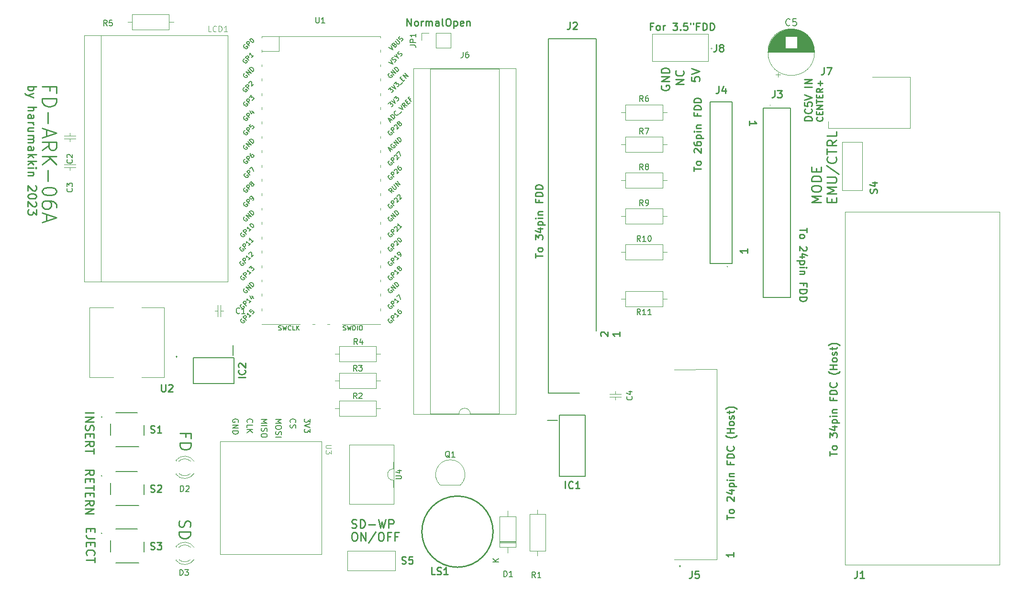
<source format=gto>
%TF.GenerationSoftware,KiCad,Pcbnew,7.0.6*%
%TF.CreationDate,2023-07-16T08:24:51+09:00*%
%TF.ProjectId,FddPurserPcb,46646450-7572-4736-9572-5063622e6b69,R6*%
%TF.SameCoordinates,Original*%
%TF.FileFunction,Legend,Top*%
%TF.FilePolarity,Positive*%
%FSLAX46Y46*%
G04 Gerber Fmt 4.6, Leading zero omitted, Abs format (unit mm)*
G04 Created by KiCad (PCBNEW 7.0.6) date 2023-07-16 08:24:51*
%MOMM*%
%LPD*%
G01*
G04 APERTURE LIST*
%ADD10C,0.225000*%
%ADD11C,0.250000*%
%ADD12C,0.254000*%
%ADD13C,0.150000*%
%ADD14C,0.100000*%
%ADD15C,0.200000*%
%ADD16C,0.120000*%
%ADD17C,0.050000*%
G04 APERTURE END LIST*
D10*
X178517728Y-52806345D02*
X178517728Y-53520631D01*
X178517728Y-53520631D02*
X179232014Y-53592059D01*
X179232014Y-53592059D02*
X179160585Y-53520631D01*
X179160585Y-53520631D02*
X179089157Y-53377774D01*
X179089157Y-53377774D02*
X179089157Y-53020631D01*
X179089157Y-53020631D02*
X179160585Y-52877774D01*
X179160585Y-52877774D02*
X179232014Y-52806345D01*
X179232014Y-52806345D02*
X179374871Y-52734916D01*
X179374871Y-52734916D02*
X179732014Y-52734916D01*
X179732014Y-52734916D02*
X179874871Y-52806345D01*
X179874871Y-52806345D02*
X179946300Y-52877774D01*
X179946300Y-52877774D02*
X180017728Y-53020631D01*
X180017728Y-53020631D02*
X180017728Y-53377774D01*
X180017728Y-53377774D02*
X179946300Y-53520631D01*
X179946300Y-53520631D02*
X179874871Y-53592059D01*
X178517728Y-52306345D02*
X180017728Y-51806345D01*
X180017728Y-51806345D02*
X178517728Y-51306345D01*
X198955795Y-79551835D02*
X198955795Y-80294692D01*
X197655795Y-79923264D02*
X198955795Y-79923264D01*
X197655795Y-80913740D02*
X197717700Y-80789930D01*
X197717700Y-80789930D02*
X197779604Y-80728025D01*
X197779604Y-80728025D02*
X197903414Y-80666121D01*
X197903414Y-80666121D02*
X198274842Y-80666121D01*
X198274842Y-80666121D02*
X198398652Y-80728025D01*
X198398652Y-80728025D02*
X198460557Y-80789930D01*
X198460557Y-80789930D02*
X198522461Y-80913740D01*
X198522461Y-80913740D02*
X198522461Y-81099454D01*
X198522461Y-81099454D02*
X198460557Y-81223263D01*
X198460557Y-81223263D02*
X198398652Y-81285168D01*
X198398652Y-81285168D02*
X198274842Y-81347073D01*
X198274842Y-81347073D02*
X197903414Y-81347073D01*
X197903414Y-81347073D02*
X197779604Y-81285168D01*
X197779604Y-81285168D02*
X197717700Y-81223263D01*
X197717700Y-81223263D02*
X197655795Y-81099454D01*
X197655795Y-81099454D02*
X197655795Y-80913740D01*
X198831985Y-82832787D02*
X198893890Y-82894691D01*
X198893890Y-82894691D02*
X198955795Y-83018501D01*
X198955795Y-83018501D02*
X198955795Y-83328025D01*
X198955795Y-83328025D02*
X198893890Y-83451834D01*
X198893890Y-83451834D02*
X198831985Y-83513739D01*
X198831985Y-83513739D02*
X198708176Y-83575644D01*
X198708176Y-83575644D02*
X198584366Y-83575644D01*
X198584366Y-83575644D02*
X198398652Y-83513739D01*
X198398652Y-83513739D02*
X197655795Y-82770882D01*
X197655795Y-82770882D02*
X197655795Y-83575644D01*
X198522461Y-84689929D02*
X197655795Y-84689929D01*
X199017700Y-84380405D02*
X198089128Y-84070882D01*
X198089128Y-84070882D02*
X198089128Y-84875643D01*
X198522461Y-85370881D02*
X197222461Y-85370881D01*
X198460557Y-85370881D02*
X198522461Y-85494691D01*
X198522461Y-85494691D02*
X198522461Y-85742310D01*
X198522461Y-85742310D02*
X198460557Y-85866119D01*
X198460557Y-85866119D02*
X198398652Y-85928024D01*
X198398652Y-85928024D02*
X198274842Y-85989929D01*
X198274842Y-85989929D02*
X197903414Y-85989929D01*
X197903414Y-85989929D02*
X197779604Y-85928024D01*
X197779604Y-85928024D02*
X197717700Y-85866119D01*
X197717700Y-85866119D02*
X197655795Y-85742310D01*
X197655795Y-85742310D02*
X197655795Y-85494691D01*
X197655795Y-85494691D02*
X197717700Y-85370881D01*
X197655795Y-86547071D02*
X198522461Y-86547071D01*
X198955795Y-86547071D02*
X198893890Y-86485167D01*
X198893890Y-86485167D02*
X198831985Y-86547071D01*
X198831985Y-86547071D02*
X198893890Y-86608976D01*
X198893890Y-86608976D02*
X198955795Y-86547071D01*
X198955795Y-86547071D02*
X198831985Y-86547071D01*
X198522461Y-87166119D02*
X197655795Y-87166119D01*
X198398652Y-87166119D02*
X198460557Y-87228024D01*
X198460557Y-87228024D02*
X198522461Y-87351834D01*
X198522461Y-87351834D02*
X198522461Y-87537548D01*
X198522461Y-87537548D02*
X198460557Y-87661357D01*
X198460557Y-87661357D02*
X198336747Y-87723262D01*
X198336747Y-87723262D02*
X197655795Y-87723262D01*
X198336747Y-89766119D02*
X198336747Y-89332785D01*
X197655795Y-89332785D02*
X198955795Y-89332785D01*
X198955795Y-89332785D02*
X198955795Y-89951833D01*
X197655795Y-90447071D02*
X198955795Y-90447071D01*
X198955795Y-90447071D02*
X198955795Y-90756595D01*
X198955795Y-90756595D02*
X198893890Y-90942309D01*
X198893890Y-90942309D02*
X198770080Y-91066119D01*
X198770080Y-91066119D02*
X198646271Y-91128024D01*
X198646271Y-91128024D02*
X198398652Y-91189928D01*
X198398652Y-91189928D02*
X198212938Y-91189928D01*
X198212938Y-91189928D02*
X197965319Y-91128024D01*
X197965319Y-91128024D02*
X197841509Y-91066119D01*
X197841509Y-91066119D02*
X197717700Y-90942309D01*
X197717700Y-90942309D02*
X197655795Y-90756595D01*
X197655795Y-90756595D02*
X197655795Y-90447071D01*
X197655795Y-91747071D02*
X198955795Y-91747071D01*
X198955795Y-91747071D02*
X198955795Y-92056595D01*
X198955795Y-92056595D02*
X198893890Y-92242309D01*
X198893890Y-92242309D02*
X198770080Y-92366119D01*
X198770080Y-92366119D02*
X198646271Y-92428024D01*
X198646271Y-92428024D02*
X198398652Y-92489928D01*
X198398652Y-92489928D02*
X198212938Y-92489928D01*
X198212938Y-92489928D02*
X197965319Y-92428024D01*
X197965319Y-92428024D02*
X197841509Y-92366119D01*
X197841509Y-92366119D02*
X197717700Y-92242309D01*
X197717700Y-92242309D02*
X197655795Y-92056595D01*
X197655795Y-92056595D02*
X197655795Y-91747071D01*
D11*
X65001476Y-55314044D02*
X65001476Y-54480711D01*
X63691952Y-54480711D02*
X66191952Y-54480711D01*
X66191952Y-54480711D02*
X66191952Y-55671187D01*
X63691952Y-56623568D02*
X66191952Y-56623568D01*
X66191952Y-56623568D02*
X66191952Y-57218806D01*
X66191952Y-57218806D02*
X66072904Y-57575949D01*
X66072904Y-57575949D02*
X65834809Y-57814044D01*
X65834809Y-57814044D02*
X65596714Y-57933091D01*
X65596714Y-57933091D02*
X65120523Y-58052139D01*
X65120523Y-58052139D02*
X64763380Y-58052139D01*
X64763380Y-58052139D02*
X64287190Y-57933091D01*
X64287190Y-57933091D02*
X64049095Y-57814044D01*
X64049095Y-57814044D02*
X63811000Y-57575949D01*
X63811000Y-57575949D02*
X63691952Y-57218806D01*
X63691952Y-57218806D02*
X63691952Y-56623568D01*
X64644333Y-59123568D02*
X64644333Y-61028330D01*
X64406238Y-62099758D02*
X64406238Y-63290234D01*
X63691952Y-61861663D02*
X66191952Y-62694996D01*
X66191952Y-62694996D02*
X63691952Y-63528329D01*
X63691952Y-65790234D02*
X64882428Y-64956901D01*
X63691952Y-64361663D02*
X66191952Y-64361663D01*
X66191952Y-64361663D02*
X66191952Y-65314044D01*
X66191952Y-65314044D02*
X66072904Y-65552139D01*
X66072904Y-65552139D02*
X65953857Y-65671186D01*
X65953857Y-65671186D02*
X65715761Y-65790234D01*
X65715761Y-65790234D02*
X65358619Y-65790234D01*
X65358619Y-65790234D02*
X65120523Y-65671186D01*
X65120523Y-65671186D02*
X65001476Y-65552139D01*
X65001476Y-65552139D02*
X64882428Y-65314044D01*
X64882428Y-65314044D02*
X64882428Y-64361663D01*
X63691952Y-66861663D02*
X66191952Y-66861663D01*
X63691952Y-68290234D02*
X65120523Y-67218805D01*
X66191952Y-68290234D02*
X64763380Y-66861663D01*
X64644333Y-69361663D02*
X64644333Y-71266425D01*
X66191952Y-72933091D02*
X66191952Y-73171186D01*
X66191952Y-73171186D02*
X66072904Y-73409282D01*
X66072904Y-73409282D02*
X65953857Y-73528329D01*
X65953857Y-73528329D02*
X65715761Y-73647377D01*
X65715761Y-73647377D02*
X65239571Y-73766424D01*
X65239571Y-73766424D02*
X64644333Y-73766424D01*
X64644333Y-73766424D02*
X64168142Y-73647377D01*
X64168142Y-73647377D02*
X63930047Y-73528329D01*
X63930047Y-73528329D02*
X63811000Y-73409282D01*
X63811000Y-73409282D02*
X63691952Y-73171186D01*
X63691952Y-73171186D02*
X63691952Y-72933091D01*
X63691952Y-72933091D02*
X63811000Y-72694996D01*
X63811000Y-72694996D02*
X63930047Y-72575948D01*
X63930047Y-72575948D02*
X64168142Y-72456901D01*
X64168142Y-72456901D02*
X64644333Y-72337853D01*
X64644333Y-72337853D02*
X65239571Y-72337853D01*
X65239571Y-72337853D02*
X65715761Y-72456901D01*
X65715761Y-72456901D02*
X65953857Y-72575948D01*
X65953857Y-72575948D02*
X66072904Y-72694996D01*
X66072904Y-72694996D02*
X66191952Y-72933091D01*
X66191952Y-75909281D02*
X66191952Y-75433091D01*
X66191952Y-75433091D02*
X66072904Y-75194995D01*
X66072904Y-75194995D02*
X65953857Y-75075948D01*
X65953857Y-75075948D02*
X65596714Y-74837853D01*
X65596714Y-74837853D02*
X65120523Y-74718805D01*
X65120523Y-74718805D02*
X64168142Y-74718805D01*
X64168142Y-74718805D02*
X63930047Y-74837853D01*
X63930047Y-74837853D02*
X63811000Y-74956900D01*
X63811000Y-74956900D02*
X63691952Y-75194995D01*
X63691952Y-75194995D02*
X63691952Y-75671186D01*
X63691952Y-75671186D02*
X63811000Y-75909281D01*
X63811000Y-75909281D02*
X63930047Y-76028329D01*
X63930047Y-76028329D02*
X64168142Y-76147376D01*
X64168142Y-76147376D02*
X64763380Y-76147376D01*
X64763380Y-76147376D02*
X65001476Y-76028329D01*
X65001476Y-76028329D02*
X65120523Y-75909281D01*
X65120523Y-75909281D02*
X65239571Y-75671186D01*
X65239571Y-75671186D02*
X65239571Y-75194995D01*
X65239571Y-75194995D02*
X65120523Y-74956900D01*
X65120523Y-74956900D02*
X65001476Y-74837853D01*
X65001476Y-74837853D02*
X64763380Y-74718805D01*
X64406238Y-77099757D02*
X64406238Y-78290233D01*
X63691952Y-76861662D02*
X66191952Y-77694995D01*
X66191952Y-77694995D02*
X63691952Y-78528328D01*
D10*
X128219549Y-43771204D02*
X128219549Y-42471204D01*
X128219549Y-42471204D02*
X128962406Y-43771204D01*
X128962406Y-43771204D02*
X128962406Y-42471204D01*
X129767169Y-43771204D02*
X129643359Y-43709300D01*
X129643359Y-43709300D02*
X129581454Y-43647395D01*
X129581454Y-43647395D02*
X129519550Y-43523585D01*
X129519550Y-43523585D02*
X129519550Y-43152157D01*
X129519550Y-43152157D02*
X129581454Y-43028347D01*
X129581454Y-43028347D02*
X129643359Y-42966442D01*
X129643359Y-42966442D02*
X129767169Y-42904538D01*
X129767169Y-42904538D02*
X129952883Y-42904538D01*
X129952883Y-42904538D02*
X130076692Y-42966442D01*
X130076692Y-42966442D02*
X130138597Y-43028347D01*
X130138597Y-43028347D02*
X130200502Y-43152157D01*
X130200502Y-43152157D02*
X130200502Y-43523585D01*
X130200502Y-43523585D02*
X130138597Y-43647395D01*
X130138597Y-43647395D02*
X130076692Y-43709300D01*
X130076692Y-43709300D02*
X129952883Y-43771204D01*
X129952883Y-43771204D02*
X129767169Y-43771204D01*
X130757644Y-43771204D02*
X130757644Y-42904538D01*
X130757644Y-43152157D02*
X130819549Y-43028347D01*
X130819549Y-43028347D02*
X130881454Y-42966442D01*
X130881454Y-42966442D02*
X131005263Y-42904538D01*
X131005263Y-42904538D02*
X131129073Y-42904538D01*
X131562406Y-43771204D02*
X131562406Y-42904538D01*
X131562406Y-43028347D02*
X131624311Y-42966442D01*
X131624311Y-42966442D02*
X131748121Y-42904538D01*
X131748121Y-42904538D02*
X131933835Y-42904538D01*
X131933835Y-42904538D02*
X132057644Y-42966442D01*
X132057644Y-42966442D02*
X132119549Y-43090252D01*
X132119549Y-43090252D02*
X132119549Y-43771204D01*
X132119549Y-43090252D02*
X132181454Y-42966442D01*
X132181454Y-42966442D02*
X132305263Y-42904538D01*
X132305263Y-42904538D02*
X132490978Y-42904538D01*
X132490978Y-42904538D02*
X132614787Y-42966442D01*
X132614787Y-42966442D02*
X132676692Y-43090252D01*
X132676692Y-43090252D02*
X132676692Y-43771204D01*
X133852882Y-43771204D02*
X133852882Y-43090252D01*
X133852882Y-43090252D02*
X133790977Y-42966442D01*
X133790977Y-42966442D02*
X133667168Y-42904538D01*
X133667168Y-42904538D02*
X133419549Y-42904538D01*
X133419549Y-42904538D02*
X133295739Y-42966442D01*
X133852882Y-43709300D02*
X133729073Y-43771204D01*
X133729073Y-43771204D02*
X133419549Y-43771204D01*
X133419549Y-43771204D02*
X133295739Y-43709300D01*
X133295739Y-43709300D02*
X133233835Y-43585490D01*
X133233835Y-43585490D02*
X133233835Y-43461680D01*
X133233835Y-43461680D02*
X133295739Y-43337871D01*
X133295739Y-43337871D02*
X133419549Y-43275966D01*
X133419549Y-43275966D02*
X133729073Y-43275966D01*
X133729073Y-43275966D02*
X133852882Y-43214061D01*
X134657644Y-43771204D02*
X134533834Y-43709300D01*
X134533834Y-43709300D02*
X134471929Y-43585490D01*
X134471929Y-43585490D02*
X134471929Y-42471204D01*
X135400500Y-42471204D02*
X135648119Y-42471204D01*
X135648119Y-42471204D02*
X135771929Y-42533109D01*
X135771929Y-42533109D02*
X135895738Y-42656919D01*
X135895738Y-42656919D02*
X135957643Y-42904538D01*
X135957643Y-42904538D02*
X135957643Y-43337871D01*
X135957643Y-43337871D02*
X135895738Y-43585490D01*
X135895738Y-43585490D02*
X135771929Y-43709300D01*
X135771929Y-43709300D02*
X135648119Y-43771204D01*
X135648119Y-43771204D02*
X135400500Y-43771204D01*
X135400500Y-43771204D02*
X135276691Y-43709300D01*
X135276691Y-43709300D02*
X135152881Y-43585490D01*
X135152881Y-43585490D02*
X135090977Y-43337871D01*
X135090977Y-43337871D02*
X135090977Y-42904538D01*
X135090977Y-42904538D02*
X135152881Y-42656919D01*
X135152881Y-42656919D02*
X135276691Y-42533109D01*
X135276691Y-42533109D02*
X135400500Y-42471204D01*
X136514786Y-42904538D02*
X136514786Y-44204538D01*
X136514786Y-42966442D02*
X136638596Y-42904538D01*
X136638596Y-42904538D02*
X136886215Y-42904538D01*
X136886215Y-42904538D02*
X137010024Y-42966442D01*
X137010024Y-42966442D02*
X137071929Y-43028347D01*
X137071929Y-43028347D02*
X137133834Y-43152157D01*
X137133834Y-43152157D02*
X137133834Y-43523585D01*
X137133834Y-43523585D02*
X137071929Y-43647395D01*
X137071929Y-43647395D02*
X137010024Y-43709300D01*
X137010024Y-43709300D02*
X136886215Y-43771204D01*
X136886215Y-43771204D02*
X136638596Y-43771204D01*
X136638596Y-43771204D02*
X136514786Y-43709300D01*
X138186214Y-43709300D02*
X138062405Y-43771204D01*
X138062405Y-43771204D02*
X137814786Y-43771204D01*
X137814786Y-43771204D02*
X137690976Y-43709300D01*
X137690976Y-43709300D02*
X137629072Y-43585490D01*
X137629072Y-43585490D02*
X137629072Y-43090252D01*
X137629072Y-43090252D02*
X137690976Y-42966442D01*
X137690976Y-42966442D02*
X137814786Y-42904538D01*
X137814786Y-42904538D02*
X138062405Y-42904538D01*
X138062405Y-42904538D02*
X138186214Y-42966442D01*
X138186214Y-42966442D02*
X138248119Y-43090252D01*
X138248119Y-43090252D02*
X138248119Y-43214061D01*
X138248119Y-43214061D02*
X137629072Y-43337871D01*
X138805262Y-42904538D02*
X138805262Y-43771204D01*
X138805262Y-43028347D02*
X138867167Y-42966442D01*
X138867167Y-42966442D02*
X138990977Y-42904538D01*
X138990977Y-42904538D02*
X139176691Y-42904538D01*
X139176691Y-42904538D02*
X139300500Y-42966442D01*
X139300500Y-42966442D02*
X139362405Y-43090252D01*
X139362405Y-43090252D02*
X139362405Y-43771204D01*
X177223728Y-54104831D02*
X175723728Y-54104831D01*
X175723728Y-54104831D02*
X177223728Y-53247688D01*
X177223728Y-53247688D02*
X175723728Y-53247688D01*
X177080871Y-51676259D02*
X177152300Y-51747687D01*
X177152300Y-51747687D02*
X177223728Y-51961973D01*
X177223728Y-51961973D02*
X177223728Y-52104830D01*
X177223728Y-52104830D02*
X177152300Y-52319116D01*
X177152300Y-52319116D02*
X177009442Y-52461973D01*
X177009442Y-52461973D02*
X176866585Y-52533402D01*
X176866585Y-52533402D02*
X176580871Y-52604830D01*
X176580871Y-52604830D02*
X176366585Y-52604830D01*
X176366585Y-52604830D02*
X176080871Y-52533402D01*
X176080871Y-52533402D02*
X175938014Y-52461973D01*
X175938014Y-52461973D02*
X175795157Y-52319116D01*
X175795157Y-52319116D02*
X175723728Y-52104830D01*
X175723728Y-52104830D02*
X175723728Y-51961973D01*
X175723728Y-51961973D02*
X175795157Y-51747687D01*
X175795157Y-51747687D02*
X175866585Y-51676259D01*
X185985804Y-136986697D02*
X185985804Y-137729554D01*
X185985804Y-137358126D02*
X184685804Y-137358126D01*
X184685804Y-137358126D02*
X184871519Y-137481935D01*
X184871519Y-137481935D02*
X184995328Y-137605745D01*
X184995328Y-137605745D02*
X185057233Y-137729554D01*
X201678919Y-59921497D02*
X201731300Y-59973878D01*
X201731300Y-59973878D02*
X201783680Y-60131021D01*
X201783680Y-60131021D02*
X201783680Y-60235783D01*
X201783680Y-60235783D02*
X201731300Y-60392926D01*
X201731300Y-60392926D02*
X201626538Y-60497688D01*
X201626538Y-60497688D02*
X201521776Y-60550069D01*
X201521776Y-60550069D02*
X201312252Y-60602450D01*
X201312252Y-60602450D02*
X201155109Y-60602450D01*
X201155109Y-60602450D02*
X200945585Y-60550069D01*
X200945585Y-60550069D02*
X200840823Y-60497688D01*
X200840823Y-60497688D02*
X200736061Y-60392926D01*
X200736061Y-60392926D02*
X200683680Y-60235783D01*
X200683680Y-60235783D02*
X200683680Y-60131021D01*
X200683680Y-60131021D02*
X200736061Y-59973878D01*
X200736061Y-59973878D02*
X200788442Y-59921497D01*
X201207490Y-59450069D02*
X201207490Y-59083402D01*
X201783680Y-58926259D02*
X201783680Y-59450069D01*
X201783680Y-59450069D02*
X200683680Y-59450069D01*
X200683680Y-59450069D02*
X200683680Y-58926259D01*
X201783680Y-58454831D02*
X200683680Y-58454831D01*
X200683680Y-58454831D02*
X201783680Y-57826259D01*
X201783680Y-57826259D02*
X200683680Y-57826259D01*
X200683680Y-57459593D02*
X200683680Y-56831021D01*
X201783680Y-57145307D02*
X200683680Y-57145307D01*
X201207490Y-56464355D02*
X201207490Y-56097688D01*
X201783680Y-55940545D02*
X201783680Y-56464355D01*
X201783680Y-56464355D02*
X200683680Y-56464355D01*
X200683680Y-56464355D02*
X200683680Y-55940545D01*
X201783680Y-54840545D02*
X201259871Y-55207212D01*
X201783680Y-55469117D02*
X200683680Y-55469117D01*
X200683680Y-55469117D02*
X200683680Y-55050069D01*
X200683680Y-55050069D02*
X200736061Y-54945307D01*
X200736061Y-54945307D02*
X200788442Y-54892926D01*
X200788442Y-54892926D02*
X200893204Y-54840545D01*
X200893204Y-54840545D02*
X201050347Y-54840545D01*
X201050347Y-54840545D02*
X201155109Y-54892926D01*
X201155109Y-54892926D02*
X201207490Y-54945307D01*
X201207490Y-54945307D02*
X201259871Y-55050069D01*
X201259871Y-55050069D02*
X201259871Y-55469117D01*
X201364633Y-54369117D02*
X201364633Y-53531022D01*
X201783680Y-53950069D02*
X200945585Y-53950069D01*
X150929204Y-84818164D02*
X150929204Y-84075307D01*
X152229204Y-84446735D02*
X150929204Y-84446735D01*
X152229204Y-83456259D02*
X152167300Y-83580069D01*
X152167300Y-83580069D02*
X152105395Y-83641974D01*
X152105395Y-83641974D02*
X151981585Y-83703878D01*
X151981585Y-83703878D02*
X151610157Y-83703878D01*
X151610157Y-83703878D02*
X151486347Y-83641974D01*
X151486347Y-83641974D02*
X151424442Y-83580069D01*
X151424442Y-83580069D02*
X151362538Y-83456259D01*
X151362538Y-83456259D02*
X151362538Y-83270545D01*
X151362538Y-83270545D02*
X151424442Y-83146736D01*
X151424442Y-83146736D02*
X151486347Y-83084831D01*
X151486347Y-83084831D02*
X151610157Y-83022926D01*
X151610157Y-83022926D02*
X151981585Y-83022926D01*
X151981585Y-83022926D02*
X152105395Y-83084831D01*
X152105395Y-83084831D02*
X152167300Y-83146736D01*
X152167300Y-83146736D02*
X152229204Y-83270545D01*
X152229204Y-83270545D02*
X152229204Y-83456259D01*
X150929204Y-81599117D02*
X150929204Y-80794355D01*
X150929204Y-80794355D02*
X151424442Y-81227689D01*
X151424442Y-81227689D02*
X151424442Y-81041974D01*
X151424442Y-81041974D02*
X151486347Y-80918165D01*
X151486347Y-80918165D02*
X151548252Y-80856260D01*
X151548252Y-80856260D02*
X151672061Y-80794355D01*
X151672061Y-80794355D02*
X151981585Y-80794355D01*
X151981585Y-80794355D02*
X152105395Y-80856260D01*
X152105395Y-80856260D02*
X152167300Y-80918165D01*
X152167300Y-80918165D02*
X152229204Y-81041974D01*
X152229204Y-81041974D02*
X152229204Y-81413403D01*
X152229204Y-81413403D02*
X152167300Y-81537212D01*
X152167300Y-81537212D02*
X152105395Y-81599117D01*
X151362538Y-79680070D02*
X152229204Y-79680070D01*
X150867300Y-79989594D02*
X151795871Y-80299117D01*
X151795871Y-80299117D02*
X151795871Y-79494356D01*
X151362538Y-78999118D02*
X152662538Y-78999118D01*
X151424442Y-78999118D02*
X151362538Y-78875308D01*
X151362538Y-78875308D02*
X151362538Y-78627689D01*
X151362538Y-78627689D02*
X151424442Y-78503880D01*
X151424442Y-78503880D02*
X151486347Y-78441975D01*
X151486347Y-78441975D02*
X151610157Y-78380070D01*
X151610157Y-78380070D02*
X151981585Y-78380070D01*
X151981585Y-78380070D02*
X152105395Y-78441975D01*
X152105395Y-78441975D02*
X152167300Y-78503880D01*
X152167300Y-78503880D02*
X152229204Y-78627689D01*
X152229204Y-78627689D02*
X152229204Y-78875308D01*
X152229204Y-78875308D02*
X152167300Y-78999118D01*
X152229204Y-77822928D02*
X151362538Y-77822928D01*
X150929204Y-77822928D02*
X150991109Y-77884832D01*
X150991109Y-77884832D02*
X151053014Y-77822928D01*
X151053014Y-77822928D02*
X150991109Y-77761023D01*
X150991109Y-77761023D02*
X150929204Y-77822928D01*
X150929204Y-77822928D02*
X151053014Y-77822928D01*
X151362538Y-77203880D02*
X152229204Y-77203880D01*
X151486347Y-77203880D02*
X151424442Y-77141975D01*
X151424442Y-77141975D02*
X151362538Y-77018165D01*
X151362538Y-77018165D02*
X151362538Y-76832451D01*
X151362538Y-76832451D02*
X151424442Y-76708642D01*
X151424442Y-76708642D02*
X151548252Y-76646737D01*
X151548252Y-76646737D02*
X152229204Y-76646737D01*
X151548252Y-74603880D02*
X151548252Y-75037214D01*
X152229204Y-75037214D02*
X150929204Y-75037214D01*
X150929204Y-75037214D02*
X150929204Y-74418166D01*
X152229204Y-73922928D02*
X150929204Y-73922928D01*
X150929204Y-73922928D02*
X150929204Y-73613404D01*
X150929204Y-73613404D02*
X150991109Y-73427690D01*
X150991109Y-73427690D02*
X151114919Y-73303880D01*
X151114919Y-73303880D02*
X151238728Y-73241975D01*
X151238728Y-73241975D02*
X151486347Y-73180071D01*
X151486347Y-73180071D02*
X151672061Y-73180071D01*
X151672061Y-73180071D02*
X151919680Y-73241975D01*
X151919680Y-73241975D02*
X152043490Y-73303880D01*
X152043490Y-73303880D02*
X152167300Y-73427690D01*
X152167300Y-73427690D02*
X152229204Y-73613404D01*
X152229204Y-73613404D02*
X152229204Y-73922928D01*
X152229204Y-72622928D02*
X150929204Y-72622928D01*
X150929204Y-72622928D02*
X150929204Y-72313404D01*
X150929204Y-72313404D02*
X150991109Y-72127690D01*
X150991109Y-72127690D02*
X151114919Y-72003880D01*
X151114919Y-72003880D02*
X151238728Y-71941975D01*
X151238728Y-71941975D02*
X151486347Y-71880071D01*
X151486347Y-71880071D02*
X151672061Y-71880071D01*
X151672061Y-71880071D02*
X151919680Y-71941975D01*
X151919680Y-71941975D02*
X152043490Y-72003880D01*
X152043490Y-72003880D02*
X152167300Y-72127690D01*
X152167300Y-72127690D02*
X152229204Y-72313404D01*
X152229204Y-72313404D02*
X152229204Y-72622928D01*
D11*
X201511953Y-74995765D02*
X199811953Y-74995765D01*
X199811953Y-74995765D02*
X201026239Y-74429098D01*
X201026239Y-74429098D02*
X199811953Y-73862431D01*
X199811953Y-73862431D02*
X201511953Y-73862431D01*
X199811953Y-72729098D02*
X199811953Y-72405289D01*
X199811953Y-72405289D02*
X199892905Y-72243384D01*
X199892905Y-72243384D02*
X200054810Y-72081479D01*
X200054810Y-72081479D02*
X200378620Y-72000527D01*
X200378620Y-72000527D02*
X200945286Y-72000527D01*
X200945286Y-72000527D02*
X201269096Y-72081479D01*
X201269096Y-72081479D02*
X201431001Y-72243384D01*
X201431001Y-72243384D02*
X201511953Y-72405289D01*
X201511953Y-72405289D02*
X201511953Y-72729098D01*
X201511953Y-72729098D02*
X201431001Y-72891003D01*
X201431001Y-72891003D02*
X201269096Y-73052908D01*
X201269096Y-73052908D02*
X200945286Y-73133860D01*
X200945286Y-73133860D02*
X200378620Y-73133860D01*
X200378620Y-73133860D02*
X200054810Y-73052908D01*
X200054810Y-73052908D02*
X199892905Y-72891003D01*
X199892905Y-72891003D02*
X199811953Y-72729098D01*
X201511953Y-71271956D02*
X199811953Y-71271956D01*
X199811953Y-71271956D02*
X199811953Y-70867194D01*
X199811953Y-70867194D02*
X199892905Y-70624337D01*
X199892905Y-70624337D02*
X200054810Y-70462432D01*
X200054810Y-70462432D02*
X200216715Y-70381479D01*
X200216715Y-70381479D02*
X200540524Y-70300527D01*
X200540524Y-70300527D02*
X200783381Y-70300527D01*
X200783381Y-70300527D02*
X201107191Y-70381479D01*
X201107191Y-70381479D02*
X201269096Y-70462432D01*
X201269096Y-70462432D02*
X201431001Y-70624337D01*
X201431001Y-70624337D02*
X201511953Y-70867194D01*
X201511953Y-70867194D02*
X201511953Y-71271956D01*
X200621477Y-69571956D02*
X200621477Y-69005289D01*
X201511953Y-68762432D02*
X201511953Y-69571956D01*
X201511953Y-69571956D02*
X199811953Y-69571956D01*
X199811953Y-69571956D02*
X199811953Y-68762432D01*
X203358477Y-74995765D02*
X203358477Y-74429098D01*
X204248953Y-74186241D02*
X204248953Y-74995765D01*
X204248953Y-74995765D02*
X202548953Y-74995765D01*
X202548953Y-74995765D02*
X202548953Y-74186241D01*
X204248953Y-73457670D02*
X202548953Y-73457670D01*
X202548953Y-73457670D02*
X203763239Y-72891003D01*
X203763239Y-72891003D02*
X202548953Y-72324336D01*
X202548953Y-72324336D02*
X204248953Y-72324336D01*
X202548953Y-71514813D02*
X203925143Y-71514813D01*
X203925143Y-71514813D02*
X204087048Y-71433860D01*
X204087048Y-71433860D02*
X204168001Y-71352908D01*
X204168001Y-71352908D02*
X204248953Y-71191003D01*
X204248953Y-71191003D02*
X204248953Y-70867194D01*
X204248953Y-70867194D02*
X204168001Y-70705289D01*
X204168001Y-70705289D02*
X204087048Y-70624336D01*
X204087048Y-70624336D02*
X203925143Y-70543384D01*
X203925143Y-70543384D02*
X202548953Y-70543384D01*
X202468001Y-68519575D02*
X204653715Y-69976718D01*
X204087048Y-66981480D02*
X204168001Y-67062432D01*
X204168001Y-67062432D02*
X204248953Y-67305290D01*
X204248953Y-67305290D02*
X204248953Y-67467194D01*
X204248953Y-67467194D02*
X204168001Y-67710051D01*
X204168001Y-67710051D02*
X204006096Y-67871956D01*
X204006096Y-67871956D02*
X203844191Y-67952909D01*
X203844191Y-67952909D02*
X203520381Y-68033861D01*
X203520381Y-68033861D02*
X203277524Y-68033861D01*
X203277524Y-68033861D02*
X202953715Y-67952909D01*
X202953715Y-67952909D02*
X202791810Y-67871956D01*
X202791810Y-67871956D02*
X202629905Y-67710051D01*
X202629905Y-67710051D02*
X202548953Y-67467194D01*
X202548953Y-67467194D02*
X202548953Y-67305290D01*
X202548953Y-67305290D02*
X202629905Y-67062432D01*
X202629905Y-67062432D02*
X202710858Y-66981480D01*
X202548953Y-66495766D02*
X202548953Y-65524337D01*
X204248953Y-66010051D02*
X202548953Y-66010051D01*
X204248953Y-63986242D02*
X203439429Y-64552909D01*
X204248953Y-64957671D02*
X202548953Y-64957671D01*
X202548953Y-64957671D02*
X202548953Y-64310052D01*
X202548953Y-64310052D02*
X202629905Y-64148147D01*
X202629905Y-64148147D02*
X202710858Y-64067194D01*
X202710858Y-64067194D02*
X202872762Y-63986242D01*
X202872762Y-63986242D02*
X203115620Y-63986242D01*
X203115620Y-63986242D02*
X203277524Y-64067194D01*
X203277524Y-64067194D02*
X203358477Y-64148147D01*
X203358477Y-64148147D02*
X203439429Y-64310052D01*
X203439429Y-64310052D02*
X203439429Y-64957671D01*
X204248953Y-62448147D02*
X204248953Y-63257671D01*
X204248953Y-63257671D02*
X202548953Y-63257671D01*
D10*
X188424204Y-83221497D02*
X188424204Y-83964354D01*
X188424204Y-83592926D02*
X187124204Y-83592926D01*
X187124204Y-83592926D02*
X187309919Y-83716735D01*
X187309919Y-83716735D02*
X187433728Y-83840545D01*
X187433728Y-83840545D02*
X187495633Y-83964354D01*
X202999204Y-119870164D02*
X202999204Y-119127307D01*
X204299204Y-119498735D02*
X202999204Y-119498735D01*
X204299204Y-118508259D02*
X204237300Y-118632069D01*
X204237300Y-118632069D02*
X204175395Y-118693974D01*
X204175395Y-118693974D02*
X204051585Y-118755878D01*
X204051585Y-118755878D02*
X203680157Y-118755878D01*
X203680157Y-118755878D02*
X203556347Y-118693974D01*
X203556347Y-118693974D02*
X203494442Y-118632069D01*
X203494442Y-118632069D02*
X203432538Y-118508259D01*
X203432538Y-118508259D02*
X203432538Y-118322545D01*
X203432538Y-118322545D02*
X203494442Y-118198736D01*
X203494442Y-118198736D02*
X203556347Y-118136831D01*
X203556347Y-118136831D02*
X203680157Y-118074926D01*
X203680157Y-118074926D02*
X204051585Y-118074926D01*
X204051585Y-118074926D02*
X204175395Y-118136831D01*
X204175395Y-118136831D02*
X204237300Y-118198736D01*
X204237300Y-118198736D02*
X204299204Y-118322545D01*
X204299204Y-118322545D02*
X204299204Y-118508259D01*
X202999204Y-116651117D02*
X202999204Y-115846355D01*
X202999204Y-115846355D02*
X203494442Y-116279689D01*
X203494442Y-116279689D02*
X203494442Y-116093974D01*
X203494442Y-116093974D02*
X203556347Y-115970165D01*
X203556347Y-115970165D02*
X203618252Y-115908260D01*
X203618252Y-115908260D02*
X203742061Y-115846355D01*
X203742061Y-115846355D02*
X204051585Y-115846355D01*
X204051585Y-115846355D02*
X204175395Y-115908260D01*
X204175395Y-115908260D02*
X204237300Y-115970165D01*
X204237300Y-115970165D02*
X204299204Y-116093974D01*
X204299204Y-116093974D02*
X204299204Y-116465403D01*
X204299204Y-116465403D02*
X204237300Y-116589212D01*
X204237300Y-116589212D02*
X204175395Y-116651117D01*
X203432538Y-114732070D02*
X204299204Y-114732070D01*
X202937300Y-115041594D02*
X203865871Y-115351117D01*
X203865871Y-115351117D02*
X203865871Y-114546356D01*
X203432538Y-114051118D02*
X204732538Y-114051118D01*
X203494442Y-114051118D02*
X203432538Y-113927308D01*
X203432538Y-113927308D02*
X203432538Y-113679689D01*
X203432538Y-113679689D02*
X203494442Y-113555880D01*
X203494442Y-113555880D02*
X203556347Y-113493975D01*
X203556347Y-113493975D02*
X203680157Y-113432070D01*
X203680157Y-113432070D02*
X204051585Y-113432070D01*
X204051585Y-113432070D02*
X204175395Y-113493975D01*
X204175395Y-113493975D02*
X204237300Y-113555880D01*
X204237300Y-113555880D02*
X204299204Y-113679689D01*
X204299204Y-113679689D02*
X204299204Y-113927308D01*
X204299204Y-113927308D02*
X204237300Y-114051118D01*
X204299204Y-112874928D02*
X203432538Y-112874928D01*
X202999204Y-112874928D02*
X203061109Y-112936832D01*
X203061109Y-112936832D02*
X203123014Y-112874928D01*
X203123014Y-112874928D02*
X203061109Y-112813023D01*
X203061109Y-112813023D02*
X202999204Y-112874928D01*
X202999204Y-112874928D02*
X203123014Y-112874928D01*
X203432538Y-112255880D02*
X204299204Y-112255880D01*
X203556347Y-112255880D02*
X203494442Y-112193975D01*
X203494442Y-112193975D02*
X203432538Y-112070165D01*
X203432538Y-112070165D02*
X203432538Y-111884451D01*
X203432538Y-111884451D02*
X203494442Y-111760642D01*
X203494442Y-111760642D02*
X203618252Y-111698737D01*
X203618252Y-111698737D02*
X204299204Y-111698737D01*
X203618252Y-109655880D02*
X203618252Y-110089214D01*
X204299204Y-110089214D02*
X202999204Y-110089214D01*
X202999204Y-110089214D02*
X202999204Y-109470166D01*
X204299204Y-108974928D02*
X202999204Y-108974928D01*
X202999204Y-108974928D02*
X202999204Y-108665404D01*
X202999204Y-108665404D02*
X203061109Y-108479690D01*
X203061109Y-108479690D02*
X203184919Y-108355880D01*
X203184919Y-108355880D02*
X203308728Y-108293975D01*
X203308728Y-108293975D02*
X203556347Y-108232071D01*
X203556347Y-108232071D02*
X203742061Y-108232071D01*
X203742061Y-108232071D02*
X203989680Y-108293975D01*
X203989680Y-108293975D02*
X204113490Y-108355880D01*
X204113490Y-108355880D02*
X204237300Y-108479690D01*
X204237300Y-108479690D02*
X204299204Y-108665404D01*
X204299204Y-108665404D02*
X204299204Y-108974928D01*
X204175395Y-106932071D02*
X204237300Y-106993975D01*
X204237300Y-106993975D02*
X204299204Y-107179690D01*
X204299204Y-107179690D02*
X204299204Y-107303499D01*
X204299204Y-107303499D02*
X204237300Y-107489213D01*
X204237300Y-107489213D02*
X204113490Y-107613023D01*
X204113490Y-107613023D02*
X203989680Y-107674928D01*
X203989680Y-107674928D02*
X203742061Y-107736832D01*
X203742061Y-107736832D02*
X203556347Y-107736832D01*
X203556347Y-107736832D02*
X203308728Y-107674928D01*
X203308728Y-107674928D02*
X203184919Y-107613023D01*
X203184919Y-107613023D02*
X203061109Y-107489213D01*
X203061109Y-107489213D02*
X202999204Y-107303499D01*
X202999204Y-107303499D02*
X202999204Y-107179690D01*
X202999204Y-107179690D02*
X203061109Y-106993975D01*
X203061109Y-106993975D02*
X203123014Y-106932071D01*
X204794442Y-105013023D02*
X204732538Y-105074928D01*
X204732538Y-105074928D02*
X204546823Y-105198737D01*
X204546823Y-105198737D02*
X204423014Y-105260642D01*
X204423014Y-105260642D02*
X204237300Y-105322547D01*
X204237300Y-105322547D02*
X203927776Y-105384452D01*
X203927776Y-105384452D02*
X203680157Y-105384452D01*
X203680157Y-105384452D02*
X203370633Y-105322547D01*
X203370633Y-105322547D02*
X203184919Y-105260642D01*
X203184919Y-105260642D02*
X203061109Y-105198737D01*
X203061109Y-105198737D02*
X202875395Y-105074928D01*
X202875395Y-105074928D02*
X202813490Y-105013023D01*
X204299204Y-104517785D02*
X202999204Y-104517785D01*
X203618252Y-104517785D02*
X203618252Y-103774928D01*
X204299204Y-103774928D02*
X202999204Y-103774928D01*
X204299204Y-102970165D02*
X204237300Y-103093975D01*
X204237300Y-103093975D02*
X204175395Y-103155880D01*
X204175395Y-103155880D02*
X204051585Y-103217784D01*
X204051585Y-103217784D02*
X203680157Y-103217784D01*
X203680157Y-103217784D02*
X203556347Y-103155880D01*
X203556347Y-103155880D02*
X203494442Y-103093975D01*
X203494442Y-103093975D02*
X203432538Y-102970165D01*
X203432538Y-102970165D02*
X203432538Y-102784451D01*
X203432538Y-102784451D02*
X203494442Y-102660642D01*
X203494442Y-102660642D02*
X203556347Y-102598737D01*
X203556347Y-102598737D02*
X203680157Y-102536832D01*
X203680157Y-102536832D02*
X204051585Y-102536832D01*
X204051585Y-102536832D02*
X204175395Y-102598737D01*
X204175395Y-102598737D02*
X204237300Y-102660642D01*
X204237300Y-102660642D02*
X204299204Y-102784451D01*
X204299204Y-102784451D02*
X204299204Y-102970165D01*
X204237300Y-102041594D02*
X204299204Y-101917785D01*
X204299204Y-101917785D02*
X204299204Y-101670166D01*
X204299204Y-101670166D02*
X204237300Y-101546356D01*
X204237300Y-101546356D02*
X204113490Y-101484452D01*
X204113490Y-101484452D02*
X204051585Y-101484452D01*
X204051585Y-101484452D02*
X203927776Y-101546356D01*
X203927776Y-101546356D02*
X203865871Y-101670166D01*
X203865871Y-101670166D02*
X203865871Y-101855880D01*
X203865871Y-101855880D02*
X203803966Y-101979690D01*
X203803966Y-101979690D02*
X203680157Y-102041594D01*
X203680157Y-102041594D02*
X203618252Y-102041594D01*
X203618252Y-102041594D02*
X203494442Y-101979690D01*
X203494442Y-101979690D02*
X203432538Y-101855880D01*
X203432538Y-101855880D02*
X203432538Y-101670166D01*
X203432538Y-101670166D02*
X203494442Y-101546356D01*
X203432538Y-101113023D02*
X203432538Y-100617785D01*
X202999204Y-100927309D02*
X204113490Y-100927309D01*
X204113490Y-100927309D02*
X204237300Y-100865404D01*
X204237300Y-100865404D02*
X204299204Y-100741594D01*
X204299204Y-100741594D02*
X204299204Y-100617785D01*
X204794442Y-100308261D02*
X204732538Y-100246356D01*
X204732538Y-100246356D02*
X204546823Y-100122547D01*
X204546823Y-100122547D02*
X204423014Y-100060642D01*
X204423014Y-100060642D02*
X204237300Y-99998737D01*
X204237300Y-99998737D02*
X203927776Y-99936833D01*
X203927776Y-99936833D02*
X203680157Y-99936833D01*
X203680157Y-99936833D02*
X203370633Y-99998737D01*
X203370633Y-99998737D02*
X203184919Y-100060642D01*
X203184919Y-100060642D02*
X203061109Y-100122547D01*
X203061109Y-100122547D02*
X202875395Y-100246356D01*
X202875395Y-100246356D02*
X202813490Y-100308261D01*
D11*
X118433187Y-132574000D02*
X118647473Y-132645428D01*
X118647473Y-132645428D02*
X119004615Y-132645428D01*
X119004615Y-132645428D02*
X119147473Y-132574000D01*
X119147473Y-132574000D02*
X119218901Y-132502571D01*
X119218901Y-132502571D02*
X119290330Y-132359714D01*
X119290330Y-132359714D02*
X119290330Y-132216857D01*
X119290330Y-132216857D02*
X119218901Y-132074000D01*
X119218901Y-132074000D02*
X119147473Y-132002571D01*
X119147473Y-132002571D02*
X119004615Y-131931142D01*
X119004615Y-131931142D02*
X118718901Y-131859714D01*
X118718901Y-131859714D02*
X118576044Y-131788285D01*
X118576044Y-131788285D02*
X118504615Y-131716857D01*
X118504615Y-131716857D02*
X118433187Y-131574000D01*
X118433187Y-131574000D02*
X118433187Y-131431142D01*
X118433187Y-131431142D02*
X118504615Y-131288285D01*
X118504615Y-131288285D02*
X118576044Y-131216857D01*
X118576044Y-131216857D02*
X118718901Y-131145428D01*
X118718901Y-131145428D02*
X119076044Y-131145428D01*
X119076044Y-131145428D02*
X119290330Y-131216857D01*
X119933186Y-132645428D02*
X119933186Y-131145428D01*
X119933186Y-131145428D02*
X120290329Y-131145428D01*
X120290329Y-131145428D02*
X120504615Y-131216857D01*
X120504615Y-131216857D02*
X120647472Y-131359714D01*
X120647472Y-131359714D02*
X120718901Y-131502571D01*
X120718901Y-131502571D02*
X120790329Y-131788285D01*
X120790329Y-131788285D02*
X120790329Y-132002571D01*
X120790329Y-132002571D02*
X120718901Y-132288285D01*
X120718901Y-132288285D02*
X120647472Y-132431142D01*
X120647472Y-132431142D02*
X120504615Y-132574000D01*
X120504615Y-132574000D02*
X120290329Y-132645428D01*
X120290329Y-132645428D02*
X119933186Y-132645428D01*
X121433186Y-132074000D02*
X122576044Y-132074000D01*
X123147472Y-131145428D02*
X123504615Y-132645428D01*
X123504615Y-132645428D02*
X123790329Y-131574000D01*
X123790329Y-131574000D02*
X124076044Y-132645428D01*
X124076044Y-132645428D02*
X124433187Y-131145428D01*
X125004615Y-132645428D02*
X125004615Y-131145428D01*
X125004615Y-131145428D02*
X125576044Y-131145428D01*
X125576044Y-131145428D02*
X125718901Y-131216857D01*
X125718901Y-131216857D02*
X125790330Y-131288285D01*
X125790330Y-131288285D02*
X125861758Y-131431142D01*
X125861758Y-131431142D02*
X125861758Y-131645428D01*
X125861758Y-131645428D02*
X125790330Y-131788285D01*
X125790330Y-131788285D02*
X125718901Y-131859714D01*
X125718901Y-131859714D02*
X125576044Y-131931142D01*
X125576044Y-131931142D02*
X125004615Y-131931142D01*
D10*
X188765795Y-61388502D02*
X188765795Y-60645645D01*
X188765795Y-61017073D02*
X190065795Y-61017073D01*
X190065795Y-61017073D02*
X189880080Y-60893264D01*
X189880080Y-60893264D02*
X189756271Y-60769454D01*
X189756271Y-60769454D02*
X189694366Y-60645645D01*
D11*
X72229285Y-132728615D02*
X72229285Y-133228615D01*
X71443571Y-133442901D02*
X71443571Y-132728615D01*
X71443571Y-132728615D02*
X72943571Y-132728615D01*
X72943571Y-132728615D02*
X72943571Y-133442901D01*
X72943571Y-134514330D02*
X71872142Y-134514330D01*
X71872142Y-134514330D02*
X71657857Y-134442901D01*
X71657857Y-134442901D02*
X71515000Y-134300044D01*
X71515000Y-134300044D02*
X71443571Y-134085758D01*
X71443571Y-134085758D02*
X71443571Y-133942901D01*
X72229285Y-135228615D02*
X72229285Y-135728615D01*
X71443571Y-135942901D02*
X71443571Y-135228615D01*
X71443571Y-135228615D02*
X72943571Y-135228615D01*
X72943571Y-135228615D02*
X72943571Y-135942901D01*
X71586428Y-137442901D02*
X71515000Y-137371473D01*
X71515000Y-137371473D02*
X71443571Y-137157187D01*
X71443571Y-137157187D02*
X71443571Y-137014330D01*
X71443571Y-137014330D02*
X71515000Y-136800044D01*
X71515000Y-136800044D02*
X71657857Y-136657187D01*
X71657857Y-136657187D02*
X71800714Y-136585758D01*
X71800714Y-136585758D02*
X72086428Y-136514330D01*
X72086428Y-136514330D02*
X72300714Y-136514330D01*
X72300714Y-136514330D02*
X72586428Y-136585758D01*
X72586428Y-136585758D02*
X72729285Y-136657187D01*
X72729285Y-136657187D02*
X72872142Y-136800044D01*
X72872142Y-136800044D02*
X72943571Y-137014330D01*
X72943571Y-137014330D02*
X72943571Y-137157187D01*
X72943571Y-137157187D02*
X72872142Y-137371473D01*
X72872142Y-137371473D02*
X72800714Y-137442901D01*
X72943571Y-137871473D02*
X72943571Y-138728616D01*
X71443571Y-138300044D02*
X72943571Y-138300044D01*
D10*
X173255157Y-54335116D02*
X173183728Y-54477974D01*
X173183728Y-54477974D02*
X173183728Y-54692259D01*
X173183728Y-54692259D02*
X173255157Y-54906545D01*
X173255157Y-54906545D02*
X173398014Y-55049402D01*
X173398014Y-55049402D02*
X173540871Y-55120831D01*
X173540871Y-55120831D02*
X173826585Y-55192259D01*
X173826585Y-55192259D02*
X174040871Y-55192259D01*
X174040871Y-55192259D02*
X174326585Y-55120831D01*
X174326585Y-55120831D02*
X174469442Y-55049402D01*
X174469442Y-55049402D02*
X174612300Y-54906545D01*
X174612300Y-54906545D02*
X174683728Y-54692259D01*
X174683728Y-54692259D02*
X174683728Y-54549402D01*
X174683728Y-54549402D02*
X174612300Y-54335116D01*
X174612300Y-54335116D02*
X174540871Y-54263688D01*
X174540871Y-54263688D02*
X174040871Y-54263688D01*
X174040871Y-54263688D02*
X174040871Y-54549402D01*
X174683728Y-53620831D02*
X173183728Y-53620831D01*
X173183728Y-53620831D02*
X174683728Y-52763688D01*
X174683728Y-52763688D02*
X173183728Y-52763688D01*
X174683728Y-52049402D02*
X173183728Y-52049402D01*
X173183728Y-52049402D02*
X173183728Y-51692259D01*
X173183728Y-51692259D02*
X173255157Y-51477973D01*
X173255157Y-51477973D02*
X173398014Y-51335116D01*
X173398014Y-51335116D02*
X173540871Y-51263687D01*
X173540871Y-51263687D02*
X173826585Y-51192259D01*
X173826585Y-51192259D02*
X174040871Y-51192259D01*
X174040871Y-51192259D02*
X174326585Y-51263687D01*
X174326585Y-51263687D02*
X174469442Y-51335116D01*
X174469442Y-51335116D02*
X174612300Y-51477973D01*
X174612300Y-51477973D02*
X174683728Y-51692259D01*
X174683728Y-51692259D02*
X174683728Y-52049402D01*
X184787404Y-131147764D02*
X184787404Y-130404907D01*
X186087404Y-130776335D02*
X184787404Y-130776335D01*
X186087404Y-129785859D02*
X186025500Y-129909669D01*
X186025500Y-129909669D02*
X185963595Y-129971574D01*
X185963595Y-129971574D02*
X185839785Y-130033478D01*
X185839785Y-130033478D02*
X185468357Y-130033478D01*
X185468357Y-130033478D02*
X185344547Y-129971574D01*
X185344547Y-129971574D02*
X185282642Y-129909669D01*
X185282642Y-129909669D02*
X185220738Y-129785859D01*
X185220738Y-129785859D02*
X185220738Y-129600145D01*
X185220738Y-129600145D02*
X185282642Y-129476336D01*
X185282642Y-129476336D02*
X185344547Y-129414431D01*
X185344547Y-129414431D02*
X185468357Y-129352526D01*
X185468357Y-129352526D02*
X185839785Y-129352526D01*
X185839785Y-129352526D02*
X185963595Y-129414431D01*
X185963595Y-129414431D02*
X186025500Y-129476336D01*
X186025500Y-129476336D02*
X186087404Y-129600145D01*
X186087404Y-129600145D02*
X186087404Y-129785859D01*
X184911214Y-127866812D02*
X184849309Y-127804908D01*
X184849309Y-127804908D02*
X184787404Y-127681098D01*
X184787404Y-127681098D02*
X184787404Y-127371574D01*
X184787404Y-127371574D02*
X184849309Y-127247765D01*
X184849309Y-127247765D02*
X184911214Y-127185860D01*
X184911214Y-127185860D02*
X185035023Y-127123955D01*
X185035023Y-127123955D02*
X185158833Y-127123955D01*
X185158833Y-127123955D02*
X185344547Y-127185860D01*
X185344547Y-127185860D02*
X186087404Y-127928717D01*
X186087404Y-127928717D02*
X186087404Y-127123955D01*
X185220738Y-126009670D02*
X186087404Y-126009670D01*
X184725500Y-126319194D02*
X185654071Y-126628717D01*
X185654071Y-126628717D02*
X185654071Y-125823956D01*
X185220738Y-125328718D02*
X186520738Y-125328718D01*
X185282642Y-125328718D02*
X185220738Y-125204908D01*
X185220738Y-125204908D02*
X185220738Y-124957289D01*
X185220738Y-124957289D02*
X185282642Y-124833480D01*
X185282642Y-124833480D02*
X185344547Y-124771575D01*
X185344547Y-124771575D02*
X185468357Y-124709670D01*
X185468357Y-124709670D02*
X185839785Y-124709670D01*
X185839785Y-124709670D02*
X185963595Y-124771575D01*
X185963595Y-124771575D02*
X186025500Y-124833480D01*
X186025500Y-124833480D02*
X186087404Y-124957289D01*
X186087404Y-124957289D02*
X186087404Y-125204908D01*
X186087404Y-125204908D02*
X186025500Y-125328718D01*
X186087404Y-124152528D02*
X185220738Y-124152528D01*
X184787404Y-124152528D02*
X184849309Y-124214432D01*
X184849309Y-124214432D02*
X184911214Y-124152528D01*
X184911214Y-124152528D02*
X184849309Y-124090623D01*
X184849309Y-124090623D02*
X184787404Y-124152528D01*
X184787404Y-124152528D02*
X184911214Y-124152528D01*
X185220738Y-123533480D02*
X186087404Y-123533480D01*
X185344547Y-123533480D02*
X185282642Y-123471575D01*
X185282642Y-123471575D02*
X185220738Y-123347765D01*
X185220738Y-123347765D02*
X185220738Y-123162051D01*
X185220738Y-123162051D02*
X185282642Y-123038242D01*
X185282642Y-123038242D02*
X185406452Y-122976337D01*
X185406452Y-122976337D02*
X186087404Y-122976337D01*
X185406452Y-120933480D02*
X185406452Y-121366814D01*
X186087404Y-121366814D02*
X184787404Y-121366814D01*
X184787404Y-121366814D02*
X184787404Y-120747766D01*
X186087404Y-120252528D02*
X184787404Y-120252528D01*
X184787404Y-120252528D02*
X184787404Y-119943004D01*
X184787404Y-119943004D02*
X184849309Y-119757290D01*
X184849309Y-119757290D02*
X184973119Y-119633480D01*
X184973119Y-119633480D02*
X185096928Y-119571575D01*
X185096928Y-119571575D02*
X185344547Y-119509671D01*
X185344547Y-119509671D02*
X185530261Y-119509671D01*
X185530261Y-119509671D02*
X185777880Y-119571575D01*
X185777880Y-119571575D02*
X185901690Y-119633480D01*
X185901690Y-119633480D02*
X186025500Y-119757290D01*
X186025500Y-119757290D02*
X186087404Y-119943004D01*
X186087404Y-119943004D02*
X186087404Y-120252528D01*
X185963595Y-118209671D02*
X186025500Y-118271575D01*
X186025500Y-118271575D02*
X186087404Y-118457290D01*
X186087404Y-118457290D02*
X186087404Y-118581099D01*
X186087404Y-118581099D02*
X186025500Y-118766813D01*
X186025500Y-118766813D02*
X185901690Y-118890623D01*
X185901690Y-118890623D02*
X185777880Y-118952528D01*
X185777880Y-118952528D02*
X185530261Y-119014432D01*
X185530261Y-119014432D02*
X185344547Y-119014432D01*
X185344547Y-119014432D02*
X185096928Y-118952528D01*
X185096928Y-118952528D02*
X184973119Y-118890623D01*
X184973119Y-118890623D02*
X184849309Y-118766813D01*
X184849309Y-118766813D02*
X184787404Y-118581099D01*
X184787404Y-118581099D02*
X184787404Y-118457290D01*
X184787404Y-118457290D02*
X184849309Y-118271575D01*
X184849309Y-118271575D02*
X184911214Y-118209671D01*
X186582642Y-116290623D02*
X186520738Y-116352528D01*
X186520738Y-116352528D02*
X186335023Y-116476337D01*
X186335023Y-116476337D02*
X186211214Y-116538242D01*
X186211214Y-116538242D02*
X186025500Y-116600147D01*
X186025500Y-116600147D02*
X185715976Y-116662052D01*
X185715976Y-116662052D02*
X185468357Y-116662052D01*
X185468357Y-116662052D02*
X185158833Y-116600147D01*
X185158833Y-116600147D02*
X184973119Y-116538242D01*
X184973119Y-116538242D02*
X184849309Y-116476337D01*
X184849309Y-116476337D02*
X184663595Y-116352528D01*
X184663595Y-116352528D02*
X184601690Y-116290623D01*
X186087404Y-115795385D02*
X184787404Y-115795385D01*
X185406452Y-115795385D02*
X185406452Y-115052528D01*
X186087404Y-115052528D02*
X184787404Y-115052528D01*
X186087404Y-114247765D02*
X186025500Y-114371575D01*
X186025500Y-114371575D02*
X185963595Y-114433480D01*
X185963595Y-114433480D02*
X185839785Y-114495384D01*
X185839785Y-114495384D02*
X185468357Y-114495384D01*
X185468357Y-114495384D02*
X185344547Y-114433480D01*
X185344547Y-114433480D02*
X185282642Y-114371575D01*
X185282642Y-114371575D02*
X185220738Y-114247765D01*
X185220738Y-114247765D02*
X185220738Y-114062051D01*
X185220738Y-114062051D02*
X185282642Y-113938242D01*
X185282642Y-113938242D02*
X185344547Y-113876337D01*
X185344547Y-113876337D02*
X185468357Y-113814432D01*
X185468357Y-113814432D02*
X185839785Y-113814432D01*
X185839785Y-113814432D02*
X185963595Y-113876337D01*
X185963595Y-113876337D02*
X186025500Y-113938242D01*
X186025500Y-113938242D02*
X186087404Y-114062051D01*
X186087404Y-114062051D02*
X186087404Y-114247765D01*
X186025500Y-113319194D02*
X186087404Y-113195385D01*
X186087404Y-113195385D02*
X186087404Y-112947766D01*
X186087404Y-112947766D02*
X186025500Y-112823956D01*
X186025500Y-112823956D02*
X185901690Y-112762052D01*
X185901690Y-112762052D02*
X185839785Y-112762052D01*
X185839785Y-112762052D02*
X185715976Y-112823956D01*
X185715976Y-112823956D02*
X185654071Y-112947766D01*
X185654071Y-112947766D02*
X185654071Y-113133480D01*
X185654071Y-113133480D02*
X185592166Y-113257290D01*
X185592166Y-113257290D02*
X185468357Y-113319194D01*
X185468357Y-113319194D02*
X185406452Y-113319194D01*
X185406452Y-113319194D02*
X185282642Y-113257290D01*
X185282642Y-113257290D02*
X185220738Y-113133480D01*
X185220738Y-113133480D02*
X185220738Y-112947766D01*
X185220738Y-112947766D02*
X185282642Y-112823956D01*
X185220738Y-112390623D02*
X185220738Y-111895385D01*
X184787404Y-112204909D02*
X185901690Y-112204909D01*
X185901690Y-112204909D02*
X186025500Y-112143004D01*
X186025500Y-112143004D02*
X186087404Y-112019194D01*
X186087404Y-112019194D02*
X186087404Y-111895385D01*
X186582642Y-111585861D02*
X186520738Y-111523956D01*
X186520738Y-111523956D02*
X186335023Y-111400147D01*
X186335023Y-111400147D02*
X186211214Y-111338242D01*
X186211214Y-111338242D02*
X186025500Y-111276337D01*
X186025500Y-111276337D02*
X185715976Y-111214433D01*
X185715976Y-111214433D02*
X185468357Y-111214433D01*
X185468357Y-111214433D02*
X185158833Y-111276337D01*
X185158833Y-111276337D02*
X184973119Y-111338242D01*
X184973119Y-111338242D02*
X184849309Y-111400147D01*
X184849309Y-111400147D02*
X184663595Y-111523956D01*
X184663595Y-111523956D02*
X184601690Y-111585861D01*
D11*
X61156571Y-54496615D02*
X62656571Y-54496615D01*
X62085142Y-54496615D02*
X62156571Y-54639473D01*
X62156571Y-54639473D02*
X62156571Y-54925187D01*
X62156571Y-54925187D02*
X62085142Y-55068044D01*
X62085142Y-55068044D02*
X62013714Y-55139473D01*
X62013714Y-55139473D02*
X61870857Y-55210901D01*
X61870857Y-55210901D02*
X61442285Y-55210901D01*
X61442285Y-55210901D02*
X61299428Y-55139473D01*
X61299428Y-55139473D02*
X61228000Y-55068044D01*
X61228000Y-55068044D02*
X61156571Y-54925187D01*
X61156571Y-54925187D02*
X61156571Y-54639473D01*
X61156571Y-54639473D02*
X61228000Y-54496615D01*
X62156571Y-55710901D02*
X61156571Y-56068044D01*
X62156571Y-56425187D02*
X61156571Y-56068044D01*
X61156571Y-56068044D02*
X60799428Y-55925187D01*
X60799428Y-55925187D02*
X60728000Y-55853758D01*
X60728000Y-55853758D02*
X60656571Y-55710901D01*
X61156571Y-58139472D02*
X62656571Y-58139472D01*
X61156571Y-58782330D02*
X61942285Y-58782330D01*
X61942285Y-58782330D02*
X62085142Y-58710901D01*
X62085142Y-58710901D02*
X62156571Y-58568044D01*
X62156571Y-58568044D02*
X62156571Y-58353758D01*
X62156571Y-58353758D02*
X62085142Y-58210901D01*
X62085142Y-58210901D02*
X62013714Y-58139472D01*
X61156571Y-60139473D02*
X61942285Y-60139473D01*
X61942285Y-60139473D02*
X62085142Y-60068044D01*
X62085142Y-60068044D02*
X62156571Y-59925187D01*
X62156571Y-59925187D02*
X62156571Y-59639473D01*
X62156571Y-59639473D02*
X62085142Y-59496615D01*
X61228000Y-60139473D02*
X61156571Y-59996615D01*
X61156571Y-59996615D02*
X61156571Y-59639473D01*
X61156571Y-59639473D02*
X61228000Y-59496615D01*
X61228000Y-59496615D02*
X61370857Y-59425187D01*
X61370857Y-59425187D02*
X61513714Y-59425187D01*
X61513714Y-59425187D02*
X61656571Y-59496615D01*
X61656571Y-59496615D02*
X61728000Y-59639473D01*
X61728000Y-59639473D02*
X61728000Y-59996615D01*
X61728000Y-59996615D02*
X61799428Y-60139473D01*
X61156571Y-60853758D02*
X62156571Y-60853758D01*
X61870857Y-60853758D02*
X62013714Y-60925187D01*
X62013714Y-60925187D02*
X62085142Y-60996616D01*
X62085142Y-60996616D02*
X62156571Y-61139473D01*
X62156571Y-61139473D02*
X62156571Y-61282330D01*
X62156571Y-62425187D02*
X61156571Y-62425187D01*
X62156571Y-61782329D02*
X61370857Y-61782329D01*
X61370857Y-61782329D02*
X61228000Y-61853758D01*
X61228000Y-61853758D02*
X61156571Y-61996615D01*
X61156571Y-61996615D02*
X61156571Y-62210901D01*
X61156571Y-62210901D02*
X61228000Y-62353758D01*
X61228000Y-62353758D02*
X61299428Y-62425187D01*
X61156571Y-63139472D02*
X62156571Y-63139472D01*
X62013714Y-63139472D02*
X62085142Y-63210901D01*
X62085142Y-63210901D02*
X62156571Y-63353758D01*
X62156571Y-63353758D02*
X62156571Y-63568044D01*
X62156571Y-63568044D02*
X62085142Y-63710901D01*
X62085142Y-63710901D02*
X61942285Y-63782330D01*
X61942285Y-63782330D02*
X61156571Y-63782330D01*
X61942285Y-63782330D02*
X62085142Y-63853758D01*
X62085142Y-63853758D02*
X62156571Y-63996615D01*
X62156571Y-63996615D02*
X62156571Y-64210901D01*
X62156571Y-64210901D02*
X62085142Y-64353758D01*
X62085142Y-64353758D02*
X61942285Y-64425187D01*
X61942285Y-64425187D02*
X61156571Y-64425187D01*
X61156571Y-65782330D02*
X61942285Y-65782330D01*
X61942285Y-65782330D02*
X62085142Y-65710901D01*
X62085142Y-65710901D02*
X62156571Y-65568044D01*
X62156571Y-65568044D02*
X62156571Y-65282330D01*
X62156571Y-65282330D02*
X62085142Y-65139472D01*
X61228000Y-65782330D02*
X61156571Y-65639472D01*
X61156571Y-65639472D02*
X61156571Y-65282330D01*
X61156571Y-65282330D02*
X61228000Y-65139472D01*
X61228000Y-65139472D02*
X61370857Y-65068044D01*
X61370857Y-65068044D02*
X61513714Y-65068044D01*
X61513714Y-65068044D02*
X61656571Y-65139472D01*
X61656571Y-65139472D02*
X61728000Y-65282330D01*
X61728000Y-65282330D02*
X61728000Y-65639472D01*
X61728000Y-65639472D02*
X61799428Y-65782330D01*
X61156571Y-66496615D02*
X62656571Y-66496615D01*
X61728000Y-66639473D02*
X61156571Y-67068044D01*
X62156571Y-67068044D02*
X61585142Y-66496615D01*
X61156571Y-67710901D02*
X62656571Y-67710901D01*
X61728000Y-67853759D02*
X61156571Y-68282330D01*
X62156571Y-68282330D02*
X61585142Y-67710901D01*
X61156571Y-68925187D02*
X62156571Y-68925187D01*
X62656571Y-68925187D02*
X62585142Y-68853759D01*
X62585142Y-68853759D02*
X62513714Y-68925187D01*
X62513714Y-68925187D02*
X62585142Y-68996616D01*
X62585142Y-68996616D02*
X62656571Y-68925187D01*
X62656571Y-68925187D02*
X62513714Y-68925187D01*
X62156571Y-69639473D02*
X61156571Y-69639473D01*
X62013714Y-69639473D02*
X62085142Y-69710902D01*
X62085142Y-69710902D02*
X62156571Y-69853759D01*
X62156571Y-69853759D02*
X62156571Y-70068045D01*
X62156571Y-70068045D02*
X62085142Y-70210902D01*
X62085142Y-70210902D02*
X61942285Y-70282331D01*
X61942285Y-70282331D02*
X61156571Y-70282331D01*
X62513714Y-72068045D02*
X62585142Y-72139473D01*
X62585142Y-72139473D02*
X62656571Y-72282331D01*
X62656571Y-72282331D02*
X62656571Y-72639473D01*
X62656571Y-72639473D02*
X62585142Y-72782331D01*
X62585142Y-72782331D02*
X62513714Y-72853759D01*
X62513714Y-72853759D02*
X62370857Y-72925188D01*
X62370857Y-72925188D02*
X62228000Y-72925188D01*
X62228000Y-72925188D02*
X62013714Y-72853759D01*
X62013714Y-72853759D02*
X61156571Y-71996616D01*
X61156571Y-71996616D02*
X61156571Y-72925188D01*
X62656571Y-73853759D02*
X62656571Y-73996616D01*
X62656571Y-73996616D02*
X62585142Y-74139473D01*
X62585142Y-74139473D02*
X62513714Y-74210902D01*
X62513714Y-74210902D02*
X62370857Y-74282330D01*
X62370857Y-74282330D02*
X62085142Y-74353759D01*
X62085142Y-74353759D02*
X61728000Y-74353759D01*
X61728000Y-74353759D02*
X61442285Y-74282330D01*
X61442285Y-74282330D02*
X61299428Y-74210902D01*
X61299428Y-74210902D02*
X61228000Y-74139473D01*
X61228000Y-74139473D02*
X61156571Y-73996616D01*
X61156571Y-73996616D02*
X61156571Y-73853759D01*
X61156571Y-73853759D02*
X61228000Y-73710902D01*
X61228000Y-73710902D02*
X61299428Y-73639473D01*
X61299428Y-73639473D02*
X61442285Y-73568044D01*
X61442285Y-73568044D02*
X61728000Y-73496616D01*
X61728000Y-73496616D02*
X62085142Y-73496616D01*
X62085142Y-73496616D02*
X62370857Y-73568044D01*
X62370857Y-73568044D02*
X62513714Y-73639473D01*
X62513714Y-73639473D02*
X62585142Y-73710902D01*
X62585142Y-73710902D02*
X62656571Y-73853759D01*
X62513714Y-74925187D02*
X62585142Y-74996615D01*
X62585142Y-74996615D02*
X62656571Y-75139473D01*
X62656571Y-75139473D02*
X62656571Y-75496615D01*
X62656571Y-75496615D02*
X62585142Y-75639473D01*
X62585142Y-75639473D02*
X62513714Y-75710901D01*
X62513714Y-75710901D02*
X62370857Y-75782330D01*
X62370857Y-75782330D02*
X62228000Y-75782330D01*
X62228000Y-75782330D02*
X62013714Y-75710901D01*
X62013714Y-75710901D02*
X61156571Y-74853758D01*
X61156571Y-74853758D02*
X61156571Y-75782330D01*
X62656571Y-76282329D02*
X62656571Y-77210901D01*
X62656571Y-77210901D02*
X62085142Y-76710901D01*
X62085142Y-76710901D02*
X62085142Y-76925186D01*
X62085142Y-76925186D02*
X62013714Y-77068044D01*
X62013714Y-77068044D02*
X61942285Y-77139472D01*
X61942285Y-77139472D02*
X61799428Y-77210901D01*
X61799428Y-77210901D02*
X61442285Y-77210901D01*
X61442285Y-77210901D02*
X61299428Y-77139472D01*
X61299428Y-77139472D02*
X61228000Y-77068044D01*
X61228000Y-77068044D02*
X61156571Y-76925186D01*
X61156571Y-76925186D02*
X61156571Y-76496615D01*
X61156571Y-76496615D02*
X61228000Y-76353758D01*
X61228000Y-76353758D02*
X61299428Y-76282329D01*
X118790330Y-133431428D02*
X119076044Y-133431428D01*
X119076044Y-133431428D02*
X119218901Y-133502857D01*
X119218901Y-133502857D02*
X119361758Y-133645714D01*
X119361758Y-133645714D02*
X119433187Y-133931428D01*
X119433187Y-133931428D02*
X119433187Y-134431428D01*
X119433187Y-134431428D02*
X119361758Y-134717142D01*
X119361758Y-134717142D02*
X119218901Y-134860000D01*
X119218901Y-134860000D02*
X119076044Y-134931428D01*
X119076044Y-134931428D02*
X118790330Y-134931428D01*
X118790330Y-134931428D02*
X118647473Y-134860000D01*
X118647473Y-134860000D02*
X118504615Y-134717142D01*
X118504615Y-134717142D02*
X118433187Y-134431428D01*
X118433187Y-134431428D02*
X118433187Y-133931428D01*
X118433187Y-133931428D02*
X118504615Y-133645714D01*
X118504615Y-133645714D02*
X118647473Y-133502857D01*
X118647473Y-133502857D02*
X118790330Y-133431428D01*
X120076044Y-134931428D02*
X120076044Y-133431428D01*
X120076044Y-133431428D02*
X120933187Y-134931428D01*
X120933187Y-134931428D02*
X120933187Y-133431428D01*
X122718902Y-133360000D02*
X121433188Y-135288571D01*
X123504617Y-133431428D02*
X123790331Y-133431428D01*
X123790331Y-133431428D02*
X123933188Y-133502857D01*
X123933188Y-133502857D02*
X124076045Y-133645714D01*
X124076045Y-133645714D02*
X124147474Y-133931428D01*
X124147474Y-133931428D02*
X124147474Y-134431428D01*
X124147474Y-134431428D02*
X124076045Y-134717142D01*
X124076045Y-134717142D02*
X123933188Y-134860000D01*
X123933188Y-134860000D02*
X123790331Y-134931428D01*
X123790331Y-134931428D02*
X123504617Y-134931428D01*
X123504617Y-134931428D02*
X123361760Y-134860000D01*
X123361760Y-134860000D02*
X123218902Y-134717142D01*
X123218902Y-134717142D02*
X123147474Y-134431428D01*
X123147474Y-134431428D02*
X123147474Y-133931428D01*
X123147474Y-133931428D02*
X123218902Y-133645714D01*
X123218902Y-133645714D02*
X123361760Y-133502857D01*
X123361760Y-133502857D02*
X123504617Y-133431428D01*
X125290331Y-134145714D02*
X124790331Y-134145714D01*
X124790331Y-134931428D02*
X124790331Y-133431428D01*
X124790331Y-133431428D02*
X125504617Y-133431428D01*
X126576045Y-134145714D02*
X126076045Y-134145714D01*
X126076045Y-134931428D02*
X126076045Y-133431428D01*
X126076045Y-133431428D02*
X126790331Y-133431428D01*
X89062380Y-116572530D02*
X89062380Y-115905863D01*
X88014761Y-115905863D02*
X90014761Y-115905863D01*
X90014761Y-115905863D02*
X90014761Y-116858244D01*
X88014761Y-117620149D02*
X90014761Y-117620149D01*
X90014761Y-117620149D02*
X90014761Y-118096339D01*
X90014761Y-118096339D02*
X89919523Y-118382054D01*
X89919523Y-118382054D02*
X89729047Y-118572530D01*
X89729047Y-118572530D02*
X89538571Y-118667768D01*
X89538571Y-118667768D02*
X89157619Y-118763006D01*
X89157619Y-118763006D02*
X88871904Y-118763006D01*
X88871904Y-118763006D02*
X88490952Y-118667768D01*
X88490952Y-118667768D02*
X88300476Y-118572530D01*
X88300476Y-118572530D02*
X88110000Y-118382054D01*
X88110000Y-118382054D02*
X88014761Y-118096339D01*
X88014761Y-118096339D02*
X88014761Y-117620149D01*
D10*
X178964204Y-69483164D02*
X178964204Y-68740307D01*
X180264204Y-69111735D02*
X178964204Y-69111735D01*
X180264204Y-68121259D02*
X180202300Y-68245069D01*
X180202300Y-68245069D02*
X180140395Y-68306974D01*
X180140395Y-68306974D02*
X180016585Y-68368878D01*
X180016585Y-68368878D02*
X179645157Y-68368878D01*
X179645157Y-68368878D02*
X179521347Y-68306974D01*
X179521347Y-68306974D02*
X179459442Y-68245069D01*
X179459442Y-68245069D02*
X179397538Y-68121259D01*
X179397538Y-68121259D02*
X179397538Y-67935545D01*
X179397538Y-67935545D02*
X179459442Y-67811736D01*
X179459442Y-67811736D02*
X179521347Y-67749831D01*
X179521347Y-67749831D02*
X179645157Y-67687926D01*
X179645157Y-67687926D02*
X180016585Y-67687926D01*
X180016585Y-67687926D02*
X180140395Y-67749831D01*
X180140395Y-67749831D02*
X180202300Y-67811736D01*
X180202300Y-67811736D02*
X180264204Y-67935545D01*
X180264204Y-67935545D02*
X180264204Y-68121259D01*
X179088014Y-66202212D02*
X179026109Y-66140308D01*
X179026109Y-66140308D02*
X178964204Y-66016498D01*
X178964204Y-66016498D02*
X178964204Y-65706974D01*
X178964204Y-65706974D02*
X179026109Y-65583165D01*
X179026109Y-65583165D02*
X179088014Y-65521260D01*
X179088014Y-65521260D02*
X179211823Y-65459355D01*
X179211823Y-65459355D02*
X179335633Y-65459355D01*
X179335633Y-65459355D02*
X179521347Y-65521260D01*
X179521347Y-65521260D02*
X180264204Y-66264117D01*
X180264204Y-66264117D02*
X180264204Y-65459355D01*
X178964204Y-64345070D02*
X178964204Y-64592689D01*
X178964204Y-64592689D02*
X179026109Y-64716498D01*
X179026109Y-64716498D02*
X179088014Y-64778403D01*
X179088014Y-64778403D02*
X179273728Y-64902213D01*
X179273728Y-64902213D02*
X179521347Y-64964117D01*
X179521347Y-64964117D02*
X180016585Y-64964117D01*
X180016585Y-64964117D02*
X180140395Y-64902213D01*
X180140395Y-64902213D02*
X180202300Y-64840308D01*
X180202300Y-64840308D02*
X180264204Y-64716498D01*
X180264204Y-64716498D02*
X180264204Y-64468879D01*
X180264204Y-64468879D02*
X180202300Y-64345070D01*
X180202300Y-64345070D02*
X180140395Y-64283165D01*
X180140395Y-64283165D02*
X180016585Y-64221260D01*
X180016585Y-64221260D02*
X179707061Y-64221260D01*
X179707061Y-64221260D02*
X179583252Y-64283165D01*
X179583252Y-64283165D02*
X179521347Y-64345070D01*
X179521347Y-64345070D02*
X179459442Y-64468879D01*
X179459442Y-64468879D02*
X179459442Y-64716498D01*
X179459442Y-64716498D02*
X179521347Y-64840308D01*
X179521347Y-64840308D02*
X179583252Y-64902213D01*
X179583252Y-64902213D02*
X179707061Y-64964117D01*
X179397538Y-63664118D02*
X180697538Y-63664118D01*
X179459442Y-63664118D02*
X179397538Y-63540308D01*
X179397538Y-63540308D02*
X179397538Y-63292689D01*
X179397538Y-63292689D02*
X179459442Y-63168880D01*
X179459442Y-63168880D02*
X179521347Y-63106975D01*
X179521347Y-63106975D02*
X179645157Y-63045070D01*
X179645157Y-63045070D02*
X180016585Y-63045070D01*
X180016585Y-63045070D02*
X180140395Y-63106975D01*
X180140395Y-63106975D02*
X180202300Y-63168880D01*
X180202300Y-63168880D02*
X180264204Y-63292689D01*
X180264204Y-63292689D02*
X180264204Y-63540308D01*
X180264204Y-63540308D02*
X180202300Y-63664118D01*
X180264204Y-62487928D02*
X179397538Y-62487928D01*
X178964204Y-62487928D02*
X179026109Y-62549832D01*
X179026109Y-62549832D02*
X179088014Y-62487928D01*
X179088014Y-62487928D02*
X179026109Y-62426023D01*
X179026109Y-62426023D02*
X178964204Y-62487928D01*
X178964204Y-62487928D02*
X179088014Y-62487928D01*
X179397538Y-61868880D02*
X180264204Y-61868880D01*
X179521347Y-61868880D02*
X179459442Y-61806975D01*
X179459442Y-61806975D02*
X179397538Y-61683165D01*
X179397538Y-61683165D02*
X179397538Y-61497451D01*
X179397538Y-61497451D02*
X179459442Y-61373642D01*
X179459442Y-61373642D02*
X179583252Y-61311737D01*
X179583252Y-61311737D02*
X180264204Y-61311737D01*
X179583252Y-59268880D02*
X179583252Y-59702214D01*
X180264204Y-59702214D02*
X178964204Y-59702214D01*
X178964204Y-59702214D02*
X178964204Y-59083166D01*
X180264204Y-58587928D02*
X178964204Y-58587928D01*
X178964204Y-58587928D02*
X178964204Y-58278404D01*
X178964204Y-58278404D02*
X179026109Y-58092690D01*
X179026109Y-58092690D02*
X179149919Y-57968880D01*
X179149919Y-57968880D02*
X179273728Y-57906975D01*
X179273728Y-57906975D02*
X179521347Y-57845071D01*
X179521347Y-57845071D02*
X179707061Y-57845071D01*
X179707061Y-57845071D02*
X179954680Y-57906975D01*
X179954680Y-57906975D02*
X180078490Y-57968880D01*
X180078490Y-57968880D02*
X180202300Y-58092690D01*
X180202300Y-58092690D02*
X180264204Y-58278404D01*
X180264204Y-58278404D02*
X180264204Y-58587928D01*
X180264204Y-57287928D02*
X178964204Y-57287928D01*
X178964204Y-57287928D02*
X178964204Y-56978404D01*
X178964204Y-56978404D02*
X179026109Y-56792690D01*
X179026109Y-56792690D02*
X179149919Y-56668880D01*
X179149919Y-56668880D02*
X179273728Y-56606975D01*
X179273728Y-56606975D02*
X179521347Y-56545071D01*
X179521347Y-56545071D02*
X179707061Y-56545071D01*
X179707061Y-56545071D02*
X179954680Y-56606975D01*
X179954680Y-56606975D02*
X180078490Y-56668880D01*
X180078490Y-56668880D02*
X180202300Y-56792690D01*
X180202300Y-56792690D02*
X180264204Y-56978404D01*
X180264204Y-56978404D02*
X180264204Y-57287928D01*
X171705883Y-43852252D02*
X171272549Y-43852252D01*
X171272549Y-44533204D02*
X171272549Y-43233204D01*
X171272549Y-43233204D02*
X171891597Y-43233204D01*
X172572550Y-44533204D02*
X172448740Y-44471300D01*
X172448740Y-44471300D02*
X172386835Y-44409395D01*
X172386835Y-44409395D02*
X172324931Y-44285585D01*
X172324931Y-44285585D02*
X172324931Y-43914157D01*
X172324931Y-43914157D02*
X172386835Y-43790347D01*
X172386835Y-43790347D02*
X172448740Y-43728442D01*
X172448740Y-43728442D02*
X172572550Y-43666538D01*
X172572550Y-43666538D02*
X172758264Y-43666538D01*
X172758264Y-43666538D02*
X172882073Y-43728442D01*
X172882073Y-43728442D02*
X172943978Y-43790347D01*
X172943978Y-43790347D02*
X173005883Y-43914157D01*
X173005883Y-43914157D02*
X173005883Y-44285585D01*
X173005883Y-44285585D02*
X172943978Y-44409395D01*
X172943978Y-44409395D02*
X172882073Y-44471300D01*
X172882073Y-44471300D02*
X172758264Y-44533204D01*
X172758264Y-44533204D02*
X172572550Y-44533204D01*
X173563025Y-44533204D02*
X173563025Y-43666538D01*
X173563025Y-43914157D02*
X173624930Y-43790347D01*
X173624930Y-43790347D02*
X173686835Y-43728442D01*
X173686835Y-43728442D02*
X173810644Y-43666538D01*
X173810644Y-43666538D02*
X173934454Y-43666538D01*
X175234454Y-43233204D02*
X176039216Y-43233204D01*
X176039216Y-43233204D02*
X175605882Y-43728442D01*
X175605882Y-43728442D02*
X175791597Y-43728442D01*
X175791597Y-43728442D02*
X175915406Y-43790347D01*
X175915406Y-43790347D02*
X175977311Y-43852252D01*
X175977311Y-43852252D02*
X176039216Y-43976061D01*
X176039216Y-43976061D02*
X176039216Y-44285585D01*
X176039216Y-44285585D02*
X175977311Y-44409395D01*
X175977311Y-44409395D02*
X175915406Y-44471300D01*
X175915406Y-44471300D02*
X175791597Y-44533204D01*
X175791597Y-44533204D02*
X175420168Y-44533204D01*
X175420168Y-44533204D02*
X175296359Y-44471300D01*
X175296359Y-44471300D02*
X175234454Y-44409395D01*
X176596358Y-44409395D02*
X176658263Y-44471300D01*
X176658263Y-44471300D02*
X176596358Y-44533204D01*
X176596358Y-44533204D02*
X176534454Y-44471300D01*
X176534454Y-44471300D02*
X176596358Y-44409395D01*
X176596358Y-44409395D02*
X176596358Y-44533204D01*
X177834454Y-43233204D02*
X177215406Y-43233204D01*
X177215406Y-43233204D02*
X177153502Y-43852252D01*
X177153502Y-43852252D02*
X177215406Y-43790347D01*
X177215406Y-43790347D02*
X177339216Y-43728442D01*
X177339216Y-43728442D02*
X177648740Y-43728442D01*
X177648740Y-43728442D02*
X177772549Y-43790347D01*
X177772549Y-43790347D02*
X177834454Y-43852252D01*
X177834454Y-43852252D02*
X177896359Y-43976061D01*
X177896359Y-43976061D02*
X177896359Y-44285585D01*
X177896359Y-44285585D02*
X177834454Y-44409395D01*
X177834454Y-44409395D02*
X177772549Y-44471300D01*
X177772549Y-44471300D02*
X177648740Y-44533204D01*
X177648740Y-44533204D02*
X177339216Y-44533204D01*
X177339216Y-44533204D02*
X177215406Y-44471300D01*
X177215406Y-44471300D02*
X177153502Y-44409395D01*
X178391597Y-43233204D02*
X178391597Y-43480823D01*
X178886835Y-43233204D02*
X178886835Y-43480823D01*
X179877311Y-43852252D02*
X179443977Y-43852252D01*
X179443977Y-44533204D02*
X179443977Y-43233204D01*
X179443977Y-43233204D02*
X180063025Y-43233204D01*
X180558263Y-44533204D02*
X180558263Y-43233204D01*
X180558263Y-43233204D02*
X180867787Y-43233204D01*
X180867787Y-43233204D02*
X181053501Y-43295109D01*
X181053501Y-43295109D02*
X181177311Y-43418919D01*
X181177311Y-43418919D02*
X181239216Y-43542728D01*
X181239216Y-43542728D02*
X181301120Y-43790347D01*
X181301120Y-43790347D02*
X181301120Y-43976061D01*
X181301120Y-43976061D02*
X181239216Y-44223680D01*
X181239216Y-44223680D02*
X181177311Y-44347490D01*
X181177311Y-44347490D02*
X181053501Y-44471300D01*
X181053501Y-44471300D02*
X180867787Y-44533204D01*
X180867787Y-44533204D02*
X180558263Y-44533204D01*
X181858263Y-44533204D02*
X181858263Y-43233204D01*
X181858263Y-43233204D02*
X182167787Y-43233204D01*
X182167787Y-43233204D02*
X182353501Y-43295109D01*
X182353501Y-43295109D02*
X182477311Y-43418919D01*
X182477311Y-43418919D02*
X182539216Y-43542728D01*
X182539216Y-43542728D02*
X182601120Y-43790347D01*
X182601120Y-43790347D02*
X182601120Y-43976061D01*
X182601120Y-43976061D02*
X182539216Y-44223680D01*
X182539216Y-44223680D02*
X182477311Y-44347490D01*
X182477311Y-44347490D02*
X182353501Y-44471300D01*
X182353501Y-44471300D02*
X182167787Y-44533204D01*
X182167787Y-44533204D02*
X181858263Y-44533204D01*
D11*
X71316571Y-112281615D02*
X72816571Y-112281615D01*
X71316571Y-112995901D02*
X72816571Y-112995901D01*
X72816571Y-112995901D02*
X71316571Y-113853044D01*
X71316571Y-113853044D02*
X72816571Y-113853044D01*
X71388000Y-114495902D02*
X71316571Y-114710188D01*
X71316571Y-114710188D02*
X71316571Y-115067330D01*
X71316571Y-115067330D02*
X71388000Y-115210188D01*
X71388000Y-115210188D02*
X71459428Y-115281616D01*
X71459428Y-115281616D02*
X71602285Y-115353045D01*
X71602285Y-115353045D02*
X71745142Y-115353045D01*
X71745142Y-115353045D02*
X71888000Y-115281616D01*
X71888000Y-115281616D02*
X71959428Y-115210188D01*
X71959428Y-115210188D02*
X72030857Y-115067330D01*
X72030857Y-115067330D02*
X72102285Y-114781616D01*
X72102285Y-114781616D02*
X72173714Y-114638759D01*
X72173714Y-114638759D02*
X72245142Y-114567330D01*
X72245142Y-114567330D02*
X72388000Y-114495902D01*
X72388000Y-114495902D02*
X72530857Y-114495902D01*
X72530857Y-114495902D02*
X72673714Y-114567330D01*
X72673714Y-114567330D02*
X72745142Y-114638759D01*
X72745142Y-114638759D02*
X72816571Y-114781616D01*
X72816571Y-114781616D02*
X72816571Y-115138759D01*
X72816571Y-115138759D02*
X72745142Y-115353045D01*
X72102285Y-115995901D02*
X72102285Y-116495901D01*
X71316571Y-116710187D02*
X71316571Y-115995901D01*
X71316571Y-115995901D02*
X72816571Y-115995901D01*
X72816571Y-115995901D02*
X72816571Y-116710187D01*
X71316571Y-118210187D02*
X72030857Y-117710187D01*
X71316571Y-117353044D02*
X72816571Y-117353044D01*
X72816571Y-117353044D02*
X72816571Y-117924473D01*
X72816571Y-117924473D02*
X72745142Y-118067330D01*
X72745142Y-118067330D02*
X72673714Y-118138759D01*
X72673714Y-118138759D02*
X72530857Y-118210187D01*
X72530857Y-118210187D02*
X72316571Y-118210187D01*
X72316571Y-118210187D02*
X72173714Y-118138759D01*
X72173714Y-118138759D02*
X72102285Y-118067330D01*
X72102285Y-118067330D02*
X72030857Y-117924473D01*
X72030857Y-117924473D02*
X72030857Y-117353044D01*
X72816571Y-118638759D02*
X72816571Y-119495902D01*
X71316571Y-119067330D02*
X72816571Y-119067330D01*
X71316571Y-123298758D02*
X72030857Y-122798758D01*
X71316571Y-122441615D02*
X72816571Y-122441615D01*
X72816571Y-122441615D02*
X72816571Y-123013044D01*
X72816571Y-123013044D02*
X72745142Y-123155901D01*
X72745142Y-123155901D02*
X72673714Y-123227330D01*
X72673714Y-123227330D02*
X72530857Y-123298758D01*
X72530857Y-123298758D02*
X72316571Y-123298758D01*
X72316571Y-123298758D02*
X72173714Y-123227330D01*
X72173714Y-123227330D02*
X72102285Y-123155901D01*
X72102285Y-123155901D02*
X72030857Y-123013044D01*
X72030857Y-123013044D02*
X72030857Y-122441615D01*
X72102285Y-123941615D02*
X72102285Y-124441615D01*
X71316571Y-124655901D02*
X71316571Y-123941615D01*
X71316571Y-123941615D02*
X72816571Y-123941615D01*
X72816571Y-123941615D02*
X72816571Y-124655901D01*
X72816571Y-125084473D02*
X72816571Y-125941616D01*
X71316571Y-125513044D02*
X72816571Y-125513044D01*
X72102285Y-126441615D02*
X72102285Y-126941615D01*
X71316571Y-127155901D02*
X71316571Y-126441615D01*
X71316571Y-126441615D02*
X72816571Y-126441615D01*
X72816571Y-126441615D02*
X72816571Y-127155901D01*
X71316571Y-128655901D02*
X72030857Y-128155901D01*
X71316571Y-127798758D02*
X72816571Y-127798758D01*
X72816571Y-127798758D02*
X72816571Y-128370187D01*
X72816571Y-128370187D02*
X72745142Y-128513044D01*
X72745142Y-128513044D02*
X72673714Y-128584473D01*
X72673714Y-128584473D02*
X72530857Y-128655901D01*
X72530857Y-128655901D02*
X72316571Y-128655901D01*
X72316571Y-128655901D02*
X72173714Y-128584473D01*
X72173714Y-128584473D02*
X72102285Y-128513044D01*
X72102285Y-128513044D02*
X72030857Y-128370187D01*
X72030857Y-128370187D02*
X72030857Y-127798758D01*
X71316571Y-129298758D02*
X72816571Y-129298758D01*
X72816571Y-129298758D02*
X71316571Y-130155901D01*
X71316571Y-130155901D02*
X72816571Y-130155901D01*
X87983000Y-131355425D02*
X87887761Y-131641139D01*
X87887761Y-131641139D02*
X87887761Y-132117330D01*
X87887761Y-132117330D02*
X87983000Y-132307806D01*
X87983000Y-132307806D02*
X88078238Y-132403044D01*
X88078238Y-132403044D02*
X88268714Y-132498282D01*
X88268714Y-132498282D02*
X88459190Y-132498282D01*
X88459190Y-132498282D02*
X88649666Y-132403044D01*
X88649666Y-132403044D02*
X88744904Y-132307806D01*
X88744904Y-132307806D02*
X88840142Y-132117330D01*
X88840142Y-132117330D02*
X88935380Y-131736377D01*
X88935380Y-131736377D02*
X89030619Y-131545901D01*
X89030619Y-131545901D02*
X89125857Y-131450663D01*
X89125857Y-131450663D02*
X89316333Y-131355425D01*
X89316333Y-131355425D02*
X89506809Y-131355425D01*
X89506809Y-131355425D02*
X89697285Y-131450663D01*
X89697285Y-131450663D02*
X89792523Y-131545901D01*
X89792523Y-131545901D02*
X89887761Y-131736377D01*
X89887761Y-131736377D02*
X89887761Y-132212568D01*
X89887761Y-132212568D02*
X89792523Y-132498282D01*
X87887761Y-133355425D02*
X89887761Y-133355425D01*
X89887761Y-133355425D02*
X89887761Y-133831615D01*
X89887761Y-133831615D02*
X89792523Y-134117330D01*
X89792523Y-134117330D02*
X89602047Y-134307806D01*
X89602047Y-134307806D02*
X89411571Y-134403044D01*
X89411571Y-134403044D02*
X89030619Y-134498282D01*
X89030619Y-134498282D02*
X88744904Y-134498282D01*
X88744904Y-134498282D02*
X88363952Y-134403044D01*
X88363952Y-134403044D02*
X88173476Y-134307806D01*
X88173476Y-134307806D02*
X87983000Y-134117330D01*
X87983000Y-134117330D02*
X87887761Y-133831615D01*
X87887761Y-133831615D02*
X87887761Y-133355425D01*
D10*
X162599814Y-98664354D02*
X162537909Y-98602450D01*
X162537909Y-98602450D02*
X162476004Y-98478640D01*
X162476004Y-98478640D02*
X162476004Y-98169116D01*
X162476004Y-98169116D02*
X162537909Y-98045307D01*
X162537909Y-98045307D02*
X162599814Y-97983402D01*
X162599814Y-97983402D02*
X162723623Y-97921497D01*
X162723623Y-97921497D02*
X162847433Y-97921497D01*
X162847433Y-97921497D02*
X163033147Y-97983402D01*
X163033147Y-97983402D02*
X163776004Y-98726259D01*
X163776004Y-98726259D02*
X163776004Y-97921497D01*
X165869004Y-97921497D02*
X165869004Y-98664354D01*
X165869004Y-98292926D02*
X164569004Y-98292926D01*
X164569004Y-98292926D02*
X164754719Y-98416735D01*
X164754719Y-98416735D02*
X164878528Y-98540545D01*
X164878528Y-98540545D02*
X164940433Y-98664354D01*
X199854204Y-60502450D02*
X198554204Y-60502450D01*
X198554204Y-60502450D02*
X198554204Y-60192926D01*
X198554204Y-60192926D02*
X198616109Y-60007212D01*
X198616109Y-60007212D02*
X198739919Y-59883402D01*
X198739919Y-59883402D02*
X198863728Y-59821497D01*
X198863728Y-59821497D02*
X199111347Y-59759593D01*
X199111347Y-59759593D02*
X199297061Y-59759593D01*
X199297061Y-59759593D02*
X199544680Y-59821497D01*
X199544680Y-59821497D02*
X199668490Y-59883402D01*
X199668490Y-59883402D02*
X199792300Y-60007212D01*
X199792300Y-60007212D02*
X199854204Y-60192926D01*
X199854204Y-60192926D02*
X199854204Y-60502450D01*
X199730395Y-58459593D02*
X199792300Y-58521497D01*
X199792300Y-58521497D02*
X199854204Y-58707212D01*
X199854204Y-58707212D02*
X199854204Y-58831021D01*
X199854204Y-58831021D02*
X199792300Y-59016735D01*
X199792300Y-59016735D02*
X199668490Y-59140545D01*
X199668490Y-59140545D02*
X199544680Y-59202450D01*
X199544680Y-59202450D02*
X199297061Y-59264354D01*
X199297061Y-59264354D02*
X199111347Y-59264354D01*
X199111347Y-59264354D02*
X198863728Y-59202450D01*
X198863728Y-59202450D02*
X198739919Y-59140545D01*
X198739919Y-59140545D02*
X198616109Y-59016735D01*
X198616109Y-59016735D02*
X198554204Y-58831021D01*
X198554204Y-58831021D02*
X198554204Y-58707212D01*
X198554204Y-58707212D02*
X198616109Y-58521497D01*
X198616109Y-58521497D02*
X198678014Y-58459593D01*
X198554204Y-57283402D02*
X198554204Y-57902450D01*
X198554204Y-57902450D02*
X199173252Y-57964354D01*
X199173252Y-57964354D02*
X199111347Y-57902450D01*
X199111347Y-57902450D02*
X199049442Y-57778640D01*
X199049442Y-57778640D02*
X199049442Y-57469116D01*
X199049442Y-57469116D02*
X199111347Y-57345307D01*
X199111347Y-57345307D02*
X199173252Y-57283402D01*
X199173252Y-57283402D02*
X199297061Y-57221497D01*
X199297061Y-57221497D02*
X199606585Y-57221497D01*
X199606585Y-57221497D02*
X199730395Y-57283402D01*
X199730395Y-57283402D02*
X199792300Y-57345307D01*
X199792300Y-57345307D02*
X199854204Y-57469116D01*
X199854204Y-57469116D02*
X199854204Y-57778640D01*
X199854204Y-57778640D02*
X199792300Y-57902450D01*
X199792300Y-57902450D02*
X199730395Y-57964354D01*
X198554204Y-56850069D02*
X199854204Y-56416736D01*
X199854204Y-56416736D02*
X198554204Y-55983402D01*
X199854204Y-54559593D02*
X198554204Y-54559593D01*
X199854204Y-53940545D02*
X198554204Y-53940545D01*
X198554204Y-53940545D02*
X199854204Y-53197688D01*
X199854204Y-53197688D02*
X198554204Y-53197688D01*
D12*
X82852380Y-126243842D02*
X83033809Y-126304318D01*
X83033809Y-126304318D02*
X83336190Y-126304318D01*
X83336190Y-126304318D02*
X83457142Y-126243842D01*
X83457142Y-126243842D02*
X83517618Y-126183365D01*
X83517618Y-126183365D02*
X83578095Y-126062413D01*
X83578095Y-126062413D02*
X83578095Y-125941461D01*
X83578095Y-125941461D02*
X83517618Y-125820508D01*
X83517618Y-125820508D02*
X83457142Y-125760032D01*
X83457142Y-125760032D02*
X83336190Y-125699556D01*
X83336190Y-125699556D02*
X83094285Y-125639080D01*
X83094285Y-125639080D02*
X82973333Y-125578603D01*
X82973333Y-125578603D02*
X82912856Y-125518127D01*
X82912856Y-125518127D02*
X82852380Y-125397175D01*
X82852380Y-125397175D02*
X82852380Y-125276222D01*
X82852380Y-125276222D02*
X82912856Y-125155270D01*
X82912856Y-125155270D02*
X82973333Y-125094794D01*
X82973333Y-125094794D02*
X83094285Y-125034318D01*
X83094285Y-125034318D02*
X83396666Y-125034318D01*
X83396666Y-125034318D02*
X83578095Y-125094794D01*
X84061904Y-125155270D02*
X84122380Y-125094794D01*
X84122380Y-125094794D02*
X84243333Y-125034318D01*
X84243333Y-125034318D02*
X84545714Y-125034318D01*
X84545714Y-125034318D02*
X84666666Y-125094794D01*
X84666666Y-125094794D02*
X84727142Y-125155270D01*
X84727142Y-125155270D02*
X84787619Y-125276222D01*
X84787619Y-125276222D02*
X84787619Y-125397175D01*
X84787619Y-125397175D02*
X84727142Y-125578603D01*
X84727142Y-125578603D02*
X84001428Y-126304318D01*
X84001428Y-126304318D02*
X84787619Y-126304318D01*
D13*
X88034905Y-141043819D02*
X88034905Y-140043819D01*
X88034905Y-140043819D02*
X88273000Y-140043819D01*
X88273000Y-140043819D02*
X88415857Y-140091438D01*
X88415857Y-140091438D02*
X88511095Y-140186676D01*
X88511095Y-140186676D02*
X88558714Y-140281914D01*
X88558714Y-140281914D02*
X88606333Y-140472390D01*
X88606333Y-140472390D02*
X88606333Y-140615247D01*
X88606333Y-140615247D02*
X88558714Y-140805723D01*
X88558714Y-140805723D02*
X88511095Y-140900961D01*
X88511095Y-140900961D02*
X88415857Y-140996200D01*
X88415857Y-140996200D02*
X88273000Y-141043819D01*
X88273000Y-141043819D02*
X88034905Y-141043819D01*
X88939667Y-140043819D02*
X89558714Y-140043819D01*
X89558714Y-140043819D02*
X89225381Y-140424771D01*
X89225381Y-140424771D02*
X89368238Y-140424771D01*
X89368238Y-140424771D02*
X89463476Y-140472390D01*
X89463476Y-140472390D02*
X89511095Y-140520009D01*
X89511095Y-140520009D02*
X89558714Y-140615247D01*
X89558714Y-140615247D02*
X89558714Y-140853342D01*
X89558714Y-140853342D02*
X89511095Y-140948580D01*
X89511095Y-140948580D02*
X89463476Y-140996200D01*
X89463476Y-140996200D02*
X89368238Y-141043819D01*
X89368238Y-141043819D02*
X89082524Y-141043819D01*
X89082524Y-141043819D02*
X88987286Y-140996200D01*
X88987286Y-140996200D02*
X88939667Y-140948580D01*
D14*
X93575333Y-44780419D02*
X93099143Y-44780419D01*
X93099143Y-44780419D02*
X93099143Y-43780419D01*
X94480095Y-44685180D02*
X94432476Y-44732800D01*
X94432476Y-44732800D02*
X94289619Y-44780419D01*
X94289619Y-44780419D02*
X94194381Y-44780419D01*
X94194381Y-44780419D02*
X94051524Y-44732800D01*
X94051524Y-44732800D02*
X93956286Y-44637561D01*
X93956286Y-44637561D02*
X93908667Y-44542323D01*
X93908667Y-44542323D02*
X93861048Y-44351847D01*
X93861048Y-44351847D02*
X93861048Y-44208990D01*
X93861048Y-44208990D02*
X93908667Y-44018514D01*
X93908667Y-44018514D02*
X93956286Y-43923276D01*
X93956286Y-43923276D02*
X94051524Y-43828038D01*
X94051524Y-43828038D02*
X94194381Y-43780419D01*
X94194381Y-43780419D02*
X94289619Y-43780419D01*
X94289619Y-43780419D02*
X94432476Y-43828038D01*
X94432476Y-43828038D02*
X94480095Y-43875657D01*
X94908667Y-44780419D02*
X94908667Y-43780419D01*
X94908667Y-43780419D02*
X95146762Y-43780419D01*
X95146762Y-43780419D02*
X95289619Y-43828038D01*
X95289619Y-43828038D02*
X95384857Y-43923276D01*
X95384857Y-43923276D02*
X95432476Y-44018514D01*
X95432476Y-44018514D02*
X95480095Y-44208990D01*
X95480095Y-44208990D02*
X95480095Y-44351847D01*
X95480095Y-44351847D02*
X95432476Y-44542323D01*
X95432476Y-44542323D02*
X95384857Y-44637561D01*
X95384857Y-44637561D02*
X95289619Y-44732800D01*
X95289619Y-44732800D02*
X95146762Y-44780419D01*
X95146762Y-44780419D02*
X94908667Y-44780419D01*
X96432476Y-44780419D02*
X95861048Y-44780419D01*
X96146762Y-44780419D02*
X96146762Y-43780419D01*
X96146762Y-43780419D02*
X96051524Y-43923276D01*
X96051524Y-43923276D02*
X95956286Y-44018514D01*
X95956286Y-44018514D02*
X95861048Y-44066133D01*
D13*
X145362705Y-141261619D02*
X145362705Y-140261619D01*
X145362705Y-140261619D02*
X145600800Y-140261619D01*
X145600800Y-140261619D02*
X145743657Y-140309238D01*
X145743657Y-140309238D02*
X145838895Y-140404476D01*
X145838895Y-140404476D02*
X145886514Y-140499714D01*
X145886514Y-140499714D02*
X145934133Y-140690190D01*
X145934133Y-140690190D02*
X145934133Y-140833047D01*
X145934133Y-140833047D02*
X145886514Y-141023523D01*
X145886514Y-141023523D02*
X145838895Y-141118761D01*
X145838895Y-141118761D02*
X145743657Y-141214000D01*
X145743657Y-141214000D02*
X145600800Y-141261619D01*
X145600800Y-141261619D02*
X145362705Y-141261619D01*
X146886514Y-141261619D02*
X146315086Y-141261619D01*
X146600800Y-141261619D02*
X146600800Y-140261619D01*
X146600800Y-140261619D02*
X146505562Y-140404476D01*
X146505562Y-140404476D02*
X146410324Y-140499714D01*
X146410324Y-140499714D02*
X146315086Y-140547333D01*
X144404819Y-138651904D02*
X143404819Y-138651904D01*
X144404819Y-138080476D02*
X143833390Y-138509047D01*
X143404819Y-138080476D02*
X143976247Y-138651904D01*
X170013333Y-75554819D02*
X169680000Y-75078628D01*
X169441905Y-75554819D02*
X169441905Y-74554819D01*
X169441905Y-74554819D02*
X169822857Y-74554819D01*
X169822857Y-74554819D02*
X169918095Y-74602438D01*
X169918095Y-74602438D02*
X169965714Y-74650057D01*
X169965714Y-74650057D02*
X170013333Y-74745295D01*
X170013333Y-74745295D02*
X170013333Y-74888152D01*
X170013333Y-74888152D02*
X169965714Y-74983390D01*
X169965714Y-74983390D02*
X169918095Y-75031009D01*
X169918095Y-75031009D02*
X169822857Y-75078628D01*
X169822857Y-75078628D02*
X169441905Y-75078628D01*
X170489524Y-75554819D02*
X170680000Y-75554819D01*
X170680000Y-75554819D02*
X170775238Y-75507200D01*
X170775238Y-75507200D02*
X170822857Y-75459580D01*
X170822857Y-75459580D02*
X170918095Y-75316723D01*
X170918095Y-75316723D02*
X170965714Y-75126247D01*
X170965714Y-75126247D02*
X170965714Y-74745295D01*
X170965714Y-74745295D02*
X170918095Y-74650057D01*
X170918095Y-74650057D02*
X170870476Y-74602438D01*
X170870476Y-74602438D02*
X170775238Y-74554819D01*
X170775238Y-74554819D02*
X170584762Y-74554819D01*
X170584762Y-74554819D02*
X170489524Y-74602438D01*
X170489524Y-74602438D02*
X170441905Y-74650057D01*
X170441905Y-74650057D02*
X170394286Y-74745295D01*
X170394286Y-74745295D02*
X170394286Y-74983390D01*
X170394286Y-74983390D02*
X170441905Y-75078628D01*
X170441905Y-75078628D02*
X170489524Y-75126247D01*
X170489524Y-75126247D02*
X170584762Y-75173866D01*
X170584762Y-75173866D02*
X170775238Y-75173866D01*
X170775238Y-75173866D02*
X170870476Y-75126247D01*
X170870476Y-75126247D02*
X170918095Y-75078628D01*
X170918095Y-75078628D02*
X170965714Y-74983390D01*
X138147466Y-48389819D02*
X138147466Y-49104104D01*
X138147466Y-49104104D02*
X138099847Y-49246961D01*
X138099847Y-49246961D02*
X138004609Y-49342200D01*
X138004609Y-49342200D02*
X137861752Y-49389819D01*
X137861752Y-49389819D02*
X137766514Y-49389819D01*
X139052228Y-48389819D02*
X138861752Y-48389819D01*
X138861752Y-48389819D02*
X138766514Y-48437438D01*
X138766514Y-48437438D02*
X138718895Y-48485057D01*
X138718895Y-48485057D02*
X138623657Y-48627914D01*
X138623657Y-48627914D02*
X138576038Y-48818390D01*
X138576038Y-48818390D02*
X138576038Y-49199342D01*
X138576038Y-49199342D02*
X138623657Y-49294580D01*
X138623657Y-49294580D02*
X138671276Y-49342200D01*
X138671276Y-49342200D02*
X138766514Y-49389819D01*
X138766514Y-49389819D02*
X138956990Y-49389819D01*
X138956990Y-49389819D02*
X139052228Y-49342200D01*
X139052228Y-49342200D02*
X139099847Y-49294580D01*
X139099847Y-49294580D02*
X139147466Y-49199342D01*
X139147466Y-49199342D02*
X139147466Y-48961247D01*
X139147466Y-48961247D02*
X139099847Y-48866009D01*
X139099847Y-48866009D02*
X139052228Y-48818390D01*
X139052228Y-48818390D02*
X138956990Y-48770771D01*
X138956990Y-48770771D02*
X138766514Y-48770771D01*
X138766514Y-48770771D02*
X138671276Y-48818390D01*
X138671276Y-48818390D02*
X138623657Y-48866009D01*
X138623657Y-48866009D02*
X138576038Y-48961247D01*
X119340333Y-104848819D02*
X119007000Y-104372628D01*
X118768905Y-104848819D02*
X118768905Y-103848819D01*
X118768905Y-103848819D02*
X119149857Y-103848819D01*
X119149857Y-103848819D02*
X119245095Y-103896438D01*
X119245095Y-103896438D02*
X119292714Y-103944057D01*
X119292714Y-103944057D02*
X119340333Y-104039295D01*
X119340333Y-104039295D02*
X119340333Y-104182152D01*
X119340333Y-104182152D02*
X119292714Y-104277390D01*
X119292714Y-104277390D02*
X119245095Y-104325009D01*
X119245095Y-104325009D02*
X119149857Y-104372628D01*
X119149857Y-104372628D02*
X118768905Y-104372628D01*
X119673667Y-103848819D02*
X120292714Y-103848819D01*
X120292714Y-103848819D02*
X119959381Y-104229771D01*
X119959381Y-104229771D02*
X120102238Y-104229771D01*
X120102238Y-104229771D02*
X120197476Y-104277390D01*
X120197476Y-104277390D02*
X120245095Y-104325009D01*
X120245095Y-104325009D02*
X120292714Y-104420247D01*
X120292714Y-104420247D02*
X120292714Y-104658342D01*
X120292714Y-104658342D02*
X120245095Y-104753580D01*
X120245095Y-104753580D02*
X120197476Y-104801200D01*
X120197476Y-104801200D02*
X120102238Y-104848819D01*
X120102238Y-104848819D02*
X119816524Y-104848819D01*
X119816524Y-104848819D02*
X119721286Y-104801200D01*
X119721286Y-104801200D02*
X119673667Y-104753580D01*
D12*
X82852380Y-115753842D02*
X83033809Y-115814318D01*
X83033809Y-115814318D02*
X83336190Y-115814318D01*
X83336190Y-115814318D02*
X83457142Y-115753842D01*
X83457142Y-115753842D02*
X83517618Y-115693365D01*
X83517618Y-115693365D02*
X83578095Y-115572413D01*
X83578095Y-115572413D02*
X83578095Y-115451461D01*
X83578095Y-115451461D02*
X83517618Y-115330508D01*
X83517618Y-115330508D02*
X83457142Y-115270032D01*
X83457142Y-115270032D02*
X83336190Y-115209556D01*
X83336190Y-115209556D02*
X83094285Y-115149080D01*
X83094285Y-115149080D02*
X82973333Y-115088603D01*
X82973333Y-115088603D02*
X82912856Y-115028127D01*
X82912856Y-115028127D02*
X82852380Y-114907175D01*
X82852380Y-114907175D02*
X82852380Y-114786222D01*
X82852380Y-114786222D02*
X82912856Y-114665270D01*
X82912856Y-114665270D02*
X82973333Y-114604794D01*
X82973333Y-114604794D02*
X83094285Y-114544318D01*
X83094285Y-114544318D02*
X83396666Y-114544318D01*
X83396666Y-114544318D02*
X83578095Y-114604794D01*
X84787619Y-115814318D02*
X84061904Y-115814318D01*
X84424761Y-115814318D02*
X84424761Y-114544318D01*
X84424761Y-114544318D02*
X84303809Y-114725746D01*
X84303809Y-114725746D02*
X84182857Y-114846699D01*
X84182857Y-114846699D02*
X84061904Y-114907175D01*
X82852380Y-136403842D02*
X83033809Y-136464318D01*
X83033809Y-136464318D02*
X83336190Y-136464318D01*
X83336190Y-136464318D02*
X83457142Y-136403842D01*
X83457142Y-136403842D02*
X83517618Y-136343365D01*
X83517618Y-136343365D02*
X83578095Y-136222413D01*
X83578095Y-136222413D02*
X83578095Y-136101461D01*
X83578095Y-136101461D02*
X83517618Y-135980508D01*
X83517618Y-135980508D02*
X83457142Y-135920032D01*
X83457142Y-135920032D02*
X83336190Y-135859556D01*
X83336190Y-135859556D02*
X83094285Y-135799080D01*
X83094285Y-135799080D02*
X82973333Y-135738603D01*
X82973333Y-135738603D02*
X82912856Y-135678127D01*
X82912856Y-135678127D02*
X82852380Y-135557175D01*
X82852380Y-135557175D02*
X82852380Y-135436222D01*
X82852380Y-135436222D02*
X82912856Y-135315270D01*
X82912856Y-135315270D02*
X82973333Y-135254794D01*
X82973333Y-135254794D02*
X83094285Y-135194318D01*
X83094285Y-135194318D02*
X83396666Y-135194318D01*
X83396666Y-135194318D02*
X83578095Y-135254794D01*
X84001428Y-135194318D02*
X84787619Y-135194318D01*
X84787619Y-135194318D02*
X84364285Y-135678127D01*
X84364285Y-135678127D02*
X84545714Y-135678127D01*
X84545714Y-135678127D02*
X84666666Y-135738603D01*
X84666666Y-135738603D02*
X84727142Y-135799080D01*
X84727142Y-135799080D02*
X84787619Y-135920032D01*
X84787619Y-135920032D02*
X84787619Y-136222413D01*
X84787619Y-136222413D02*
X84727142Y-136343365D01*
X84727142Y-136343365D02*
X84666666Y-136403842D01*
X84666666Y-136403842D02*
X84545714Y-136464318D01*
X84545714Y-136464318D02*
X84182857Y-136464318D01*
X84182857Y-136464318D02*
X84061904Y-136403842D01*
X84061904Y-136403842D02*
X84001428Y-136343365D01*
X99634318Y-106014762D02*
X98364318Y-106014762D01*
X99513365Y-104684285D02*
X99573842Y-104744761D01*
X99573842Y-104744761D02*
X99634318Y-104926190D01*
X99634318Y-104926190D02*
X99634318Y-105047142D01*
X99634318Y-105047142D02*
X99573842Y-105228571D01*
X99573842Y-105228571D02*
X99452889Y-105349523D01*
X99452889Y-105349523D02*
X99331937Y-105410000D01*
X99331937Y-105410000D02*
X99090032Y-105470476D01*
X99090032Y-105470476D02*
X98908603Y-105470476D01*
X98908603Y-105470476D02*
X98666699Y-105410000D01*
X98666699Y-105410000D02*
X98545746Y-105349523D01*
X98545746Y-105349523D02*
X98424794Y-105228571D01*
X98424794Y-105228571D02*
X98364318Y-105047142D01*
X98364318Y-105047142D02*
X98364318Y-104926190D01*
X98364318Y-104926190D02*
X98424794Y-104744761D01*
X98424794Y-104744761D02*
X98485270Y-104684285D01*
X98485270Y-104200476D02*
X98424794Y-104140000D01*
X98424794Y-104140000D02*
X98364318Y-104019047D01*
X98364318Y-104019047D02*
X98364318Y-103716666D01*
X98364318Y-103716666D02*
X98424794Y-103595714D01*
X98424794Y-103595714D02*
X98485270Y-103535238D01*
X98485270Y-103535238D02*
X98606222Y-103474761D01*
X98606222Y-103474761D02*
X98727175Y-103474761D01*
X98727175Y-103474761D02*
X98908603Y-103535238D01*
X98908603Y-103535238D02*
X99634318Y-104260952D01*
X99634318Y-104260952D02*
X99634318Y-103474761D01*
D13*
X135794761Y-120180057D02*
X135699523Y-120132438D01*
X135699523Y-120132438D02*
X135604285Y-120037200D01*
X135604285Y-120037200D02*
X135461428Y-119894342D01*
X135461428Y-119894342D02*
X135366190Y-119846723D01*
X135366190Y-119846723D02*
X135270952Y-119846723D01*
X135318571Y-120084819D02*
X135223333Y-120037200D01*
X135223333Y-120037200D02*
X135128095Y-119941961D01*
X135128095Y-119941961D02*
X135080476Y-119751485D01*
X135080476Y-119751485D02*
X135080476Y-119418152D01*
X135080476Y-119418152D02*
X135128095Y-119227676D01*
X135128095Y-119227676D02*
X135223333Y-119132438D01*
X135223333Y-119132438D02*
X135318571Y-119084819D01*
X135318571Y-119084819D02*
X135509047Y-119084819D01*
X135509047Y-119084819D02*
X135604285Y-119132438D01*
X135604285Y-119132438D02*
X135699523Y-119227676D01*
X135699523Y-119227676D02*
X135747142Y-119418152D01*
X135747142Y-119418152D02*
X135747142Y-119751485D01*
X135747142Y-119751485D02*
X135699523Y-119941961D01*
X135699523Y-119941961D02*
X135604285Y-120037200D01*
X135604285Y-120037200D02*
X135509047Y-120084819D01*
X135509047Y-120084819D02*
X135318571Y-120084819D01*
X136699523Y-120084819D02*
X136128095Y-120084819D01*
X136413809Y-120084819D02*
X136413809Y-119084819D01*
X136413809Y-119084819D02*
X136318571Y-119227676D01*
X136318571Y-119227676D02*
X136223333Y-119322914D01*
X136223333Y-119322914D02*
X136128095Y-119370533D01*
D12*
X207856667Y-140274318D02*
X207856667Y-141181461D01*
X207856667Y-141181461D02*
X207796190Y-141362889D01*
X207796190Y-141362889D02*
X207675238Y-141483842D01*
X207675238Y-141483842D02*
X207493809Y-141544318D01*
X207493809Y-141544318D02*
X207372857Y-141544318D01*
X209126667Y-141544318D02*
X208400952Y-141544318D01*
X208763809Y-141544318D02*
X208763809Y-140274318D01*
X208763809Y-140274318D02*
X208642857Y-140455746D01*
X208642857Y-140455746D02*
X208521905Y-140576699D01*
X208521905Y-140576699D02*
X208400952Y-140637175D01*
X127302380Y-138943842D02*
X127483809Y-139004318D01*
X127483809Y-139004318D02*
X127786190Y-139004318D01*
X127786190Y-139004318D02*
X127907142Y-138943842D01*
X127907142Y-138943842D02*
X127967618Y-138883365D01*
X127967618Y-138883365D02*
X128028095Y-138762413D01*
X128028095Y-138762413D02*
X128028095Y-138641461D01*
X128028095Y-138641461D02*
X127967618Y-138520508D01*
X127967618Y-138520508D02*
X127907142Y-138460032D01*
X127907142Y-138460032D02*
X127786190Y-138399556D01*
X127786190Y-138399556D02*
X127544285Y-138339080D01*
X127544285Y-138339080D02*
X127423333Y-138278603D01*
X127423333Y-138278603D02*
X127362856Y-138218127D01*
X127362856Y-138218127D02*
X127302380Y-138097175D01*
X127302380Y-138097175D02*
X127302380Y-137976222D01*
X127302380Y-137976222D02*
X127362856Y-137855270D01*
X127362856Y-137855270D02*
X127423333Y-137794794D01*
X127423333Y-137794794D02*
X127544285Y-137734318D01*
X127544285Y-137734318D02*
X127846666Y-137734318D01*
X127846666Y-137734318D02*
X128028095Y-137794794D01*
X129177142Y-137734318D02*
X128572380Y-137734318D01*
X128572380Y-137734318D02*
X128511904Y-138339080D01*
X128511904Y-138339080D02*
X128572380Y-138278603D01*
X128572380Y-138278603D02*
X128693333Y-138218127D01*
X128693333Y-138218127D02*
X128995714Y-138218127D01*
X128995714Y-138218127D02*
X129116666Y-138278603D01*
X129116666Y-138278603D02*
X129177142Y-138339080D01*
X129177142Y-138339080D02*
X129237619Y-138460032D01*
X129237619Y-138460032D02*
X129237619Y-138762413D01*
X129237619Y-138762413D02*
X129177142Y-138883365D01*
X129177142Y-138883365D02*
X129116666Y-138943842D01*
X129116666Y-138943842D02*
X128995714Y-139004318D01*
X128995714Y-139004318D02*
X128693333Y-139004318D01*
X128693333Y-139004318D02*
X128572380Y-138943842D01*
X128572380Y-138943842D02*
X128511904Y-138883365D01*
D13*
X119467333Y-100149819D02*
X119134000Y-99673628D01*
X118895905Y-100149819D02*
X118895905Y-99149819D01*
X118895905Y-99149819D02*
X119276857Y-99149819D01*
X119276857Y-99149819D02*
X119372095Y-99197438D01*
X119372095Y-99197438D02*
X119419714Y-99245057D01*
X119419714Y-99245057D02*
X119467333Y-99340295D01*
X119467333Y-99340295D02*
X119467333Y-99483152D01*
X119467333Y-99483152D02*
X119419714Y-99578390D01*
X119419714Y-99578390D02*
X119372095Y-99626009D01*
X119372095Y-99626009D02*
X119276857Y-99673628D01*
X119276857Y-99673628D02*
X118895905Y-99673628D01*
X120324476Y-99483152D02*
X120324476Y-100149819D01*
X120086381Y-99102200D02*
X119848286Y-99816485D01*
X119848286Y-99816485D02*
X120467333Y-99816485D01*
D12*
X157056667Y-43119318D02*
X157056667Y-44026461D01*
X157056667Y-44026461D02*
X156996190Y-44207889D01*
X156996190Y-44207889D02*
X156875238Y-44328842D01*
X156875238Y-44328842D02*
X156693809Y-44389318D01*
X156693809Y-44389318D02*
X156572857Y-44389318D01*
X157600952Y-43240270D02*
X157661428Y-43179794D01*
X157661428Y-43179794D02*
X157782381Y-43119318D01*
X157782381Y-43119318D02*
X158084762Y-43119318D01*
X158084762Y-43119318D02*
X158205714Y-43179794D01*
X158205714Y-43179794D02*
X158266190Y-43240270D01*
X158266190Y-43240270D02*
X158326667Y-43361222D01*
X158326667Y-43361222D02*
X158326667Y-43482175D01*
X158326667Y-43482175D02*
X158266190Y-43663603D01*
X158266190Y-43663603D02*
X157540476Y-44389318D01*
X157540476Y-44389318D02*
X158326667Y-44389318D01*
X183381667Y-54454318D02*
X183381667Y-55361461D01*
X183381667Y-55361461D02*
X183321190Y-55542889D01*
X183321190Y-55542889D02*
X183200238Y-55663842D01*
X183200238Y-55663842D02*
X183018809Y-55724318D01*
X183018809Y-55724318D02*
X182897857Y-55724318D01*
X184530714Y-54877651D02*
X184530714Y-55724318D01*
X184228333Y-54393842D02*
X183925952Y-55300984D01*
X183925952Y-55300984D02*
X184712143Y-55300984D01*
X156240237Y-125669318D02*
X156240237Y-124399318D01*
X157570714Y-125548365D02*
X157510238Y-125608842D01*
X157510238Y-125608842D02*
X157328809Y-125669318D01*
X157328809Y-125669318D02*
X157207857Y-125669318D01*
X157207857Y-125669318D02*
X157026428Y-125608842D01*
X157026428Y-125608842D02*
X156905476Y-125487889D01*
X156905476Y-125487889D02*
X156844999Y-125366937D01*
X156844999Y-125366937D02*
X156784523Y-125125032D01*
X156784523Y-125125032D02*
X156784523Y-124943603D01*
X156784523Y-124943603D02*
X156844999Y-124701699D01*
X156844999Y-124701699D02*
X156905476Y-124580746D01*
X156905476Y-124580746D02*
X157026428Y-124459794D01*
X157026428Y-124459794D02*
X157207857Y-124399318D01*
X157207857Y-124399318D02*
X157328809Y-124399318D01*
X157328809Y-124399318D02*
X157510238Y-124459794D01*
X157510238Y-124459794D02*
X157570714Y-124520270D01*
X158780238Y-125669318D02*
X158054523Y-125669318D01*
X158417380Y-125669318D02*
X158417380Y-124399318D01*
X158417380Y-124399318D02*
X158296428Y-124580746D01*
X158296428Y-124580746D02*
X158175476Y-124701699D01*
X158175476Y-124701699D02*
X158054523Y-124762175D01*
D14*
X114842580Y-117983095D02*
X114033057Y-117983095D01*
X114033057Y-117983095D02*
X113937819Y-118030714D01*
X113937819Y-118030714D02*
X113890200Y-118078333D01*
X113890200Y-118078333D02*
X113842580Y-118173571D01*
X113842580Y-118173571D02*
X113842580Y-118364047D01*
X113842580Y-118364047D02*
X113890200Y-118459285D01*
X113890200Y-118459285D02*
X113937819Y-118506904D01*
X113937819Y-118506904D02*
X114033057Y-118554523D01*
X114033057Y-118554523D02*
X114842580Y-118554523D01*
X114842580Y-118935476D02*
X114842580Y-119554523D01*
X114842580Y-119554523D02*
X114461628Y-119221190D01*
X114461628Y-119221190D02*
X114461628Y-119364047D01*
X114461628Y-119364047D02*
X114414009Y-119459285D01*
X114414009Y-119459285D02*
X114366390Y-119506904D01*
X114366390Y-119506904D02*
X114271152Y-119554523D01*
X114271152Y-119554523D02*
X114033057Y-119554523D01*
X114033057Y-119554523D02*
X113937819Y-119506904D01*
X113937819Y-119506904D02*
X113890200Y-119459285D01*
X113890200Y-119459285D02*
X113842580Y-119364047D01*
X113842580Y-119364047D02*
X113842580Y-119078333D01*
X113842580Y-119078333D02*
X113890200Y-118983095D01*
X113890200Y-118983095D02*
X113937819Y-118935476D01*
D13*
X105015180Y-113416779D02*
X106015180Y-113416779D01*
X106015180Y-113416779D02*
X105300895Y-113750112D01*
X105300895Y-113750112D02*
X106015180Y-114083445D01*
X106015180Y-114083445D02*
X105015180Y-114083445D01*
X106015180Y-114750112D02*
X106015180Y-114940588D01*
X106015180Y-114940588D02*
X105967561Y-115035826D01*
X105967561Y-115035826D02*
X105872323Y-115131064D01*
X105872323Y-115131064D02*
X105681847Y-115178683D01*
X105681847Y-115178683D02*
X105348514Y-115178683D01*
X105348514Y-115178683D02*
X105158038Y-115131064D01*
X105158038Y-115131064D02*
X105062800Y-115035826D01*
X105062800Y-115035826D02*
X105015180Y-114940588D01*
X105015180Y-114940588D02*
X105015180Y-114750112D01*
X105015180Y-114750112D02*
X105062800Y-114654874D01*
X105062800Y-114654874D02*
X105158038Y-114559636D01*
X105158038Y-114559636D02*
X105348514Y-114512017D01*
X105348514Y-114512017D02*
X105681847Y-114512017D01*
X105681847Y-114512017D02*
X105872323Y-114559636D01*
X105872323Y-114559636D02*
X105967561Y-114654874D01*
X105967561Y-114654874D02*
X106015180Y-114750112D01*
X105062800Y-115559636D02*
X105015180Y-115702493D01*
X105015180Y-115702493D02*
X105015180Y-115940588D01*
X105015180Y-115940588D02*
X105062800Y-116035826D01*
X105062800Y-116035826D02*
X105110419Y-116083445D01*
X105110419Y-116083445D02*
X105205657Y-116131064D01*
X105205657Y-116131064D02*
X105300895Y-116131064D01*
X105300895Y-116131064D02*
X105396133Y-116083445D01*
X105396133Y-116083445D02*
X105443752Y-116035826D01*
X105443752Y-116035826D02*
X105491371Y-115940588D01*
X105491371Y-115940588D02*
X105538990Y-115750112D01*
X105538990Y-115750112D02*
X105586609Y-115654874D01*
X105586609Y-115654874D02*
X105634228Y-115607255D01*
X105634228Y-115607255D02*
X105729466Y-115559636D01*
X105729466Y-115559636D02*
X105824704Y-115559636D01*
X105824704Y-115559636D02*
X105919942Y-115607255D01*
X105919942Y-115607255D02*
X105967561Y-115654874D01*
X105967561Y-115654874D02*
X106015180Y-115750112D01*
X106015180Y-115750112D02*
X106015180Y-115988207D01*
X106015180Y-115988207D02*
X105967561Y-116131064D01*
X105015180Y-116559636D02*
X106015180Y-116559636D01*
X98347561Y-113940588D02*
X98395180Y-113845350D01*
X98395180Y-113845350D02*
X98395180Y-113702493D01*
X98395180Y-113702493D02*
X98347561Y-113559636D01*
X98347561Y-113559636D02*
X98252323Y-113464398D01*
X98252323Y-113464398D02*
X98157085Y-113416779D01*
X98157085Y-113416779D02*
X97966609Y-113369160D01*
X97966609Y-113369160D02*
X97823752Y-113369160D01*
X97823752Y-113369160D02*
X97633276Y-113416779D01*
X97633276Y-113416779D02*
X97538038Y-113464398D01*
X97538038Y-113464398D02*
X97442800Y-113559636D01*
X97442800Y-113559636D02*
X97395180Y-113702493D01*
X97395180Y-113702493D02*
X97395180Y-113797731D01*
X97395180Y-113797731D02*
X97442800Y-113940588D01*
X97442800Y-113940588D02*
X97490419Y-113988207D01*
X97490419Y-113988207D02*
X97823752Y-113988207D01*
X97823752Y-113988207D02*
X97823752Y-113797731D01*
X97395180Y-114416779D02*
X98395180Y-114416779D01*
X98395180Y-114416779D02*
X97395180Y-114988207D01*
X97395180Y-114988207D02*
X98395180Y-114988207D01*
X97395180Y-115464398D02*
X98395180Y-115464398D01*
X98395180Y-115464398D02*
X98395180Y-115702493D01*
X98395180Y-115702493D02*
X98347561Y-115845350D01*
X98347561Y-115845350D02*
X98252323Y-115940588D01*
X98252323Y-115940588D02*
X98157085Y-115988207D01*
X98157085Y-115988207D02*
X97966609Y-116035826D01*
X97966609Y-116035826D02*
X97823752Y-116035826D01*
X97823752Y-116035826D02*
X97633276Y-115988207D01*
X97633276Y-115988207D02*
X97538038Y-115940588D01*
X97538038Y-115940588D02*
X97442800Y-115845350D01*
X97442800Y-115845350D02*
X97395180Y-115702493D01*
X97395180Y-115702493D02*
X97395180Y-115464398D01*
X102475180Y-113416779D02*
X103475180Y-113416779D01*
X103475180Y-113416779D02*
X102760895Y-113750112D01*
X102760895Y-113750112D02*
X103475180Y-114083445D01*
X103475180Y-114083445D02*
X102475180Y-114083445D01*
X102475180Y-114559636D02*
X103475180Y-114559636D01*
X102522800Y-114988207D02*
X102475180Y-115131064D01*
X102475180Y-115131064D02*
X102475180Y-115369159D01*
X102475180Y-115369159D02*
X102522800Y-115464397D01*
X102522800Y-115464397D02*
X102570419Y-115512016D01*
X102570419Y-115512016D02*
X102665657Y-115559635D01*
X102665657Y-115559635D02*
X102760895Y-115559635D01*
X102760895Y-115559635D02*
X102856133Y-115512016D01*
X102856133Y-115512016D02*
X102903752Y-115464397D01*
X102903752Y-115464397D02*
X102951371Y-115369159D01*
X102951371Y-115369159D02*
X102998990Y-115178683D01*
X102998990Y-115178683D02*
X103046609Y-115083445D01*
X103046609Y-115083445D02*
X103094228Y-115035826D01*
X103094228Y-115035826D02*
X103189466Y-114988207D01*
X103189466Y-114988207D02*
X103284704Y-114988207D01*
X103284704Y-114988207D02*
X103379942Y-115035826D01*
X103379942Y-115035826D02*
X103427561Y-115083445D01*
X103427561Y-115083445D02*
X103475180Y-115178683D01*
X103475180Y-115178683D02*
X103475180Y-115416778D01*
X103475180Y-115416778D02*
X103427561Y-115559635D01*
X103475180Y-116178683D02*
X103475180Y-116369159D01*
X103475180Y-116369159D02*
X103427561Y-116464397D01*
X103427561Y-116464397D02*
X103332323Y-116559635D01*
X103332323Y-116559635D02*
X103141847Y-116607254D01*
X103141847Y-116607254D02*
X102808514Y-116607254D01*
X102808514Y-116607254D02*
X102618038Y-116559635D01*
X102618038Y-116559635D02*
X102522800Y-116464397D01*
X102522800Y-116464397D02*
X102475180Y-116369159D01*
X102475180Y-116369159D02*
X102475180Y-116178683D01*
X102475180Y-116178683D02*
X102522800Y-116083445D01*
X102522800Y-116083445D02*
X102618038Y-115988207D01*
X102618038Y-115988207D02*
X102808514Y-115940588D01*
X102808514Y-115940588D02*
X103141847Y-115940588D01*
X103141847Y-115940588D02*
X103332323Y-115988207D01*
X103332323Y-115988207D02*
X103427561Y-116083445D01*
X103427561Y-116083445D02*
X103475180Y-116178683D01*
X111095180Y-113321541D02*
X111095180Y-113940588D01*
X111095180Y-113940588D02*
X110714228Y-113607255D01*
X110714228Y-113607255D02*
X110714228Y-113750112D01*
X110714228Y-113750112D02*
X110666609Y-113845350D01*
X110666609Y-113845350D02*
X110618990Y-113892969D01*
X110618990Y-113892969D02*
X110523752Y-113940588D01*
X110523752Y-113940588D02*
X110285657Y-113940588D01*
X110285657Y-113940588D02*
X110190419Y-113892969D01*
X110190419Y-113892969D02*
X110142800Y-113845350D01*
X110142800Y-113845350D02*
X110095180Y-113750112D01*
X110095180Y-113750112D02*
X110095180Y-113464398D01*
X110095180Y-113464398D02*
X110142800Y-113369160D01*
X110142800Y-113369160D02*
X110190419Y-113321541D01*
X111095180Y-114226303D02*
X110095180Y-114559636D01*
X110095180Y-114559636D02*
X111095180Y-114892969D01*
X111095180Y-115131065D02*
X111095180Y-115750112D01*
X111095180Y-115750112D02*
X110714228Y-115416779D01*
X110714228Y-115416779D02*
X110714228Y-115559636D01*
X110714228Y-115559636D02*
X110666609Y-115654874D01*
X110666609Y-115654874D02*
X110618990Y-115702493D01*
X110618990Y-115702493D02*
X110523752Y-115750112D01*
X110523752Y-115750112D02*
X110285657Y-115750112D01*
X110285657Y-115750112D02*
X110190419Y-115702493D01*
X110190419Y-115702493D02*
X110142800Y-115654874D01*
X110142800Y-115654874D02*
X110095180Y-115559636D01*
X110095180Y-115559636D02*
X110095180Y-115273922D01*
X110095180Y-115273922D02*
X110142800Y-115178684D01*
X110142800Y-115178684D02*
X110190419Y-115131065D01*
X107650419Y-113988207D02*
X107602800Y-113940588D01*
X107602800Y-113940588D02*
X107555180Y-113797731D01*
X107555180Y-113797731D02*
X107555180Y-113702493D01*
X107555180Y-113702493D02*
X107602800Y-113559636D01*
X107602800Y-113559636D02*
X107698038Y-113464398D01*
X107698038Y-113464398D02*
X107793276Y-113416779D01*
X107793276Y-113416779D02*
X107983752Y-113369160D01*
X107983752Y-113369160D02*
X108126609Y-113369160D01*
X108126609Y-113369160D02*
X108317085Y-113416779D01*
X108317085Y-113416779D02*
X108412323Y-113464398D01*
X108412323Y-113464398D02*
X108507561Y-113559636D01*
X108507561Y-113559636D02*
X108555180Y-113702493D01*
X108555180Y-113702493D02*
X108555180Y-113797731D01*
X108555180Y-113797731D02*
X108507561Y-113940588D01*
X108507561Y-113940588D02*
X108459942Y-113988207D01*
X107602800Y-114369160D02*
X107555180Y-114512017D01*
X107555180Y-114512017D02*
X107555180Y-114750112D01*
X107555180Y-114750112D02*
X107602800Y-114845350D01*
X107602800Y-114845350D02*
X107650419Y-114892969D01*
X107650419Y-114892969D02*
X107745657Y-114940588D01*
X107745657Y-114940588D02*
X107840895Y-114940588D01*
X107840895Y-114940588D02*
X107936133Y-114892969D01*
X107936133Y-114892969D02*
X107983752Y-114845350D01*
X107983752Y-114845350D02*
X108031371Y-114750112D01*
X108031371Y-114750112D02*
X108078990Y-114559636D01*
X108078990Y-114559636D02*
X108126609Y-114464398D01*
X108126609Y-114464398D02*
X108174228Y-114416779D01*
X108174228Y-114416779D02*
X108269466Y-114369160D01*
X108269466Y-114369160D02*
X108364704Y-114369160D01*
X108364704Y-114369160D02*
X108459942Y-114416779D01*
X108459942Y-114416779D02*
X108507561Y-114464398D01*
X108507561Y-114464398D02*
X108555180Y-114559636D01*
X108555180Y-114559636D02*
X108555180Y-114797731D01*
X108555180Y-114797731D02*
X108507561Y-114940588D01*
X100030419Y-113988207D02*
X99982800Y-113940588D01*
X99982800Y-113940588D02*
X99935180Y-113797731D01*
X99935180Y-113797731D02*
X99935180Y-113702493D01*
X99935180Y-113702493D02*
X99982800Y-113559636D01*
X99982800Y-113559636D02*
X100078038Y-113464398D01*
X100078038Y-113464398D02*
X100173276Y-113416779D01*
X100173276Y-113416779D02*
X100363752Y-113369160D01*
X100363752Y-113369160D02*
X100506609Y-113369160D01*
X100506609Y-113369160D02*
X100697085Y-113416779D01*
X100697085Y-113416779D02*
X100792323Y-113464398D01*
X100792323Y-113464398D02*
X100887561Y-113559636D01*
X100887561Y-113559636D02*
X100935180Y-113702493D01*
X100935180Y-113702493D02*
X100935180Y-113797731D01*
X100935180Y-113797731D02*
X100887561Y-113940588D01*
X100887561Y-113940588D02*
X100839942Y-113988207D01*
X99935180Y-114892969D02*
X99935180Y-114416779D01*
X99935180Y-114416779D02*
X100935180Y-114416779D01*
X99935180Y-115226303D02*
X100935180Y-115226303D01*
X99935180Y-115797731D02*
X100506609Y-115369160D01*
X100935180Y-115797731D02*
X100363752Y-115226303D01*
X68939580Y-72556666D02*
X68987200Y-72604285D01*
X68987200Y-72604285D02*
X69034819Y-72747142D01*
X69034819Y-72747142D02*
X69034819Y-72842380D01*
X69034819Y-72842380D02*
X68987200Y-72985237D01*
X68987200Y-72985237D02*
X68891961Y-73080475D01*
X68891961Y-73080475D02*
X68796723Y-73128094D01*
X68796723Y-73128094D02*
X68606247Y-73175713D01*
X68606247Y-73175713D02*
X68463390Y-73175713D01*
X68463390Y-73175713D02*
X68272914Y-73128094D01*
X68272914Y-73128094D02*
X68177676Y-73080475D01*
X68177676Y-73080475D02*
X68082438Y-72985237D01*
X68082438Y-72985237D02*
X68034819Y-72842380D01*
X68034819Y-72842380D02*
X68034819Y-72747142D01*
X68034819Y-72747142D02*
X68082438Y-72604285D01*
X68082438Y-72604285D02*
X68130057Y-72556666D01*
X68034819Y-72223332D02*
X68034819Y-71604285D01*
X68034819Y-71604285D02*
X68415771Y-71937618D01*
X68415771Y-71937618D02*
X68415771Y-71794761D01*
X68415771Y-71794761D02*
X68463390Y-71699523D01*
X68463390Y-71699523D02*
X68511009Y-71651904D01*
X68511009Y-71651904D02*
X68606247Y-71604285D01*
X68606247Y-71604285D02*
X68844342Y-71604285D01*
X68844342Y-71604285D02*
X68939580Y-71651904D01*
X68939580Y-71651904D02*
X68987200Y-71699523D01*
X68987200Y-71699523D02*
X69034819Y-71794761D01*
X69034819Y-71794761D02*
X69034819Y-72080475D01*
X69034819Y-72080475D02*
X68987200Y-72175713D01*
X68987200Y-72175713D02*
X68939580Y-72223332D01*
X112115695Y-42253819D02*
X112115695Y-43063342D01*
X112115695Y-43063342D02*
X112163314Y-43158580D01*
X112163314Y-43158580D02*
X112210933Y-43206200D01*
X112210933Y-43206200D02*
X112306171Y-43253819D01*
X112306171Y-43253819D02*
X112496647Y-43253819D01*
X112496647Y-43253819D02*
X112591885Y-43206200D01*
X112591885Y-43206200D02*
X112639504Y-43158580D01*
X112639504Y-43158580D02*
X112687123Y-43063342D01*
X112687123Y-43063342D02*
X112687123Y-42253819D01*
X113687123Y-43253819D02*
X113115695Y-43253819D01*
X113401409Y-43253819D02*
X113401409Y-42253819D01*
X113401409Y-42253819D02*
X113306171Y-42396676D01*
X113306171Y-42396676D02*
X113210933Y-42491914D01*
X113210933Y-42491914D02*
X113115695Y-42539533D01*
X98873998Y-85440868D02*
X98793185Y-85467805D01*
X98793185Y-85467805D02*
X98712373Y-85548618D01*
X98712373Y-85548618D02*
X98658498Y-85656367D01*
X98658498Y-85656367D02*
X98658498Y-85764117D01*
X98658498Y-85764117D02*
X98685436Y-85844929D01*
X98685436Y-85844929D02*
X98766248Y-85979616D01*
X98766248Y-85979616D02*
X98847060Y-86060428D01*
X98847060Y-86060428D02*
X98981747Y-86141241D01*
X98981747Y-86141241D02*
X99062560Y-86168178D01*
X99062560Y-86168178D02*
X99170309Y-86168178D01*
X99170309Y-86168178D02*
X99278059Y-86114303D01*
X99278059Y-86114303D02*
X99331934Y-86060428D01*
X99331934Y-86060428D02*
X99385808Y-85952679D01*
X99385808Y-85952679D02*
X99385808Y-85898804D01*
X99385808Y-85898804D02*
X99197247Y-85710242D01*
X99197247Y-85710242D02*
X99089497Y-85817992D01*
X99682120Y-85710242D02*
X99116434Y-85144557D01*
X99116434Y-85144557D02*
X99331934Y-84929057D01*
X99331934Y-84929057D02*
X99412746Y-84902120D01*
X99412746Y-84902120D02*
X99466621Y-84902120D01*
X99466621Y-84902120D02*
X99547433Y-84929057D01*
X99547433Y-84929057D02*
X99628245Y-85009870D01*
X99628245Y-85009870D02*
X99655182Y-85090682D01*
X99655182Y-85090682D02*
X99655182Y-85144557D01*
X99655182Y-85144557D02*
X99628245Y-85225369D01*
X99628245Y-85225369D02*
X99412746Y-85440868D01*
X100544117Y-84848245D02*
X100220868Y-85171494D01*
X100382492Y-85009870D02*
X99816807Y-84444184D01*
X99816807Y-84444184D02*
X99843744Y-84578871D01*
X99843744Y-84578871D02*
X99843744Y-84686621D01*
X99843744Y-84686621D02*
X99816807Y-84767433D01*
X100247805Y-84120935D02*
X100247805Y-84067060D01*
X100247805Y-84067060D02*
X100274743Y-83986248D01*
X100274743Y-83986248D02*
X100409430Y-83851561D01*
X100409430Y-83851561D02*
X100490242Y-83824624D01*
X100490242Y-83824624D02*
X100544117Y-83824624D01*
X100544117Y-83824624D02*
X100624929Y-83851561D01*
X100624929Y-83851561D02*
X100678804Y-83905436D01*
X100678804Y-83905436D02*
X100732679Y-84013186D01*
X100732679Y-84013186D02*
X100732679Y-84659683D01*
X100732679Y-84659683D02*
X101082865Y-84309497D01*
X124952407Y-55038584D02*
X125302593Y-54688398D01*
X125302593Y-54688398D02*
X125329531Y-55092459D01*
X125329531Y-55092459D02*
X125410343Y-55011646D01*
X125410343Y-55011646D02*
X125491155Y-54984709D01*
X125491155Y-54984709D02*
X125545030Y-54984709D01*
X125545030Y-54984709D02*
X125625842Y-55011646D01*
X125625842Y-55011646D02*
X125760529Y-55146333D01*
X125760529Y-55146333D02*
X125787467Y-55227146D01*
X125787467Y-55227146D02*
X125787467Y-55281020D01*
X125787467Y-55281020D02*
X125760529Y-55361833D01*
X125760529Y-55361833D02*
X125598905Y-55523457D01*
X125598905Y-55523457D02*
X125518093Y-55550394D01*
X125518093Y-55550394D02*
X125464218Y-55550394D01*
X125464218Y-54526773D02*
X126218465Y-54903897D01*
X126218465Y-54903897D02*
X125841342Y-54149649D01*
X125976028Y-54014963D02*
X126326215Y-53664776D01*
X126326215Y-53664776D02*
X126353152Y-54068837D01*
X126353152Y-54068837D02*
X126433964Y-53988025D01*
X126433964Y-53988025D02*
X126514776Y-53961088D01*
X126514776Y-53961088D02*
X126568651Y-53961088D01*
X126568651Y-53961088D02*
X126649464Y-53988025D01*
X126649464Y-53988025D02*
X126784151Y-54122712D01*
X126784151Y-54122712D02*
X126811088Y-54203524D01*
X126811088Y-54203524D02*
X126811088Y-54257399D01*
X126811088Y-54257399D02*
X126784151Y-54338211D01*
X126784151Y-54338211D02*
X126622526Y-54499836D01*
X126622526Y-54499836D02*
X126541714Y-54526773D01*
X126541714Y-54526773D02*
X126487839Y-54526773D01*
X127053525Y-54176587D02*
X127484523Y-53745588D01*
X127269024Y-53260715D02*
X127457586Y-53072153D01*
X127834709Y-53287652D02*
X127565335Y-53557026D01*
X127565335Y-53557026D02*
X126999650Y-52991341D01*
X126999650Y-52991341D02*
X127269024Y-52721967D01*
X128077146Y-53045215D02*
X127511461Y-52479530D01*
X127511461Y-52479530D02*
X128400395Y-52721967D01*
X128400395Y-52721967D02*
X127834710Y-52156281D01*
X125116435Y-77578431D02*
X125035623Y-77605368D01*
X125035623Y-77605368D02*
X124954811Y-77686180D01*
X124954811Y-77686180D02*
X124900936Y-77793930D01*
X124900936Y-77793930D02*
X124900936Y-77901680D01*
X124900936Y-77901680D02*
X124927873Y-77982492D01*
X124927873Y-77982492D02*
X125008685Y-78117179D01*
X125008685Y-78117179D02*
X125089498Y-78197991D01*
X125089498Y-78197991D02*
X125224185Y-78278803D01*
X125224185Y-78278803D02*
X125304997Y-78305741D01*
X125304997Y-78305741D02*
X125412746Y-78305741D01*
X125412746Y-78305741D02*
X125520496Y-78251866D01*
X125520496Y-78251866D02*
X125574371Y-78197991D01*
X125574371Y-78197991D02*
X125628246Y-78090241D01*
X125628246Y-78090241D02*
X125628246Y-78036367D01*
X125628246Y-78036367D02*
X125439684Y-77847805D01*
X125439684Y-77847805D02*
X125331934Y-77955554D01*
X125924557Y-77847805D02*
X125358872Y-77282119D01*
X125358872Y-77282119D02*
X126247806Y-77524556D01*
X126247806Y-77524556D02*
X125682120Y-76958871D01*
X126517180Y-77255182D02*
X125951494Y-76689497D01*
X125951494Y-76689497D02*
X126086181Y-76554810D01*
X126086181Y-76554810D02*
X126193931Y-76500935D01*
X126193931Y-76500935D02*
X126301680Y-76500935D01*
X126301680Y-76500935D02*
X126382493Y-76527872D01*
X126382493Y-76527872D02*
X126517180Y-76608685D01*
X126517180Y-76608685D02*
X126597992Y-76689497D01*
X126597992Y-76689497D02*
X126678804Y-76824184D01*
X126678804Y-76824184D02*
X126705741Y-76904996D01*
X126705741Y-76904996D02*
X126705741Y-77012746D01*
X126705741Y-77012746D02*
X126651867Y-77120495D01*
X126651867Y-77120495D02*
X126517180Y-77255182D01*
X99516435Y-77578431D02*
X99435623Y-77605368D01*
X99435623Y-77605368D02*
X99354811Y-77686180D01*
X99354811Y-77686180D02*
X99300936Y-77793930D01*
X99300936Y-77793930D02*
X99300936Y-77901680D01*
X99300936Y-77901680D02*
X99327873Y-77982492D01*
X99327873Y-77982492D02*
X99408685Y-78117179D01*
X99408685Y-78117179D02*
X99489498Y-78197991D01*
X99489498Y-78197991D02*
X99624185Y-78278803D01*
X99624185Y-78278803D02*
X99704997Y-78305741D01*
X99704997Y-78305741D02*
X99812746Y-78305741D01*
X99812746Y-78305741D02*
X99920496Y-78251866D01*
X99920496Y-78251866D02*
X99974371Y-78197991D01*
X99974371Y-78197991D02*
X100028246Y-78090241D01*
X100028246Y-78090241D02*
X100028246Y-78036367D01*
X100028246Y-78036367D02*
X99839684Y-77847805D01*
X99839684Y-77847805D02*
X99731934Y-77955554D01*
X100324557Y-77847805D02*
X99758872Y-77282119D01*
X99758872Y-77282119D02*
X100647806Y-77524556D01*
X100647806Y-77524556D02*
X100082120Y-76958871D01*
X100917180Y-77255182D02*
X100351494Y-76689497D01*
X100351494Y-76689497D02*
X100486181Y-76554810D01*
X100486181Y-76554810D02*
X100593931Y-76500935D01*
X100593931Y-76500935D02*
X100701680Y-76500935D01*
X100701680Y-76500935D02*
X100782493Y-76527872D01*
X100782493Y-76527872D02*
X100917180Y-76608685D01*
X100917180Y-76608685D02*
X100997992Y-76689497D01*
X100997992Y-76689497D02*
X101078804Y-76824184D01*
X101078804Y-76824184D02*
X101105741Y-76904996D01*
X101105741Y-76904996D02*
X101105741Y-77012746D01*
X101105741Y-77012746D02*
X101051867Y-77120495D01*
X101051867Y-77120495D02*
X100917180Y-77255182D01*
X125127998Y-80370868D02*
X125047185Y-80397805D01*
X125047185Y-80397805D02*
X124966373Y-80478618D01*
X124966373Y-80478618D02*
X124912498Y-80586367D01*
X124912498Y-80586367D02*
X124912498Y-80694117D01*
X124912498Y-80694117D02*
X124939436Y-80774929D01*
X124939436Y-80774929D02*
X125020248Y-80909616D01*
X125020248Y-80909616D02*
X125101060Y-80990428D01*
X125101060Y-80990428D02*
X125235747Y-81071241D01*
X125235747Y-81071241D02*
X125316560Y-81098178D01*
X125316560Y-81098178D02*
X125424309Y-81098178D01*
X125424309Y-81098178D02*
X125532059Y-81044303D01*
X125532059Y-81044303D02*
X125585934Y-80990428D01*
X125585934Y-80990428D02*
X125639808Y-80882679D01*
X125639808Y-80882679D02*
X125639808Y-80828804D01*
X125639808Y-80828804D02*
X125451247Y-80640242D01*
X125451247Y-80640242D02*
X125343497Y-80747992D01*
X125936120Y-80640242D02*
X125370434Y-80074557D01*
X125370434Y-80074557D02*
X125585934Y-79859057D01*
X125585934Y-79859057D02*
X125666746Y-79832120D01*
X125666746Y-79832120D02*
X125720621Y-79832120D01*
X125720621Y-79832120D02*
X125801433Y-79859057D01*
X125801433Y-79859057D02*
X125882245Y-79939870D01*
X125882245Y-79939870D02*
X125909182Y-80020682D01*
X125909182Y-80020682D02*
X125909182Y-80074557D01*
X125909182Y-80074557D02*
X125882245Y-80155369D01*
X125882245Y-80155369D02*
X125666746Y-80370868D01*
X125963057Y-79589683D02*
X125963057Y-79535809D01*
X125963057Y-79535809D02*
X125989995Y-79454996D01*
X125989995Y-79454996D02*
X126124682Y-79320309D01*
X126124682Y-79320309D02*
X126205494Y-79293372D01*
X126205494Y-79293372D02*
X126259369Y-79293372D01*
X126259369Y-79293372D02*
X126340181Y-79320309D01*
X126340181Y-79320309D02*
X126394056Y-79374184D01*
X126394056Y-79374184D02*
X126447930Y-79481934D01*
X126447930Y-79481934D02*
X126447930Y-80128431D01*
X126447930Y-80128431D02*
X126798117Y-79778245D01*
X127336865Y-79239497D02*
X127013616Y-79562746D01*
X127175240Y-79401121D02*
X126609555Y-78835436D01*
X126609555Y-78835436D02*
X126636492Y-78970123D01*
X126636492Y-78970123D02*
X126636492Y-79077873D01*
X126636492Y-79077873D02*
X126609555Y-79158685D01*
X99543372Y-62311494D02*
X99462560Y-62338431D01*
X99462560Y-62338431D02*
X99381748Y-62419243D01*
X99381748Y-62419243D02*
X99327873Y-62526993D01*
X99327873Y-62526993D02*
X99327873Y-62634742D01*
X99327873Y-62634742D02*
X99354810Y-62715555D01*
X99354810Y-62715555D02*
X99435623Y-62850242D01*
X99435623Y-62850242D02*
X99516435Y-62931054D01*
X99516435Y-62931054D02*
X99651122Y-63011866D01*
X99651122Y-63011866D02*
X99731934Y-63038803D01*
X99731934Y-63038803D02*
X99839684Y-63038803D01*
X99839684Y-63038803D02*
X99947433Y-62984929D01*
X99947433Y-62984929D02*
X100001308Y-62931054D01*
X100001308Y-62931054D02*
X100055183Y-62823304D01*
X100055183Y-62823304D02*
X100055183Y-62769429D01*
X100055183Y-62769429D02*
X99866621Y-62580868D01*
X99866621Y-62580868D02*
X99758871Y-62688617D01*
X100351494Y-62580868D02*
X99785809Y-62015182D01*
X99785809Y-62015182D02*
X100001308Y-61799683D01*
X100001308Y-61799683D02*
X100082120Y-61772746D01*
X100082120Y-61772746D02*
X100135995Y-61772746D01*
X100135995Y-61772746D02*
X100216807Y-61799683D01*
X100216807Y-61799683D02*
X100297619Y-61880495D01*
X100297619Y-61880495D02*
X100324557Y-61961307D01*
X100324557Y-61961307D02*
X100324557Y-62015182D01*
X100324557Y-62015182D02*
X100297619Y-62095994D01*
X100297619Y-62095994D02*
X100082120Y-62311494D01*
X100620868Y-61180123D02*
X100351494Y-61449497D01*
X100351494Y-61449497D02*
X100593931Y-61745808D01*
X100593931Y-61745808D02*
X100593931Y-61691933D01*
X100593931Y-61691933D02*
X100620868Y-61611121D01*
X100620868Y-61611121D02*
X100755555Y-61476434D01*
X100755555Y-61476434D02*
X100836367Y-61449497D01*
X100836367Y-61449497D02*
X100890242Y-61449497D01*
X100890242Y-61449497D02*
X100971054Y-61476434D01*
X100971054Y-61476434D02*
X101105741Y-61611121D01*
X101105741Y-61611121D02*
X101132679Y-61691933D01*
X101132679Y-61691933D02*
X101132679Y-61745808D01*
X101132679Y-61745808D02*
X101105741Y-61826620D01*
X101105741Y-61826620D02*
X100971054Y-61961307D01*
X100971054Y-61961307D02*
X100890242Y-61988245D01*
X100890242Y-61988245D02*
X100836367Y-61988245D01*
X99443372Y-49601494D02*
X99362560Y-49628431D01*
X99362560Y-49628431D02*
X99281748Y-49709243D01*
X99281748Y-49709243D02*
X99227873Y-49816993D01*
X99227873Y-49816993D02*
X99227873Y-49924742D01*
X99227873Y-49924742D02*
X99254810Y-50005555D01*
X99254810Y-50005555D02*
X99335623Y-50140242D01*
X99335623Y-50140242D02*
X99416435Y-50221054D01*
X99416435Y-50221054D02*
X99551122Y-50301866D01*
X99551122Y-50301866D02*
X99631934Y-50328803D01*
X99631934Y-50328803D02*
X99739684Y-50328803D01*
X99739684Y-50328803D02*
X99847433Y-50274929D01*
X99847433Y-50274929D02*
X99901308Y-50221054D01*
X99901308Y-50221054D02*
X99955183Y-50113304D01*
X99955183Y-50113304D02*
X99955183Y-50059429D01*
X99955183Y-50059429D02*
X99766621Y-49870868D01*
X99766621Y-49870868D02*
X99658871Y-49978617D01*
X100251494Y-49870868D02*
X99685809Y-49305182D01*
X99685809Y-49305182D02*
X99901308Y-49089683D01*
X99901308Y-49089683D02*
X99982120Y-49062746D01*
X99982120Y-49062746D02*
X100035995Y-49062746D01*
X100035995Y-49062746D02*
X100116807Y-49089683D01*
X100116807Y-49089683D02*
X100197619Y-49170495D01*
X100197619Y-49170495D02*
X100224557Y-49251307D01*
X100224557Y-49251307D02*
X100224557Y-49305182D01*
X100224557Y-49305182D02*
X100197619Y-49385994D01*
X100197619Y-49385994D02*
X99982120Y-49601494D01*
X101113491Y-49008871D02*
X100790242Y-49332120D01*
X100951867Y-49170495D02*
X100386181Y-48604810D01*
X100386181Y-48604810D02*
X100413119Y-48739497D01*
X100413119Y-48739497D02*
X100413119Y-48847246D01*
X100413119Y-48847246D02*
X100386181Y-48928059D01*
X99543372Y-57231494D02*
X99462560Y-57258431D01*
X99462560Y-57258431D02*
X99381748Y-57339243D01*
X99381748Y-57339243D02*
X99327873Y-57446993D01*
X99327873Y-57446993D02*
X99327873Y-57554742D01*
X99327873Y-57554742D02*
X99354810Y-57635555D01*
X99354810Y-57635555D02*
X99435623Y-57770242D01*
X99435623Y-57770242D02*
X99516435Y-57851054D01*
X99516435Y-57851054D02*
X99651122Y-57931866D01*
X99651122Y-57931866D02*
X99731934Y-57958803D01*
X99731934Y-57958803D02*
X99839684Y-57958803D01*
X99839684Y-57958803D02*
X99947433Y-57904929D01*
X99947433Y-57904929D02*
X100001308Y-57851054D01*
X100001308Y-57851054D02*
X100055183Y-57743304D01*
X100055183Y-57743304D02*
X100055183Y-57689429D01*
X100055183Y-57689429D02*
X99866621Y-57500868D01*
X99866621Y-57500868D02*
X99758871Y-57608617D01*
X100351494Y-57500868D02*
X99785809Y-56935182D01*
X99785809Y-56935182D02*
X100001308Y-56719683D01*
X100001308Y-56719683D02*
X100082120Y-56692746D01*
X100082120Y-56692746D02*
X100135995Y-56692746D01*
X100135995Y-56692746D02*
X100216807Y-56719683D01*
X100216807Y-56719683D02*
X100297619Y-56800495D01*
X100297619Y-56800495D02*
X100324557Y-56881307D01*
X100324557Y-56881307D02*
X100324557Y-56935182D01*
X100324557Y-56935182D02*
X100297619Y-57015994D01*
X100297619Y-57015994D02*
X100082120Y-57231494D01*
X100297619Y-56423372D02*
X100647806Y-56073185D01*
X100647806Y-56073185D02*
X100674743Y-56477246D01*
X100674743Y-56477246D02*
X100755555Y-56396434D01*
X100755555Y-56396434D02*
X100836367Y-56369497D01*
X100836367Y-56369497D02*
X100890242Y-56369497D01*
X100890242Y-56369497D02*
X100971054Y-56396434D01*
X100971054Y-56396434D02*
X101105741Y-56531121D01*
X101105741Y-56531121D02*
X101132679Y-56611933D01*
X101132679Y-56611933D02*
X101132679Y-56665808D01*
X101132679Y-56665808D02*
X101105741Y-56746620D01*
X101105741Y-56746620D02*
X100944117Y-56908245D01*
X100944117Y-56908245D02*
X100863305Y-56935182D01*
X100863305Y-56935182D02*
X100809430Y-56935182D01*
X99543372Y-72471494D02*
X99462560Y-72498431D01*
X99462560Y-72498431D02*
X99381748Y-72579243D01*
X99381748Y-72579243D02*
X99327873Y-72686993D01*
X99327873Y-72686993D02*
X99327873Y-72794742D01*
X99327873Y-72794742D02*
X99354810Y-72875555D01*
X99354810Y-72875555D02*
X99435623Y-73010242D01*
X99435623Y-73010242D02*
X99516435Y-73091054D01*
X99516435Y-73091054D02*
X99651122Y-73171866D01*
X99651122Y-73171866D02*
X99731934Y-73198803D01*
X99731934Y-73198803D02*
X99839684Y-73198803D01*
X99839684Y-73198803D02*
X99947433Y-73144929D01*
X99947433Y-73144929D02*
X100001308Y-73091054D01*
X100001308Y-73091054D02*
X100055183Y-72983304D01*
X100055183Y-72983304D02*
X100055183Y-72929429D01*
X100055183Y-72929429D02*
X99866621Y-72740868D01*
X99866621Y-72740868D02*
X99758871Y-72848617D01*
X100351494Y-72740868D02*
X99785809Y-72175182D01*
X99785809Y-72175182D02*
X100001308Y-71959683D01*
X100001308Y-71959683D02*
X100082120Y-71932746D01*
X100082120Y-71932746D02*
X100135995Y-71932746D01*
X100135995Y-71932746D02*
X100216807Y-71959683D01*
X100216807Y-71959683D02*
X100297619Y-72040495D01*
X100297619Y-72040495D02*
X100324557Y-72121307D01*
X100324557Y-72121307D02*
X100324557Y-72175182D01*
X100324557Y-72175182D02*
X100297619Y-72255994D01*
X100297619Y-72255994D02*
X100082120Y-72471494D01*
X100674743Y-71771121D02*
X100593931Y-71798059D01*
X100593931Y-71798059D02*
X100540056Y-71798059D01*
X100540056Y-71798059D02*
X100459244Y-71771121D01*
X100459244Y-71771121D02*
X100432306Y-71744184D01*
X100432306Y-71744184D02*
X100405369Y-71663372D01*
X100405369Y-71663372D02*
X100405369Y-71609497D01*
X100405369Y-71609497D02*
X100432306Y-71528685D01*
X100432306Y-71528685D02*
X100540056Y-71420935D01*
X100540056Y-71420935D02*
X100620868Y-71393998D01*
X100620868Y-71393998D02*
X100674743Y-71393998D01*
X100674743Y-71393998D02*
X100755555Y-71420935D01*
X100755555Y-71420935D02*
X100782493Y-71447872D01*
X100782493Y-71447872D02*
X100809430Y-71528685D01*
X100809430Y-71528685D02*
X100809430Y-71582559D01*
X100809430Y-71582559D02*
X100782493Y-71663372D01*
X100782493Y-71663372D02*
X100674743Y-71771121D01*
X100674743Y-71771121D02*
X100647806Y-71851933D01*
X100647806Y-71851933D02*
X100647806Y-71905808D01*
X100647806Y-71905808D02*
X100674743Y-71986620D01*
X100674743Y-71986620D02*
X100782493Y-72094370D01*
X100782493Y-72094370D02*
X100863305Y-72121307D01*
X100863305Y-72121307D02*
X100917180Y-72121307D01*
X100917180Y-72121307D02*
X100997992Y-72094370D01*
X100997992Y-72094370D02*
X101105741Y-71986620D01*
X101105741Y-71986620D02*
X101132679Y-71905808D01*
X101132679Y-71905808D02*
X101132679Y-71851933D01*
X101132679Y-71851933D02*
X101105741Y-71771121D01*
X101105741Y-71771121D02*
X100997992Y-71663372D01*
X100997992Y-71663372D02*
X100917180Y-71636434D01*
X100917180Y-71636434D02*
X100863305Y-71636434D01*
X100863305Y-71636434D02*
X100782493Y-71663372D01*
X116934761Y-97604200D02*
X117049047Y-97642295D01*
X117049047Y-97642295D02*
X117239523Y-97642295D01*
X117239523Y-97642295D02*
X117315714Y-97604200D01*
X117315714Y-97604200D02*
X117353809Y-97566104D01*
X117353809Y-97566104D02*
X117391904Y-97489914D01*
X117391904Y-97489914D02*
X117391904Y-97413723D01*
X117391904Y-97413723D02*
X117353809Y-97337533D01*
X117353809Y-97337533D02*
X117315714Y-97299438D01*
X117315714Y-97299438D02*
X117239523Y-97261342D01*
X117239523Y-97261342D02*
X117087142Y-97223247D01*
X117087142Y-97223247D02*
X117010952Y-97185152D01*
X117010952Y-97185152D02*
X116972857Y-97147057D01*
X116972857Y-97147057D02*
X116934761Y-97070866D01*
X116934761Y-97070866D02*
X116934761Y-96994676D01*
X116934761Y-96994676D02*
X116972857Y-96918485D01*
X116972857Y-96918485D02*
X117010952Y-96880390D01*
X117010952Y-96880390D02*
X117087142Y-96842295D01*
X117087142Y-96842295D02*
X117277619Y-96842295D01*
X117277619Y-96842295D02*
X117391904Y-96880390D01*
X117658571Y-96842295D02*
X117849047Y-97642295D01*
X117849047Y-97642295D02*
X118001428Y-97070866D01*
X118001428Y-97070866D02*
X118153809Y-97642295D01*
X118153809Y-97642295D02*
X118344286Y-96842295D01*
X118649048Y-97642295D02*
X118649048Y-96842295D01*
X118649048Y-96842295D02*
X118839524Y-96842295D01*
X118839524Y-96842295D02*
X118953810Y-96880390D01*
X118953810Y-96880390D02*
X119030000Y-96956580D01*
X119030000Y-96956580D02*
X119068095Y-97032771D01*
X119068095Y-97032771D02*
X119106191Y-97185152D01*
X119106191Y-97185152D02*
X119106191Y-97299438D01*
X119106191Y-97299438D02*
X119068095Y-97451819D01*
X119068095Y-97451819D02*
X119030000Y-97528009D01*
X119030000Y-97528009D02*
X118953810Y-97604200D01*
X118953810Y-97604200D02*
X118839524Y-97642295D01*
X118839524Y-97642295D02*
X118649048Y-97642295D01*
X119449048Y-97642295D02*
X119449048Y-96842295D01*
X119982381Y-96842295D02*
X120134762Y-96842295D01*
X120134762Y-96842295D02*
X120210952Y-96880390D01*
X120210952Y-96880390D02*
X120287143Y-96956580D01*
X120287143Y-96956580D02*
X120325238Y-97108961D01*
X120325238Y-97108961D02*
X120325238Y-97375628D01*
X120325238Y-97375628D02*
X120287143Y-97528009D01*
X120287143Y-97528009D02*
X120210952Y-97604200D01*
X120210952Y-97604200D02*
X120134762Y-97642295D01*
X120134762Y-97642295D02*
X119982381Y-97642295D01*
X119982381Y-97642295D02*
X119906190Y-97604200D01*
X119906190Y-97604200D02*
X119830000Y-97528009D01*
X119830000Y-97528009D02*
X119791904Y-97375628D01*
X119791904Y-97375628D02*
X119791904Y-97108961D01*
X119791904Y-97108961D02*
X119830000Y-96956580D01*
X119830000Y-96956580D02*
X119906190Y-96880390D01*
X119906190Y-96880390D02*
X119982381Y-96842295D01*
X99019998Y-95600868D02*
X98939185Y-95627805D01*
X98939185Y-95627805D02*
X98858373Y-95708618D01*
X98858373Y-95708618D02*
X98804498Y-95816367D01*
X98804498Y-95816367D02*
X98804498Y-95924117D01*
X98804498Y-95924117D02*
X98831436Y-96004929D01*
X98831436Y-96004929D02*
X98912248Y-96139616D01*
X98912248Y-96139616D02*
X98993060Y-96220428D01*
X98993060Y-96220428D02*
X99127747Y-96301241D01*
X99127747Y-96301241D02*
X99208560Y-96328178D01*
X99208560Y-96328178D02*
X99316309Y-96328178D01*
X99316309Y-96328178D02*
X99424059Y-96274303D01*
X99424059Y-96274303D02*
X99477934Y-96220428D01*
X99477934Y-96220428D02*
X99531808Y-96112679D01*
X99531808Y-96112679D02*
X99531808Y-96058804D01*
X99531808Y-96058804D02*
X99343247Y-95870242D01*
X99343247Y-95870242D02*
X99235497Y-95977992D01*
X99828120Y-95870242D02*
X99262434Y-95304557D01*
X99262434Y-95304557D02*
X99477934Y-95089057D01*
X99477934Y-95089057D02*
X99558746Y-95062120D01*
X99558746Y-95062120D02*
X99612621Y-95062120D01*
X99612621Y-95062120D02*
X99693433Y-95089057D01*
X99693433Y-95089057D02*
X99774245Y-95169870D01*
X99774245Y-95169870D02*
X99801182Y-95250682D01*
X99801182Y-95250682D02*
X99801182Y-95304557D01*
X99801182Y-95304557D02*
X99774245Y-95385369D01*
X99774245Y-95385369D02*
X99558746Y-95600868D01*
X100690117Y-95008245D02*
X100366868Y-95331494D01*
X100528492Y-95169870D02*
X99962807Y-94604184D01*
X99962807Y-94604184D02*
X99989744Y-94738871D01*
X99989744Y-94738871D02*
X99989744Y-94846621D01*
X99989744Y-94846621D02*
X99962807Y-94927433D01*
X100636242Y-93930749D02*
X100366868Y-94200123D01*
X100366868Y-94200123D02*
X100609305Y-94496434D01*
X100609305Y-94496434D02*
X100609305Y-94442560D01*
X100609305Y-94442560D02*
X100636242Y-94361747D01*
X100636242Y-94361747D02*
X100770929Y-94227060D01*
X100770929Y-94227060D02*
X100851741Y-94200123D01*
X100851741Y-94200123D02*
X100905616Y-94200123D01*
X100905616Y-94200123D02*
X100986428Y-94227060D01*
X100986428Y-94227060D02*
X101121115Y-94361747D01*
X101121115Y-94361747D02*
X101148053Y-94442560D01*
X101148053Y-94442560D02*
X101148053Y-94496434D01*
X101148053Y-94496434D02*
X101121115Y-94577247D01*
X101121115Y-94577247D02*
X100986428Y-94711934D01*
X100986428Y-94711934D02*
X100905616Y-94738871D01*
X100905616Y-94738871D02*
X100851741Y-94738871D01*
X124983406Y-47607585D02*
X125737653Y-47984709D01*
X125737653Y-47984709D02*
X125360529Y-47230462D01*
X126007027Y-47122712D02*
X126114776Y-47068838D01*
X126114776Y-47068838D02*
X126168651Y-47068838D01*
X126168651Y-47068838D02*
X126249463Y-47095775D01*
X126249463Y-47095775D02*
X126330276Y-47176587D01*
X126330276Y-47176587D02*
X126357213Y-47257399D01*
X126357213Y-47257399D02*
X126357213Y-47311274D01*
X126357213Y-47311274D02*
X126330276Y-47392086D01*
X126330276Y-47392086D02*
X126114776Y-47607586D01*
X126114776Y-47607586D02*
X125549091Y-47041900D01*
X125549091Y-47041900D02*
X125737653Y-46853338D01*
X125737653Y-46853338D02*
X125818465Y-46826401D01*
X125818465Y-46826401D02*
X125872340Y-46826401D01*
X125872340Y-46826401D02*
X125953152Y-46853338D01*
X125953152Y-46853338D02*
X126007027Y-46907213D01*
X126007027Y-46907213D02*
X126033964Y-46988025D01*
X126033964Y-46988025D02*
X126033964Y-47041900D01*
X126033964Y-47041900D02*
X126007027Y-47122712D01*
X126007027Y-47122712D02*
X125818465Y-47311274D01*
X126114776Y-46476215D02*
X126572712Y-46934151D01*
X126572712Y-46934151D02*
X126653524Y-46961088D01*
X126653524Y-46961088D02*
X126707399Y-46961088D01*
X126707399Y-46961088D02*
X126788211Y-46934151D01*
X126788211Y-46934151D02*
X126895961Y-46826401D01*
X126895961Y-46826401D02*
X126922898Y-46745589D01*
X126922898Y-46745589D02*
X126922898Y-46691714D01*
X126922898Y-46691714D02*
X126895961Y-46610902D01*
X126895961Y-46610902D02*
X126438025Y-46152966D01*
X127219210Y-46449277D02*
X127326959Y-46395403D01*
X127326959Y-46395403D02*
X127461646Y-46260716D01*
X127461646Y-46260716D02*
X127488584Y-46179903D01*
X127488584Y-46179903D02*
X127488584Y-46126029D01*
X127488584Y-46126029D02*
X127461646Y-46045216D01*
X127461646Y-46045216D02*
X127407771Y-45991342D01*
X127407771Y-45991342D02*
X127326959Y-45964404D01*
X127326959Y-45964404D02*
X127273084Y-45964404D01*
X127273084Y-45964404D02*
X127192272Y-45991342D01*
X127192272Y-45991342D02*
X127057585Y-46072154D01*
X127057585Y-46072154D02*
X126976773Y-46099091D01*
X126976773Y-46099091D02*
X126922898Y-46099091D01*
X126922898Y-46099091D02*
X126842086Y-46072154D01*
X126842086Y-46072154D02*
X126788211Y-46018279D01*
X126788211Y-46018279D02*
X126761274Y-45937467D01*
X126761274Y-45937467D02*
X126761274Y-45883592D01*
X126761274Y-45883592D02*
X126788211Y-45802780D01*
X126788211Y-45802780D02*
X126922898Y-45668093D01*
X126922898Y-45668093D02*
X127030648Y-45614218D01*
X125127998Y-87980868D02*
X125047185Y-88007805D01*
X125047185Y-88007805D02*
X124966373Y-88088618D01*
X124966373Y-88088618D02*
X124912498Y-88196367D01*
X124912498Y-88196367D02*
X124912498Y-88304117D01*
X124912498Y-88304117D02*
X124939436Y-88384929D01*
X124939436Y-88384929D02*
X125020248Y-88519616D01*
X125020248Y-88519616D02*
X125101060Y-88600428D01*
X125101060Y-88600428D02*
X125235747Y-88681241D01*
X125235747Y-88681241D02*
X125316560Y-88708178D01*
X125316560Y-88708178D02*
X125424309Y-88708178D01*
X125424309Y-88708178D02*
X125532059Y-88654303D01*
X125532059Y-88654303D02*
X125585934Y-88600428D01*
X125585934Y-88600428D02*
X125639808Y-88492679D01*
X125639808Y-88492679D02*
X125639808Y-88438804D01*
X125639808Y-88438804D02*
X125451247Y-88250242D01*
X125451247Y-88250242D02*
X125343497Y-88357992D01*
X125936120Y-88250242D02*
X125370434Y-87684557D01*
X125370434Y-87684557D02*
X125585934Y-87469057D01*
X125585934Y-87469057D02*
X125666746Y-87442120D01*
X125666746Y-87442120D02*
X125720621Y-87442120D01*
X125720621Y-87442120D02*
X125801433Y-87469057D01*
X125801433Y-87469057D02*
X125882245Y-87549870D01*
X125882245Y-87549870D02*
X125909182Y-87630682D01*
X125909182Y-87630682D02*
X125909182Y-87684557D01*
X125909182Y-87684557D02*
X125882245Y-87765369D01*
X125882245Y-87765369D02*
X125666746Y-87980868D01*
X126798117Y-87388245D02*
X126474868Y-87711494D01*
X126636492Y-87549870D02*
X126070807Y-86984184D01*
X126070807Y-86984184D02*
X126097744Y-87118871D01*
X126097744Y-87118871D02*
X126097744Y-87226621D01*
X126097744Y-87226621D02*
X126070807Y-87307433D01*
X126798117Y-86741747D02*
X126717305Y-86768685D01*
X126717305Y-86768685D02*
X126663430Y-86768685D01*
X126663430Y-86768685D02*
X126582618Y-86741747D01*
X126582618Y-86741747D02*
X126555680Y-86714810D01*
X126555680Y-86714810D02*
X126528743Y-86633998D01*
X126528743Y-86633998D02*
X126528743Y-86580123D01*
X126528743Y-86580123D02*
X126555680Y-86499311D01*
X126555680Y-86499311D02*
X126663430Y-86391561D01*
X126663430Y-86391561D02*
X126744242Y-86364624D01*
X126744242Y-86364624D02*
X126798117Y-86364624D01*
X126798117Y-86364624D02*
X126878929Y-86391561D01*
X126878929Y-86391561D02*
X126905866Y-86418499D01*
X126905866Y-86418499D02*
X126932804Y-86499311D01*
X126932804Y-86499311D02*
X126932804Y-86553186D01*
X126932804Y-86553186D02*
X126905866Y-86633998D01*
X126905866Y-86633998D02*
X126798117Y-86741747D01*
X126798117Y-86741747D02*
X126771179Y-86822560D01*
X126771179Y-86822560D02*
X126771179Y-86876434D01*
X126771179Y-86876434D02*
X126798117Y-86957247D01*
X126798117Y-86957247D02*
X126905866Y-87064996D01*
X126905866Y-87064996D02*
X126986679Y-87091934D01*
X126986679Y-87091934D02*
X127040553Y-87091934D01*
X127040553Y-87091934D02*
X127121366Y-87064996D01*
X127121366Y-87064996D02*
X127229115Y-86957247D01*
X127229115Y-86957247D02*
X127256053Y-86876434D01*
X127256053Y-86876434D02*
X127256053Y-86822560D01*
X127256053Y-86822560D02*
X127229115Y-86741747D01*
X127229115Y-86741747D02*
X127121366Y-86633998D01*
X127121366Y-86633998D02*
X127040553Y-86607060D01*
X127040553Y-86607060D02*
X126986679Y-86607060D01*
X126986679Y-86607060D02*
X126905866Y-86633998D01*
X125185064Y-60614049D02*
X125454438Y-60344675D01*
X125292813Y-60829549D02*
X124915690Y-60075301D01*
X124915690Y-60075301D02*
X125669937Y-60452425D01*
X125858499Y-60263863D02*
X125292813Y-59698178D01*
X125292813Y-59698178D02*
X125427500Y-59563491D01*
X125427500Y-59563491D02*
X125535250Y-59509616D01*
X125535250Y-59509616D02*
X125642999Y-59509616D01*
X125642999Y-59509616D02*
X125723812Y-59536553D01*
X125723812Y-59536553D02*
X125858499Y-59617366D01*
X125858499Y-59617366D02*
X125939311Y-59698178D01*
X125939311Y-59698178D02*
X126020123Y-59832865D01*
X126020123Y-59832865D02*
X126047060Y-59913677D01*
X126047060Y-59913677D02*
X126047060Y-60021427D01*
X126047060Y-60021427D02*
X125993186Y-60129176D01*
X125993186Y-60129176D02*
X125858499Y-60263863D01*
X126693558Y-59321054D02*
X126693558Y-59374929D01*
X126693558Y-59374929D02*
X126639683Y-59482679D01*
X126639683Y-59482679D02*
X126585808Y-59536553D01*
X126585808Y-59536553D02*
X126478059Y-59590428D01*
X126478059Y-59590428D02*
X126370309Y-59590428D01*
X126370309Y-59590428D02*
X126289497Y-59563491D01*
X126289497Y-59563491D02*
X126154810Y-59482679D01*
X126154810Y-59482679D02*
X126073998Y-59401866D01*
X126073998Y-59401866D02*
X125993186Y-59267179D01*
X125993186Y-59267179D02*
X125966248Y-59186367D01*
X125966248Y-59186367D02*
X125966248Y-59078618D01*
X125966248Y-59078618D02*
X126020123Y-58970868D01*
X126020123Y-58970868D02*
X126073998Y-58916993D01*
X126073998Y-58916993D02*
X126181747Y-58863118D01*
X126181747Y-58863118D02*
X126235622Y-58863118D01*
X126909057Y-59321054D02*
X127340056Y-58890056D01*
X126774370Y-58216621D02*
X127528618Y-58593744D01*
X127528618Y-58593744D02*
X127151494Y-57839497D01*
X128228990Y-57893372D02*
X127771054Y-57812560D01*
X127905741Y-58216621D02*
X127340056Y-57650935D01*
X127340056Y-57650935D02*
X127555555Y-57435436D01*
X127555555Y-57435436D02*
X127636367Y-57408499D01*
X127636367Y-57408499D02*
X127690242Y-57408499D01*
X127690242Y-57408499D02*
X127771054Y-57435436D01*
X127771054Y-57435436D02*
X127851866Y-57516248D01*
X127851866Y-57516248D02*
X127878804Y-57597061D01*
X127878804Y-57597061D02*
X127878804Y-57650935D01*
X127878804Y-57650935D02*
X127851866Y-57731748D01*
X127851866Y-57731748D02*
X127636367Y-57947247D01*
X128175115Y-57354624D02*
X128363677Y-57166062D01*
X128740800Y-57381561D02*
X128471426Y-57650935D01*
X128471426Y-57650935D02*
X127905741Y-57085250D01*
X127905741Y-57085250D02*
X128175115Y-56815876D01*
X128875488Y-56654251D02*
X128686926Y-56842813D01*
X128983237Y-57139125D02*
X128417552Y-56573439D01*
X128417552Y-56573439D02*
X128686926Y-56304065D01*
X125127998Y-93060868D02*
X125047185Y-93087805D01*
X125047185Y-93087805D02*
X124966373Y-93168618D01*
X124966373Y-93168618D02*
X124912498Y-93276367D01*
X124912498Y-93276367D02*
X124912498Y-93384117D01*
X124912498Y-93384117D02*
X124939436Y-93464929D01*
X124939436Y-93464929D02*
X125020248Y-93599616D01*
X125020248Y-93599616D02*
X125101060Y-93680428D01*
X125101060Y-93680428D02*
X125235747Y-93761241D01*
X125235747Y-93761241D02*
X125316560Y-93788178D01*
X125316560Y-93788178D02*
X125424309Y-93788178D01*
X125424309Y-93788178D02*
X125532059Y-93734303D01*
X125532059Y-93734303D02*
X125585934Y-93680428D01*
X125585934Y-93680428D02*
X125639808Y-93572679D01*
X125639808Y-93572679D02*
X125639808Y-93518804D01*
X125639808Y-93518804D02*
X125451247Y-93330242D01*
X125451247Y-93330242D02*
X125343497Y-93437992D01*
X125936120Y-93330242D02*
X125370434Y-92764557D01*
X125370434Y-92764557D02*
X125585934Y-92549057D01*
X125585934Y-92549057D02*
X125666746Y-92522120D01*
X125666746Y-92522120D02*
X125720621Y-92522120D01*
X125720621Y-92522120D02*
X125801433Y-92549057D01*
X125801433Y-92549057D02*
X125882245Y-92629870D01*
X125882245Y-92629870D02*
X125909182Y-92710682D01*
X125909182Y-92710682D02*
X125909182Y-92764557D01*
X125909182Y-92764557D02*
X125882245Y-92845369D01*
X125882245Y-92845369D02*
X125666746Y-93060868D01*
X126798117Y-92468245D02*
X126474868Y-92791494D01*
X126636492Y-92629870D02*
X126070807Y-92064184D01*
X126070807Y-92064184D02*
X126097744Y-92198871D01*
X126097744Y-92198871D02*
X126097744Y-92306621D01*
X126097744Y-92306621D02*
X126070807Y-92387433D01*
X126420993Y-91713998D02*
X126798117Y-91336874D01*
X126798117Y-91336874D02*
X127121366Y-92144996D01*
X125116435Y-52178431D02*
X125035623Y-52205368D01*
X125035623Y-52205368D02*
X124954811Y-52286180D01*
X124954811Y-52286180D02*
X124900936Y-52393930D01*
X124900936Y-52393930D02*
X124900936Y-52501680D01*
X124900936Y-52501680D02*
X124927873Y-52582492D01*
X124927873Y-52582492D02*
X125008685Y-52717179D01*
X125008685Y-52717179D02*
X125089498Y-52797991D01*
X125089498Y-52797991D02*
X125224185Y-52878803D01*
X125224185Y-52878803D02*
X125304997Y-52905741D01*
X125304997Y-52905741D02*
X125412746Y-52905741D01*
X125412746Y-52905741D02*
X125520496Y-52851866D01*
X125520496Y-52851866D02*
X125574371Y-52797991D01*
X125574371Y-52797991D02*
X125628246Y-52690241D01*
X125628246Y-52690241D02*
X125628246Y-52636367D01*
X125628246Y-52636367D02*
X125439684Y-52447805D01*
X125439684Y-52447805D02*
X125331934Y-52555554D01*
X125924557Y-52447805D02*
X125358872Y-51882119D01*
X125358872Y-51882119D02*
X126247806Y-52124556D01*
X126247806Y-52124556D02*
X125682120Y-51558871D01*
X126517180Y-51855182D02*
X125951494Y-51289497D01*
X125951494Y-51289497D02*
X126086181Y-51154810D01*
X126086181Y-51154810D02*
X126193931Y-51100935D01*
X126193931Y-51100935D02*
X126301680Y-51100935D01*
X126301680Y-51100935D02*
X126382493Y-51127872D01*
X126382493Y-51127872D02*
X126517180Y-51208685D01*
X126517180Y-51208685D02*
X126597992Y-51289497D01*
X126597992Y-51289497D02*
X126678804Y-51424184D01*
X126678804Y-51424184D02*
X126705741Y-51504996D01*
X126705741Y-51504996D02*
X126705741Y-51612746D01*
X126705741Y-51612746D02*
X126651867Y-51720495D01*
X126651867Y-51720495D02*
X126517180Y-51855182D01*
X105520475Y-97604200D02*
X105634761Y-97642295D01*
X105634761Y-97642295D02*
X105825237Y-97642295D01*
X105825237Y-97642295D02*
X105901428Y-97604200D01*
X105901428Y-97604200D02*
X105939523Y-97566104D01*
X105939523Y-97566104D02*
X105977618Y-97489914D01*
X105977618Y-97489914D02*
X105977618Y-97413723D01*
X105977618Y-97413723D02*
X105939523Y-97337533D01*
X105939523Y-97337533D02*
X105901428Y-97299438D01*
X105901428Y-97299438D02*
X105825237Y-97261342D01*
X105825237Y-97261342D02*
X105672856Y-97223247D01*
X105672856Y-97223247D02*
X105596666Y-97185152D01*
X105596666Y-97185152D02*
X105558571Y-97147057D01*
X105558571Y-97147057D02*
X105520475Y-97070866D01*
X105520475Y-97070866D02*
X105520475Y-96994676D01*
X105520475Y-96994676D02*
X105558571Y-96918485D01*
X105558571Y-96918485D02*
X105596666Y-96880390D01*
X105596666Y-96880390D02*
X105672856Y-96842295D01*
X105672856Y-96842295D02*
X105863333Y-96842295D01*
X105863333Y-96842295D02*
X105977618Y-96880390D01*
X106244285Y-96842295D02*
X106434761Y-97642295D01*
X106434761Y-97642295D02*
X106587142Y-97070866D01*
X106587142Y-97070866D02*
X106739523Y-97642295D01*
X106739523Y-97642295D02*
X106930000Y-96842295D01*
X107691905Y-97566104D02*
X107653809Y-97604200D01*
X107653809Y-97604200D02*
X107539524Y-97642295D01*
X107539524Y-97642295D02*
X107463333Y-97642295D01*
X107463333Y-97642295D02*
X107349047Y-97604200D01*
X107349047Y-97604200D02*
X107272857Y-97528009D01*
X107272857Y-97528009D02*
X107234762Y-97451819D01*
X107234762Y-97451819D02*
X107196666Y-97299438D01*
X107196666Y-97299438D02*
X107196666Y-97185152D01*
X107196666Y-97185152D02*
X107234762Y-97032771D01*
X107234762Y-97032771D02*
X107272857Y-96956580D01*
X107272857Y-96956580D02*
X107349047Y-96880390D01*
X107349047Y-96880390D02*
X107463333Y-96842295D01*
X107463333Y-96842295D02*
X107539524Y-96842295D01*
X107539524Y-96842295D02*
X107653809Y-96880390D01*
X107653809Y-96880390D02*
X107691905Y-96918485D01*
X108415714Y-97642295D02*
X108034762Y-97642295D01*
X108034762Y-97642295D02*
X108034762Y-96842295D01*
X108682381Y-97642295D02*
X108682381Y-96842295D01*
X109139524Y-97642295D02*
X108796666Y-97185152D01*
X109139524Y-96842295D02*
X108682381Y-97299438D01*
X125127998Y-67670868D02*
X125047185Y-67697805D01*
X125047185Y-67697805D02*
X124966373Y-67778618D01*
X124966373Y-67778618D02*
X124912498Y-67886367D01*
X124912498Y-67886367D02*
X124912498Y-67994117D01*
X124912498Y-67994117D02*
X124939436Y-68074929D01*
X124939436Y-68074929D02*
X125020248Y-68209616D01*
X125020248Y-68209616D02*
X125101060Y-68290428D01*
X125101060Y-68290428D02*
X125235747Y-68371241D01*
X125235747Y-68371241D02*
X125316560Y-68398178D01*
X125316560Y-68398178D02*
X125424309Y-68398178D01*
X125424309Y-68398178D02*
X125532059Y-68344303D01*
X125532059Y-68344303D02*
X125585934Y-68290428D01*
X125585934Y-68290428D02*
X125639808Y-68182679D01*
X125639808Y-68182679D02*
X125639808Y-68128804D01*
X125639808Y-68128804D02*
X125451247Y-67940242D01*
X125451247Y-67940242D02*
X125343497Y-68047992D01*
X125936120Y-67940242D02*
X125370434Y-67374557D01*
X125370434Y-67374557D02*
X125585934Y-67159057D01*
X125585934Y-67159057D02*
X125666746Y-67132120D01*
X125666746Y-67132120D02*
X125720621Y-67132120D01*
X125720621Y-67132120D02*
X125801433Y-67159057D01*
X125801433Y-67159057D02*
X125882245Y-67239870D01*
X125882245Y-67239870D02*
X125909182Y-67320682D01*
X125909182Y-67320682D02*
X125909182Y-67374557D01*
X125909182Y-67374557D02*
X125882245Y-67455369D01*
X125882245Y-67455369D02*
X125666746Y-67670868D01*
X125963057Y-66889683D02*
X125963057Y-66835809D01*
X125963057Y-66835809D02*
X125989995Y-66754996D01*
X125989995Y-66754996D02*
X126124682Y-66620309D01*
X126124682Y-66620309D02*
X126205494Y-66593372D01*
X126205494Y-66593372D02*
X126259369Y-66593372D01*
X126259369Y-66593372D02*
X126340181Y-66620309D01*
X126340181Y-66620309D02*
X126394056Y-66674184D01*
X126394056Y-66674184D02*
X126447930Y-66781934D01*
X126447930Y-66781934D02*
X126447930Y-67428431D01*
X126447930Y-67428431D02*
X126798117Y-67078245D01*
X126420993Y-66323998D02*
X126798117Y-65946874D01*
X126798117Y-65946874D02*
X127121366Y-66754996D01*
X99543372Y-47071494D02*
X99462560Y-47098431D01*
X99462560Y-47098431D02*
X99381748Y-47179243D01*
X99381748Y-47179243D02*
X99327873Y-47286993D01*
X99327873Y-47286993D02*
X99327873Y-47394742D01*
X99327873Y-47394742D02*
X99354810Y-47475555D01*
X99354810Y-47475555D02*
X99435623Y-47610242D01*
X99435623Y-47610242D02*
X99516435Y-47691054D01*
X99516435Y-47691054D02*
X99651122Y-47771866D01*
X99651122Y-47771866D02*
X99731934Y-47798803D01*
X99731934Y-47798803D02*
X99839684Y-47798803D01*
X99839684Y-47798803D02*
X99947433Y-47744929D01*
X99947433Y-47744929D02*
X100001308Y-47691054D01*
X100001308Y-47691054D02*
X100055183Y-47583304D01*
X100055183Y-47583304D02*
X100055183Y-47529429D01*
X100055183Y-47529429D02*
X99866621Y-47340868D01*
X99866621Y-47340868D02*
X99758871Y-47448617D01*
X100351494Y-47340868D02*
X99785809Y-46775182D01*
X99785809Y-46775182D02*
X100001308Y-46559683D01*
X100001308Y-46559683D02*
X100082120Y-46532746D01*
X100082120Y-46532746D02*
X100135995Y-46532746D01*
X100135995Y-46532746D02*
X100216807Y-46559683D01*
X100216807Y-46559683D02*
X100297619Y-46640495D01*
X100297619Y-46640495D02*
X100324557Y-46721307D01*
X100324557Y-46721307D02*
X100324557Y-46775182D01*
X100324557Y-46775182D02*
X100297619Y-46855994D01*
X100297619Y-46855994D02*
X100082120Y-47071494D01*
X100459244Y-46101747D02*
X100513119Y-46047872D01*
X100513119Y-46047872D02*
X100593931Y-46020935D01*
X100593931Y-46020935D02*
X100647806Y-46020935D01*
X100647806Y-46020935D02*
X100728618Y-46047872D01*
X100728618Y-46047872D02*
X100863305Y-46128685D01*
X100863305Y-46128685D02*
X100997992Y-46263372D01*
X100997992Y-46263372D02*
X101078804Y-46398059D01*
X101078804Y-46398059D02*
X101105741Y-46478871D01*
X101105741Y-46478871D02*
X101105741Y-46532746D01*
X101105741Y-46532746D02*
X101078804Y-46613558D01*
X101078804Y-46613558D02*
X101024929Y-46667433D01*
X101024929Y-46667433D02*
X100944117Y-46694370D01*
X100944117Y-46694370D02*
X100890242Y-46694370D01*
X100890242Y-46694370D02*
X100809430Y-46667433D01*
X100809430Y-46667433D02*
X100674743Y-46586620D01*
X100674743Y-46586620D02*
X100540056Y-46451933D01*
X100540056Y-46451933D02*
X100459244Y-46317246D01*
X100459244Y-46317246D02*
X100432306Y-46236434D01*
X100432306Y-46236434D02*
X100432306Y-46182559D01*
X100432306Y-46182559D02*
X100459244Y-46101747D01*
X99019998Y-80360868D02*
X98939185Y-80387805D01*
X98939185Y-80387805D02*
X98858373Y-80468618D01*
X98858373Y-80468618D02*
X98804498Y-80576367D01*
X98804498Y-80576367D02*
X98804498Y-80684117D01*
X98804498Y-80684117D02*
X98831436Y-80764929D01*
X98831436Y-80764929D02*
X98912248Y-80899616D01*
X98912248Y-80899616D02*
X98993060Y-80980428D01*
X98993060Y-80980428D02*
X99127747Y-81061241D01*
X99127747Y-81061241D02*
X99208560Y-81088178D01*
X99208560Y-81088178D02*
X99316309Y-81088178D01*
X99316309Y-81088178D02*
X99424059Y-81034303D01*
X99424059Y-81034303D02*
X99477934Y-80980428D01*
X99477934Y-80980428D02*
X99531808Y-80872679D01*
X99531808Y-80872679D02*
X99531808Y-80818804D01*
X99531808Y-80818804D02*
X99343247Y-80630242D01*
X99343247Y-80630242D02*
X99235497Y-80737992D01*
X99828120Y-80630242D02*
X99262434Y-80064557D01*
X99262434Y-80064557D02*
X99477934Y-79849057D01*
X99477934Y-79849057D02*
X99558746Y-79822120D01*
X99558746Y-79822120D02*
X99612621Y-79822120D01*
X99612621Y-79822120D02*
X99693433Y-79849057D01*
X99693433Y-79849057D02*
X99774245Y-79929870D01*
X99774245Y-79929870D02*
X99801182Y-80010682D01*
X99801182Y-80010682D02*
X99801182Y-80064557D01*
X99801182Y-80064557D02*
X99774245Y-80145369D01*
X99774245Y-80145369D02*
X99558746Y-80360868D01*
X100690117Y-79768245D02*
X100366868Y-80091494D01*
X100528492Y-79929870D02*
X99962807Y-79364184D01*
X99962807Y-79364184D02*
X99989744Y-79498871D01*
X99989744Y-79498871D02*
X99989744Y-79606621D01*
X99989744Y-79606621D02*
X99962807Y-79687433D01*
X100474618Y-78852373D02*
X100528492Y-78798499D01*
X100528492Y-78798499D02*
X100609305Y-78771561D01*
X100609305Y-78771561D02*
X100663179Y-78771561D01*
X100663179Y-78771561D02*
X100743992Y-78798499D01*
X100743992Y-78798499D02*
X100878679Y-78879311D01*
X100878679Y-78879311D02*
X101013366Y-79013998D01*
X101013366Y-79013998D02*
X101094178Y-79148685D01*
X101094178Y-79148685D02*
X101121115Y-79229497D01*
X101121115Y-79229497D02*
X101121115Y-79283372D01*
X101121115Y-79283372D02*
X101094178Y-79364184D01*
X101094178Y-79364184D02*
X101040303Y-79418059D01*
X101040303Y-79418059D02*
X100959491Y-79444996D01*
X100959491Y-79444996D02*
X100905616Y-79444996D01*
X100905616Y-79444996D02*
X100824804Y-79418059D01*
X100824804Y-79418059D02*
X100690117Y-79337247D01*
X100690117Y-79337247D02*
X100555430Y-79202560D01*
X100555430Y-79202560D02*
X100474618Y-79067873D01*
X100474618Y-79067873D02*
X100447680Y-78987060D01*
X100447680Y-78987060D02*
X100447680Y-78933186D01*
X100447680Y-78933186D02*
X100474618Y-78852373D01*
X125127998Y-62326868D02*
X125047185Y-62353805D01*
X125047185Y-62353805D02*
X124966373Y-62434618D01*
X124966373Y-62434618D02*
X124912498Y-62542367D01*
X124912498Y-62542367D02*
X124912498Y-62650117D01*
X124912498Y-62650117D02*
X124939436Y-62730929D01*
X124939436Y-62730929D02*
X125020248Y-62865616D01*
X125020248Y-62865616D02*
X125101060Y-62946428D01*
X125101060Y-62946428D02*
X125235747Y-63027241D01*
X125235747Y-63027241D02*
X125316560Y-63054178D01*
X125316560Y-63054178D02*
X125424309Y-63054178D01*
X125424309Y-63054178D02*
X125532059Y-63000303D01*
X125532059Y-63000303D02*
X125585934Y-62946428D01*
X125585934Y-62946428D02*
X125639808Y-62838679D01*
X125639808Y-62838679D02*
X125639808Y-62784804D01*
X125639808Y-62784804D02*
X125451247Y-62596242D01*
X125451247Y-62596242D02*
X125343497Y-62703992D01*
X125936120Y-62596242D02*
X125370434Y-62030557D01*
X125370434Y-62030557D02*
X125585934Y-61815057D01*
X125585934Y-61815057D02*
X125666746Y-61788120D01*
X125666746Y-61788120D02*
X125720621Y-61788120D01*
X125720621Y-61788120D02*
X125801433Y-61815057D01*
X125801433Y-61815057D02*
X125882245Y-61895870D01*
X125882245Y-61895870D02*
X125909182Y-61976682D01*
X125909182Y-61976682D02*
X125909182Y-62030557D01*
X125909182Y-62030557D02*
X125882245Y-62111369D01*
X125882245Y-62111369D02*
X125666746Y-62326868D01*
X125963057Y-61545683D02*
X125963057Y-61491809D01*
X125963057Y-61491809D02*
X125989995Y-61410996D01*
X125989995Y-61410996D02*
X126124682Y-61276309D01*
X126124682Y-61276309D02*
X126205494Y-61249372D01*
X126205494Y-61249372D02*
X126259369Y-61249372D01*
X126259369Y-61249372D02*
X126340181Y-61276309D01*
X126340181Y-61276309D02*
X126394056Y-61330184D01*
X126394056Y-61330184D02*
X126447930Y-61437934D01*
X126447930Y-61437934D02*
X126447930Y-62084431D01*
X126447930Y-62084431D02*
X126798117Y-61734245D01*
X126798117Y-61087747D02*
X126717305Y-61114685D01*
X126717305Y-61114685D02*
X126663430Y-61114685D01*
X126663430Y-61114685D02*
X126582618Y-61087747D01*
X126582618Y-61087747D02*
X126555680Y-61060810D01*
X126555680Y-61060810D02*
X126528743Y-60979998D01*
X126528743Y-60979998D02*
X126528743Y-60926123D01*
X126528743Y-60926123D02*
X126555680Y-60845311D01*
X126555680Y-60845311D02*
X126663430Y-60737561D01*
X126663430Y-60737561D02*
X126744242Y-60710624D01*
X126744242Y-60710624D02*
X126798117Y-60710624D01*
X126798117Y-60710624D02*
X126878929Y-60737561D01*
X126878929Y-60737561D02*
X126905866Y-60764499D01*
X126905866Y-60764499D02*
X126932804Y-60845311D01*
X126932804Y-60845311D02*
X126932804Y-60899186D01*
X126932804Y-60899186D02*
X126905866Y-60979998D01*
X126905866Y-60979998D02*
X126798117Y-61087747D01*
X126798117Y-61087747D02*
X126771179Y-61168560D01*
X126771179Y-61168560D02*
X126771179Y-61222434D01*
X126771179Y-61222434D02*
X126798117Y-61303247D01*
X126798117Y-61303247D02*
X126905866Y-61410996D01*
X126905866Y-61410996D02*
X126986679Y-61437934D01*
X126986679Y-61437934D02*
X127040553Y-61437934D01*
X127040553Y-61437934D02*
X127121366Y-61410996D01*
X127121366Y-61410996D02*
X127229115Y-61303247D01*
X127229115Y-61303247D02*
X127256053Y-61222434D01*
X127256053Y-61222434D02*
X127256053Y-61168560D01*
X127256053Y-61168560D02*
X127229115Y-61087747D01*
X127229115Y-61087747D02*
X127121366Y-60979998D01*
X127121366Y-60979998D02*
X127040553Y-60953060D01*
X127040553Y-60953060D02*
X126986679Y-60953060D01*
X126986679Y-60953060D02*
X126905866Y-60979998D01*
X99543372Y-59771494D02*
X99462560Y-59798431D01*
X99462560Y-59798431D02*
X99381748Y-59879243D01*
X99381748Y-59879243D02*
X99327873Y-59986993D01*
X99327873Y-59986993D02*
X99327873Y-60094742D01*
X99327873Y-60094742D02*
X99354810Y-60175555D01*
X99354810Y-60175555D02*
X99435623Y-60310242D01*
X99435623Y-60310242D02*
X99516435Y-60391054D01*
X99516435Y-60391054D02*
X99651122Y-60471866D01*
X99651122Y-60471866D02*
X99731934Y-60498803D01*
X99731934Y-60498803D02*
X99839684Y-60498803D01*
X99839684Y-60498803D02*
X99947433Y-60444929D01*
X99947433Y-60444929D02*
X100001308Y-60391054D01*
X100001308Y-60391054D02*
X100055183Y-60283304D01*
X100055183Y-60283304D02*
X100055183Y-60229429D01*
X100055183Y-60229429D02*
X99866621Y-60040868D01*
X99866621Y-60040868D02*
X99758871Y-60148617D01*
X100351494Y-60040868D02*
X99785809Y-59475182D01*
X99785809Y-59475182D02*
X100001308Y-59259683D01*
X100001308Y-59259683D02*
X100082120Y-59232746D01*
X100082120Y-59232746D02*
X100135995Y-59232746D01*
X100135995Y-59232746D02*
X100216807Y-59259683D01*
X100216807Y-59259683D02*
X100297619Y-59340495D01*
X100297619Y-59340495D02*
X100324557Y-59421307D01*
X100324557Y-59421307D02*
X100324557Y-59475182D01*
X100324557Y-59475182D02*
X100297619Y-59555994D01*
X100297619Y-59555994D02*
X100082120Y-59771494D01*
X100782493Y-58855622D02*
X101159616Y-59232746D01*
X100432306Y-58774810D02*
X100701680Y-59313558D01*
X100701680Y-59313558D02*
X101051867Y-58963372D01*
X124950749Y-50150242D02*
X125704996Y-50527366D01*
X125704996Y-50527366D02*
X125327873Y-49773118D01*
X126028245Y-50150242D02*
X126135995Y-50096367D01*
X126135995Y-50096367D02*
X126270682Y-49961680D01*
X126270682Y-49961680D02*
X126297619Y-49880868D01*
X126297619Y-49880868D02*
X126297619Y-49826993D01*
X126297619Y-49826993D02*
X126270682Y-49746181D01*
X126270682Y-49746181D02*
X126216807Y-49692306D01*
X126216807Y-49692306D02*
X126135995Y-49665369D01*
X126135995Y-49665369D02*
X126082120Y-49665369D01*
X126082120Y-49665369D02*
X126001308Y-49692306D01*
X126001308Y-49692306D02*
X125866621Y-49773118D01*
X125866621Y-49773118D02*
X125785808Y-49800056D01*
X125785808Y-49800056D02*
X125731934Y-49800056D01*
X125731934Y-49800056D02*
X125651121Y-49773118D01*
X125651121Y-49773118D02*
X125597247Y-49719244D01*
X125597247Y-49719244D02*
X125570309Y-49638431D01*
X125570309Y-49638431D02*
X125570309Y-49584557D01*
X125570309Y-49584557D02*
X125597247Y-49503744D01*
X125597247Y-49503744D02*
X125731934Y-49369057D01*
X125731934Y-49369057D02*
X125839683Y-49315183D01*
X126459244Y-49234370D02*
X126728618Y-49503744D01*
X125974370Y-49126621D02*
X126459244Y-49234370D01*
X126459244Y-49234370D02*
X126351494Y-48749497D01*
X127051866Y-49126621D02*
X127159616Y-49072746D01*
X127159616Y-49072746D02*
X127294303Y-48938059D01*
X127294303Y-48938059D02*
X127321240Y-48857247D01*
X127321240Y-48857247D02*
X127321240Y-48803372D01*
X127321240Y-48803372D02*
X127294303Y-48722560D01*
X127294303Y-48722560D02*
X127240428Y-48668685D01*
X127240428Y-48668685D02*
X127159616Y-48641748D01*
X127159616Y-48641748D02*
X127105741Y-48641748D01*
X127105741Y-48641748D02*
X127024929Y-48668685D01*
X127024929Y-48668685D02*
X126890242Y-48749497D01*
X126890242Y-48749497D02*
X126809430Y-48776435D01*
X126809430Y-48776435D02*
X126755555Y-48776435D01*
X126755555Y-48776435D02*
X126674743Y-48749497D01*
X126674743Y-48749497D02*
X126620868Y-48695622D01*
X126620868Y-48695622D02*
X126593930Y-48614810D01*
X126593930Y-48614810D02*
X126593930Y-48560935D01*
X126593930Y-48560935D02*
X126620868Y-48480123D01*
X126620868Y-48480123D02*
X126755555Y-48345436D01*
X126755555Y-48345436D02*
X126863304Y-48291561D01*
X124920123Y-57570868D02*
X125270309Y-57220682D01*
X125270309Y-57220682D02*
X125297247Y-57624743D01*
X125297247Y-57624743D02*
X125378059Y-57543931D01*
X125378059Y-57543931D02*
X125458871Y-57516993D01*
X125458871Y-57516993D02*
X125512746Y-57516993D01*
X125512746Y-57516993D02*
X125593558Y-57543931D01*
X125593558Y-57543931D02*
X125728245Y-57678618D01*
X125728245Y-57678618D02*
X125755182Y-57759430D01*
X125755182Y-57759430D02*
X125755182Y-57813305D01*
X125755182Y-57813305D02*
X125728245Y-57894117D01*
X125728245Y-57894117D02*
X125566621Y-58055741D01*
X125566621Y-58055741D02*
X125485808Y-58082679D01*
X125485808Y-58082679D02*
X125431934Y-58082679D01*
X125431934Y-57059057D02*
X126186181Y-57436181D01*
X126186181Y-57436181D02*
X125809057Y-56681934D01*
X125943744Y-56547247D02*
X126293930Y-56197061D01*
X126293930Y-56197061D02*
X126320868Y-56601122D01*
X126320868Y-56601122D02*
X126401680Y-56520309D01*
X126401680Y-56520309D02*
X126482492Y-56493372D01*
X126482492Y-56493372D02*
X126536367Y-56493372D01*
X126536367Y-56493372D02*
X126617179Y-56520309D01*
X126617179Y-56520309D02*
X126751866Y-56654996D01*
X126751866Y-56654996D02*
X126778804Y-56735809D01*
X126778804Y-56735809D02*
X126778804Y-56789683D01*
X126778804Y-56789683D02*
X126751866Y-56870496D01*
X126751866Y-56870496D02*
X126590242Y-57032120D01*
X126590242Y-57032120D02*
X126509430Y-57059057D01*
X126509430Y-57059057D02*
X126455555Y-57059057D01*
X125127998Y-70200868D02*
X125047185Y-70227805D01*
X125047185Y-70227805D02*
X124966373Y-70308618D01*
X124966373Y-70308618D02*
X124912498Y-70416367D01*
X124912498Y-70416367D02*
X124912498Y-70524117D01*
X124912498Y-70524117D02*
X124939436Y-70604929D01*
X124939436Y-70604929D02*
X125020248Y-70739616D01*
X125020248Y-70739616D02*
X125101060Y-70820428D01*
X125101060Y-70820428D02*
X125235747Y-70901241D01*
X125235747Y-70901241D02*
X125316560Y-70928178D01*
X125316560Y-70928178D02*
X125424309Y-70928178D01*
X125424309Y-70928178D02*
X125532059Y-70874303D01*
X125532059Y-70874303D02*
X125585934Y-70820428D01*
X125585934Y-70820428D02*
X125639808Y-70712679D01*
X125639808Y-70712679D02*
X125639808Y-70658804D01*
X125639808Y-70658804D02*
X125451247Y-70470242D01*
X125451247Y-70470242D02*
X125343497Y-70577992D01*
X125936120Y-70470242D02*
X125370434Y-69904557D01*
X125370434Y-69904557D02*
X125585934Y-69689057D01*
X125585934Y-69689057D02*
X125666746Y-69662120D01*
X125666746Y-69662120D02*
X125720621Y-69662120D01*
X125720621Y-69662120D02*
X125801433Y-69689057D01*
X125801433Y-69689057D02*
X125882245Y-69769870D01*
X125882245Y-69769870D02*
X125909182Y-69850682D01*
X125909182Y-69850682D02*
X125909182Y-69904557D01*
X125909182Y-69904557D02*
X125882245Y-69985369D01*
X125882245Y-69985369D02*
X125666746Y-70200868D01*
X125963057Y-69419683D02*
X125963057Y-69365809D01*
X125963057Y-69365809D02*
X125989995Y-69284996D01*
X125989995Y-69284996D02*
X126124682Y-69150309D01*
X126124682Y-69150309D02*
X126205494Y-69123372D01*
X126205494Y-69123372D02*
X126259369Y-69123372D01*
X126259369Y-69123372D02*
X126340181Y-69150309D01*
X126340181Y-69150309D02*
X126394056Y-69204184D01*
X126394056Y-69204184D02*
X126447930Y-69311934D01*
X126447930Y-69311934D02*
X126447930Y-69958431D01*
X126447930Y-69958431D02*
X126798117Y-69608245D01*
X126717305Y-68557686D02*
X126609555Y-68665436D01*
X126609555Y-68665436D02*
X126582618Y-68746248D01*
X126582618Y-68746248D02*
X126582618Y-68800123D01*
X126582618Y-68800123D02*
X126609555Y-68934810D01*
X126609555Y-68934810D02*
X126690367Y-69069497D01*
X126690367Y-69069497D02*
X126905866Y-69284996D01*
X126905866Y-69284996D02*
X126986679Y-69311934D01*
X126986679Y-69311934D02*
X127040553Y-69311934D01*
X127040553Y-69311934D02*
X127121366Y-69284996D01*
X127121366Y-69284996D02*
X127229115Y-69177247D01*
X127229115Y-69177247D02*
X127256053Y-69096434D01*
X127256053Y-69096434D02*
X127256053Y-69042560D01*
X127256053Y-69042560D02*
X127229115Y-68961747D01*
X127229115Y-68961747D02*
X127094428Y-68827060D01*
X127094428Y-68827060D02*
X127013616Y-68800123D01*
X127013616Y-68800123D02*
X126959741Y-68800123D01*
X126959741Y-68800123D02*
X126878929Y-68827060D01*
X126878929Y-68827060D02*
X126771179Y-68934810D01*
X126771179Y-68934810D02*
X126744242Y-69015622D01*
X126744242Y-69015622D02*
X126744242Y-69069497D01*
X126744242Y-69069497D02*
X126771179Y-69150309D01*
X98873998Y-82900868D02*
X98793185Y-82927805D01*
X98793185Y-82927805D02*
X98712373Y-83008618D01*
X98712373Y-83008618D02*
X98658498Y-83116367D01*
X98658498Y-83116367D02*
X98658498Y-83224117D01*
X98658498Y-83224117D02*
X98685436Y-83304929D01*
X98685436Y-83304929D02*
X98766248Y-83439616D01*
X98766248Y-83439616D02*
X98847060Y-83520428D01*
X98847060Y-83520428D02*
X98981747Y-83601241D01*
X98981747Y-83601241D02*
X99062560Y-83628178D01*
X99062560Y-83628178D02*
X99170309Y-83628178D01*
X99170309Y-83628178D02*
X99278059Y-83574303D01*
X99278059Y-83574303D02*
X99331934Y-83520428D01*
X99331934Y-83520428D02*
X99385808Y-83412679D01*
X99385808Y-83412679D02*
X99385808Y-83358804D01*
X99385808Y-83358804D02*
X99197247Y-83170242D01*
X99197247Y-83170242D02*
X99089497Y-83277992D01*
X99682120Y-83170242D02*
X99116434Y-82604557D01*
X99116434Y-82604557D02*
X99331934Y-82389057D01*
X99331934Y-82389057D02*
X99412746Y-82362120D01*
X99412746Y-82362120D02*
X99466621Y-82362120D01*
X99466621Y-82362120D02*
X99547433Y-82389057D01*
X99547433Y-82389057D02*
X99628245Y-82469870D01*
X99628245Y-82469870D02*
X99655182Y-82550682D01*
X99655182Y-82550682D02*
X99655182Y-82604557D01*
X99655182Y-82604557D02*
X99628245Y-82685369D01*
X99628245Y-82685369D02*
X99412746Y-82900868D01*
X100544117Y-82308245D02*
X100220868Y-82631494D01*
X100382492Y-82469870D02*
X99816807Y-81904184D01*
X99816807Y-81904184D02*
X99843744Y-82038871D01*
X99843744Y-82038871D02*
X99843744Y-82146621D01*
X99843744Y-82146621D02*
X99816807Y-82227433D01*
X101082865Y-81769497D02*
X100759616Y-82092746D01*
X100921240Y-81931121D02*
X100355555Y-81365436D01*
X100355555Y-81365436D02*
X100382492Y-81500123D01*
X100382492Y-81500123D02*
X100382492Y-81607873D01*
X100382492Y-81607873D02*
X100355555Y-81688685D01*
X125181873Y-65821240D02*
X125451247Y-65551866D01*
X125289623Y-66036739D02*
X124912499Y-65282492D01*
X124912499Y-65282492D02*
X125666746Y-65659615D01*
X125612871Y-64635994D02*
X125532059Y-64662932D01*
X125532059Y-64662932D02*
X125451247Y-64743744D01*
X125451247Y-64743744D02*
X125397372Y-64851494D01*
X125397372Y-64851494D02*
X125397372Y-64959243D01*
X125397372Y-64959243D02*
X125424310Y-65040055D01*
X125424310Y-65040055D02*
X125505122Y-65174742D01*
X125505122Y-65174742D02*
X125585934Y-65255555D01*
X125585934Y-65255555D02*
X125720621Y-65336367D01*
X125720621Y-65336367D02*
X125801433Y-65363304D01*
X125801433Y-65363304D02*
X125909183Y-65363304D01*
X125909183Y-65363304D02*
X126016932Y-65309429D01*
X126016932Y-65309429D02*
X126070807Y-65255555D01*
X126070807Y-65255555D02*
X126124682Y-65147805D01*
X126124682Y-65147805D02*
X126124682Y-65093930D01*
X126124682Y-65093930D02*
X125936120Y-64905368D01*
X125936120Y-64905368D02*
X125828371Y-65013118D01*
X126420993Y-64905368D02*
X125855308Y-64339683D01*
X125855308Y-64339683D02*
X126744242Y-64582120D01*
X126744242Y-64582120D02*
X126178557Y-64016434D01*
X127013616Y-64312746D02*
X126447931Y-63747060D01*
X126447931Y-63747060D02*
X126582618Y-63612373D01*
X126582618Y-63612373D02*
X126690367Y-63558498D01*
X126690367Y-63558498D02*
X126798117Y-63558498D01*
X126798117Y-63558498D02*
X126878929Y-63585436D01*
X126878929Y-63585436D02*
X127013616Y-63666248D01*
X127013616Y-63666248D02*
X127094428Y-63747060D01*
X127094428Y-63747060D02*
X127175241Y-63881747D01*
X127175241Y-63881747D02*
X127202178Y-63962560D01*
X127202178Y-63962560D02*
X127202178Y-64070309D01*
X127202178Y-64070309D02*
X127148303Y-64178059D01*
X127148303Y-64178059D02*
X127013616Y-64312746D01*
X125116435Y-90278431D02*
X125035623Y-90305368D01*
X125035623Y-90305368D02*
X124954811Y-90386180D01*
X124954811Y-90386180D02*
X124900936Y-90493930D01*
X124900936Y-90493930D02*
X124900936Y-90601680D01*
X124900936Y-90601680D02*
X124927873Y-90682492D01*
X124927873Y-90682492D02*
X125008685Y-90817179D01*
X125008685Y-90817179D02*
X125089498Y-90897991D01*
X125089498Y-90897991D02*
X125224185Y-90978803D01*
X125224185Y-90978803D02*
X125304997Y-91005741D01*
X125304997Y-91005741D02*
X125412746Y-91005741D01*
X125412746Y-91005741D02*
X125520496Y-90951866D01*
X125520496Y-90951866D02*
X125574371Y-90897991D01*
X125574371Y-90897991D02*
X125628246Y-90790241D01*
X125628246Y-90790241D02*
X125628246Y-90736367D01*
X125628246Y-90736367D02*
X125439684Y-90547805D01*
X125439684Y-90547805D02*
X125331934Y-90655554D01*
X125924557Y-90547805D02*
X125358872Y-89982119D01*
X125358872Y-89982119D02*
X126247806Y-90224556D01*
X126247806Y-90224556D02*
X125682120Y-89658871D01*
X126517180Y-89955182D02*
X125951494Y-89389497D01*
X125951494Y-89389497D02*
X126086181Y-89254810D01*
X126086181Y-89254810D02*
X126193931Y-89200935D01*
X126193931Y-89200935D02*
X126301680Y-89200935D01*
X126301680Y-89200935D02*
X126382493Y-89227872D01*
X126382493Y-89227872D02*
X126517180Y-89308685D01*
X126517180Y-89308685D02*
X126597992Y-89389497D01*
X126597992Y-89389497D02*
X126678804Y-89524184D01*
X126678804Y-89524184D02*
X126705741Y-89604996D01*
X126705741Y-89604996D02*
X126705741Y-89712746D01*
X126705741Y-89712746D02*
X126651867Y-89820495D01*
X126651867Y-89820495D02*
X126517180Y-89955182D01*
X99443372Y-54691494D02*
X99362560Y-54718431D01*
X99362560Y-54718431D02*
X99281748Y-54799243D01*
X99281748Y-54799243D02*
X99227873Y-54906993D01*
X99227873Y-54906993D02*
X99227873Y-55014742D01*
X99227873Y-55014742D02*
X99254810Y-55095555D01*
X99254810Y-55095555D02*
X99335623Y-55230242D01*
X99335623Y-55230242D02*
X99416435Y-55311054D01*
X99416435Y-55311054D02*
X99551122Y-55391866D01*
X99551122Y-55391866D02*
X99631934Y-55418803D01*
X99631934Y-55418803D02*
X99739684Y-55418803D01*
X99739684Y-55418803D02*
X99847433Y-55364929D01*
X99847433Y-55364929D02*
X99901308Y-55311054D01*
X99901308Y-55311054D02*
X99955183Y-55203304D01*
X99955183Y-55203304D02*
X99955183Y-55149429D01*
X99955183Y-55149429D02*
X99766621Y-54960868D01*
X99766621Y-54960868D02*
X99658871Y-55068617D01*
X100251494Y-54960868D02*
X99685809Y-54395182D01*
X99685809Y-54395182D02*
X99901308Y-54179683D01*
X99901308Y-54179683D02*
X99982120Y-54152746D01*
X99982120Y-54152746D02*
X100035995Y-54152746D01*
X100035995Y-54152746D02*
X100116807Y-54179683D01*
X100116807Y-54179683D02*
X100197619Y-54260495D01*
X100197619Y-54260495D02*
X100224557Y-54341307D01*
X100224557Y-54341307D02*
X100224557Y-54395182D01*
X100224557Y-54395182D02*
X100197619Y-54475994D01*
X100197619Y-54475994D02*
X99982120Y-54691494D01*
X100278432Y-53910309D02*
X100278432Y-53856434D01*
X100278432Y-53856434D02*
X100305369Y-53775622D01*
X100305369Y-53775622D02*
X100440056Y-53640935D01*
X100440056Y-53640935D02*
X100520868Y-53613998D01*
X100520868Y-53613998D02*
X100574743Y-53613998D01*
X100574743Y-53613998D02*
X100655555Y-53640935D01*
X100655555Y-53640935D02*
X100709430Y-53694810D01*
X100709430Y-53694810D02*
X100763305Y-53802559D01*
X100763305Y-53802559D02*
X100763305Y-54449057D01*
X100763305Y-54449057D02*
X101113491Y-54098871D01*
X125868651Y-73023710D02*
X125410716Y-72942898D01*
X125545403Y-73346959D02*
X124979717Y-72781274D01*
X124979717Y-72781274D02*
X125195216Y-72565775D01*
X125195216Y-72565775D02*
X125276029Y-72538837D01*
X125276029Y-72538837D02*
X125329903Y-72538837D01*
X125329903Y-72538837D02*
X125410716Y-72565775D01*
X125410716Y-72565775D02*
X125491528Y-72646587D01*
X125491528Y-72646587D02*
X125518465Y-72727399D01*
X125518465Y-72727399D02*
X125518465Y-72781274D01*
X125518465Y-72781274D02*
X125491528Y-72862086D01*
X125491528Y-72862086D02*
X125276029Y-73077585D01*
X125545403Y-72215588D02*
X126003338Y-72673524D01*
X126003338Y-72673524D02*
X126084151Y-72700462D01*
X126084151Y-72700462D02*
X126138025Y-72700462D01*
X126138025Y-72700462D02*
X126218838Y-72673524D01*
X126218838Y-72673524D02*
X126326587Y-72565775D01*
X126326587Y-72565775D02*
X126353525Y-72484962D01*
X126353525Y-72484962D02*
X126353525Y-72431088D01*
X126353525Y-72431088D02*
X126326587Y-72350275D01*
X126326587Y-72350275D02*
X125868651Y-71892340D01*
X126703711Y-72188651D02*
X126138025Y-71622966D01*
X126138025Y-71622966D02*
X127026959Y-71865402D01*
X127026959Y-71865402D02*
X126461274Y-71299717D01*
X98973998Y-93060868D02*
X98893185Y-93087805D01*
X98893185Y-93087805D02*
X98812373Y-93168618D01*
X98812373Y-93168618D02*
X98758498Y-93276367D01*
X98758498Y-93276367D02*
X98758498Y-93384117D01*
X98758498Y-93384117D02*
X98785436Y-93464929D01*
X98785436Y-93464929D02*
X98866248Y-93599616D01*
X98866248Y-93599616D02*
X98947060Y-93680428D01*
X98947060Y-93680428D02*
X99081747Y-93761241D01*
X99081747Y-93761241D02*
X99162560Y-93788178D01*
X99162560Y-93788178D02*
X99270309Y-93788178D01*
X99270309Y-93788178D02*
X99378059Y-93734303D01*
X99378059Y-93734303D02*
X99431934Y-93680428D01*
X99431934Y-93680428D02*
X99485808Y-93572679D01*
X99485808Y-93572679D02*
X99485808Y-93518804D01*
X99485808Y-93518804D02*
X99297247Y-93330242D01*
X99297247Y-93330242D02*
X99189497Y-93437992D01*
X99782120Y-93330242D02*
X99216434Y-92764557D01*
X99216434Y-92764557D02*
X99431934Y-92549057D01*
X99431934Y-92549057D02*
X99512746Y-92522120D01*
X99512746Y-92522120D02*
X99566621Y-92522120D01*
X99566621Y-92522120D02*
X99647433Y-92549057D01*
X99647433Y-92549057D02*
X99728245Y-92629870D01*
X99728245Y-92629870D02*
X99755182Y-92710682D01*
X99755182Y-92710682D02*
X99755182Y-92764557D01*
X99755182Y-92764557D02*
X99728245Y-92845369D01*
X99728245Y-92845369D02*
X99512746Y-93060868D01*
X100644117Y-92468245D02*
X100320868Y-92791494D01*
X100482492Y-92629870D02*
X99916807Y-92064184D01*
X99916807Y-92064184D02*
X99943744Y-92198871D01*
X99943744Y-92198871D02*
X99943744Y-92306621D01*
X99943744Y-92306621D02*
X99916807Y-92387433D01*
X100751866Y-91606248D02*
X101128990Y-91983372D01*
X100401680Y-91525436D02*
X100671054Y-92064184D01*
X100671054Y-92064184D02*
X101021240Y-91713998D01*
X99516435Y-64878431D02*
X99435623Y-64905368D01*
X99435623Y-64905368D02*
X99354811Y-64986180D01*
X99354811Y-64986180D02*
X99300936Y-65093930D01*
X99300936Y-65093930D02*
X99300936Y-65201680D01*
X99300936Y-65201680D02*
X99327873Y-65282492D01*
X99327873Y-65282492D02*
X99408685Y-65417179D01*
X99408685Y-65417179D02*
X99489498Y-65497991D01*
X99489498Y-65497991D02*
X99624185Y-65578803D01*
X99624185Y-65578803D02*
X99704997Y-65605741D01*
X99704997Y-65605741D02*
X99812746Y-65605741D01*
X99812746Y-65605741D02*
X99920496Y-65551866D01*
X99920496Y-65551866D02*
X99974371Y-65497991D01*
X99974371Y-65497991D02*
X100028246Y-65390241D01*
X100028246Y-65390241D02*
X100028246Y-65336367D01*
X100028246Y-65336367D02*
X99839684Y-65147805D01*
X99839684Y-65147805D02*
X99731934Y-65255554D01*
X100324557Y-65147805D02*
X99758872Y-64582119D01*
X99758872Y-64582119D02*
X100647806Y-64824556D01*
X100647806Y-64824556D02*
X100082120Y-64258871D01*
X100917180Y-64555182D02*
X100351494Y-63989497D01*
X100351494Y-63989497D02*
X100486181Y-63854810D01*
X100486181Y-63854810D02*
X100593931Y-63800935D01*
X100593931Y-63800935D02*
X100701680Y-63800935D01*
X100701680Y-63800935D02*
X100782493Y-63827872D01*
X100782493Y-63827872D02*
X100917180Y-63908685D01*
X100917180Y-63908685D02*
X100997992Y-63989497D01*
X100997992Y-63989497D02*
X101078804Y-64124184D01*
X101078804Y-64124184D02*
X101105741Y-64204996D01*
X101105741Y-64204996D02*
X101105741Y-64312746D01*
X101105741Y-64312746D02*
X101051867Y-64420495D01*
X101051867Y-64420495D02*
X100917180Y-64555182D01*
X99516435Y-52178431D02*
X99435623Y-52205368D01*
X99435623Y-52205368D02*
X99354811Y-52286180D01*
X99354811Y-52286180D02*
X99300936Y-52393930D01*
X99300936Y-52393930D02*
X99300936Y-52501680D01*
X99300936Y-52501680D02*
X99327873Y-52582492D01*
X99327873Y-52582492D02*
X99408685Y-52717179D01*
X99408685Y-52717179D02*
X99489498Y-52797991D01*
X99489498Y-52797991D02*
X99624185Y-52878803D01*
X99624185Y-52878803D02*
X99704997Y-52905741D01*
X99704997Y-52905741D02*
X99812746Y-52905741D01*
X99812746Y-52905741D02*
X99920496Y-52851866D01*
X99920496Y-52851866D02*
X99974371Y-52797991D01*
X99974371Y-52797991D02*
X100028246Y-52690241D01*
X100028246Y-52690241D02*
X100028246Y-52636367D01*
X100028246Y-52636367D02*
X99839684Y-52447805D01*
X99839684Y-52447805D02*
X99731934Y-52555554D01*
X100324557Y-52447805D02*
X99758872Y-51882119D01*
X99758872Y-51882119D02*
X100647806Y-52124556D01*
X100647806Y-52124556D02*
X100082120Y-51558871D01*
X100917180Y-51855182D02*
X100351494Y-51289497D01*
X100351494Y-51289497D02*
X100486181Y-51154810D01*
X100486181Y-51154810D02*
X100593931Y-51100935D01*
X100593931Y-51100935D02*
X100701680Y-51100935D01*
X100701680Y-51100935D02*
X100782493Y-51127872D01*
X100782493Y-51127872D02*
X100917180Y-51208685D01*
X100917180Y-51208685D02*
X100997992Y-51289497D01*
X100997992Y-51289497D02*
X101078804Y-51424184D01*
X101078804Y-51424184D02*
X101105741Y-51504996D01*
X101105741Y-51504996D02*
X101105741Y-51612746D01*
X101105741Y-51612746D02*
X101051867Y-51720495D01*
X101051867Y-51720495D02*
X100917180Y-51855182D01*
X99019998Y-87980868D02*
X98939185Y-88007805D01*
X98939185Y-88007805D02*
X98858373Y-88088618D01*
X98858373Y-88088618D02*
X98804498Y-88196367D01*
X98804498Y-88196367D02*
X98804498Y-88304117D01*
X98804498Y-88304117D02*
X98831436Y-88384929D01*
X98831436Y-88384929D02*
X98912248Y-88519616D01*
X98912248Y-88519616D02*
X98993060Y-88600428D01*
X98993060Y-88600428D02*
X99127747Y-88681241D01*
X99127747Y-88681241D02*
X99208560Y-88708178D01*
X99208560Y-88708178D02*
X99316309Y-88708178D01*
X99316309Y-88708178D02*
X99424059Y-88654303D01*
X99424059Y-88654303D02*
X99477934Y-88600428D01*
X99477934Y-88600428D02*
X99531808Y-88492679D01*
X99531808Y-88492679D02*
X99531808Y-88438804D01*
X99531808Y-88438804D02*
X99343247Y-88250242D01*
X99343247Y-88250242D02*
X99235497Y-88357992D01*
X99828120Y-88250242D02*
X99262434Y-87684557D01*
X99262434Y-87684557D02*
X99477934Y-87469057D01*
X99477934Y-87469057D02*
X99558746Y-87442120D01*
X99558746Y-87442120D02*
X99612621Y-87442120D01*
X99612621Y-87442120D02*
X99693433Y-87469057D01*
X99693433Y-87469057D02*
X99774245Y-87549870D01*
X99774245Y-87549870D02*
X99801182Y-87630682D01*
X99801182Y-87630682D02*
X99801182Y-87684557D01*
X99801182Y-87684557D02*
X99774245Y-87765369D01*
X99774245Y-87765369D02*
X99558746Y-87980868D01*
X100690117Y-87388245D02*
X100366868Y-87711494D01*
X100528492Y-87549870D02*
X99962807Y-86984184D01*
X99962807Y-86984184D02*
X99989744Y-87118871D01*
X99989744Y-87118871D02*
X99989744Y-87226621D01*
X99989744Y-87226621D02*
X99962807Y-87307433D01*
X100312993Y-86633998D02*
X100663179Y-86283812D01*
X100663179Y-86283812D02*
X100690117Y-86687873D01*
X100690117Y-86687873D02*
X100770929Y-86607060D01*
X100770929Y-86607060D02*
X100851741Y-86580123D01*
X100851741Y-86580123D02*
X100905616Y-86580123D01*
X100905616Y-86580123D02*
X100986428Y-86607060D01*
X100986428Y-86607060D02*
X101121115Y-86741747D01*
X101121115Y-86741747D02*
X101148053Y-86822560D01*
X101148053Y-86822560D02*
X101148053Y-86876434D01*
X101148053Y-86876434D02*
X101121115Y-86957247D01*
X101121115Y-86957247D02*
X100959491Y-87118871D01*
X100959491Y-87118871D02*
X100878679Y-87145808D01*
X100878679Y-87145808D02*
X100824804Y-87145808D01*
X99643372Y-69901494D02*
X99562560Y-69928431D01*
X99562560Y-69928431D02*
X99481748Y-70009243D01*
X99481748Y-70009243D02*
X99427873Y-70116993D01*
X99427873Y-70116993D02*
X99427873Y-70224742D01*
X99427873Y-70224742D02*
X99454810Y-70305555D01*
X99454810Y-70305555D02*
X99535623Y-70440242D01*
X99535623Y-70440242D02*
X99616435Y-70521054D01*
X99616435Y-70521054D02*
X99751122Y-70601866D01*
X99751122Y-70601866D02*
X99831934Y-70628803D01*
X99831934Y-70628803D02*
X99939684Y-70628803D01*
X99939684Y-70628803D02*
X100047433Y-70574929D01*
X100047433Y-70574929D02*
X100101308Y-70521054D01*
X100101308Y-70521054D02*
X100155183Y-70413304D01*
X100155183Y-70413304D02*
X100155183Y-70359429D01*
X100155183Y-70359429D02*
X99966621Y-70170868D01*
X99966621Y-70170868D02*
X99858871Y-70278617D01*
X100451494Y-70170868D02*
X99885809Y-69605182D01*
X99885809Y-69605182D02*
X100101308Y-69389683D01*
X100101308Y-69389683D02*
X100182120Y-69362746D01*
X100182120Y-69362746D02*
X100235995Y-69362746D01*
X100235995Y-69362746D02*
X100316807Y-69389683D01*
X100316807Y-69389683D02*
X100397619Y-69470495D01*
X100397619Y-69470495D02*
X100424557Y-69551307D01*
X100424557Y-69551307D02*
X100424557Y-69605182D01*
X100424557Y-69605182D02*
X100397619Y-69685994D01*
X100397619Y-69685994D02*
X100182120Y-69901494D01*
X100397619Y-69093372D02*
X100774743Y-68716248D01*
X100774743Y-68716248D02*
X101097992Y-69524370D01*
X99543372Y-67391494D02*
X99462560Y-67418431D01*
X99462560Y-67418431D02*
X99381748Y-67499243D01*
X99381748Y-67499243D02*
X99327873Y-67606993D01*
X99327873Y-67606993D02*
X99327873Y-67714742D01*
X99327873Y-67714742D02*
X99354810Y-67795555D01*
X99354810Y-67795555D02*
X99435623Y-67930242D01*
X99435623Y-67930242D02*
X99516435Y-68011054D01*
X99516435Y-68011054D02*
X99651122Y-68091866D01*
X99651122Y-68091866D02*
X99731934Y-68118803D01*
X99731934Y-68118803D02*
X99839684Y-68118803D01*
X99839684Y-68118803D02*
X99947433Y-68064929D01*
X99947433Y-68064929D02*
X100001308Y-68011054D01*
X100001308Y-68011054D02*
X100055183Y-67903304D01*
X100055183Y-67903304D02*
X100055183Y-67849429D01*
X100055183Y-67849429D02*
X99866621Y-67660868D01*
X99866621Y-67660868D02*
X99758871Y-67768617D01*
X100351494Y-67660868D02*
X99785809Y-67095182D01*
X99785809Y-67095182D02*
X100001308Y-66879683D01*
X100001308Y-66879683D02*
X100082120Y-66852746D01*
X100082120Y-66852746D02*
X100135995Y-66852746D01*
X100135995Y-66852746D02*
X100216807Y-66879683D01*
X100216807Y-66879683D02*
X100297619Y-66960495D01*
X100297619Y-66960495D02*
X100324557Y-67041307D01*
X100324557Y-67041307D02*
X100324557Y-67095182D01*
X100324557Y-67095182D02*
X100297619Y-67175994D01*
X100297619Y-67175994D02*
X100082120Y-67391494D01*
X100593931Y-66287060D02*
X100486181Y-66394810D01*
X100486181Y-66394810D02*
X100459244Y-66475622D01*
X100459244Y-66475622D02*
X100459244Y-66529497D01*
X100459244Y-66529497D02*
X100486181Y-66664184D01*
X100486181Y-66664184D02*
X100566993Y-66798871D01*
X100566993Y-66798871D02*
X100782493Y-67014370D01*
X100782493Y-67014370D02*
X100863305Y-67041307D01*
X100863305Y-67041307D02*
X100917180Y-67041307D01*
X100917180Y-67041307D02*
X100997992Y-67014370D01*
X100997992Y-67014370D02*
X101105741Y-66906620D01*
X101105741Y-66906620D02*
X101132679Y-66825808D01*
X101132679Y-66825808D02*
X101132679Y-66771933D01*
X101132679Y-66771933D02*
X101105741Y-66691121D01*
X101105741Y-66691121D02*
X100971054Y-66556434D01*
X100971054Y-66556434D02*
X100890242Y-66529497D01*
X100890242Y-66529497D02*
X100836367Y-66529497D01*
X100836367Y-66529497D02*
X100755555Y-66556434D01*
X100755555Y-66556434D02*
X100647806Y-66664184D01*
X100647806Y-66664184D02*
X100620868Y-66744996D01*
X100620868Y-66744996D02*
X100620868Y-66798871D01*
X100620868Y-66798871D02*
X100647806Y-66879683D01*
X125127998Y-82900868D02*
X125047185Y-82927805D01*
X125047185Y-82927805D02*
X124966373Y-83008618D01*
X124966373Y-83008618D02*
X124912498Y-83116367D01*
X124912498Y-83116367D02*
X124912498Y-83224117D01*
X124912498Y-83224117D02*
X124939436Y-83304929D01*
X124939436Y-83304929D02*
X125020248Y-83439616D01*
X125020248Y-83439616D02*
X125101060Y-83520428D01*
X125101060Y-83520428D02*
X125235747Y-83601241D01*
X125235747Y-83601241D02*
X125316560Y-83628178D01*
X125316560Y-83628178D02*
X125424309Y-83628178D01*
X125424309Y-83628178D02*
X125532059Y-83574303D01*
X125532059Y-83574303D02*
X125585934Y-83520428D01*
X125585934Y-83520428D02*
X125639808Y-83412679D01*
X125639808Y-83412679D02*
X125639808Y-83358804D01*
X125639808Y-83358804D02*
X125451247Y-83170242D01*
X125451247Y-83170242D02*
X125343497Y-83277992D01*
X125936120Y-83170242D02*
X125370434Y-82604557D01*
X125370434Y-82604557D02*
X125585934Y-82389057D01*
X125585934Y-82389057D02*
X125666746Y-82362120D01*
X125666746Y-82362120D02*
X125720621Y-82362120D01*
X125720621Y-82362120D02*
X125801433Y-82389057D01*
X125801433Y-82389057D02*
X125882245Y-82469870D01*
X125882245Y-82469870D02*
X125909182Y-82550682D01*
X125909182Y-82550682D02*
X125909182Y-82604557D01*
X125909182Y-82604557D02*
X125882245Y-82685369D01*
X125882245Y-82685369D02*
X125666746Y-82900868D01*
X125963057Y-82119683D02*
X125963057Y-82065809D01*
X125963057Y-82065809D02*
X125989995Y-81984996D01*
X125989995Y-81984996D02*
X126124682Y-81850309D01*
X126124682Y-81850309D02*
X126205494Y-81823372D01*
X126205494Y-81823372D02*
X126259369Y-81823372D01*
X126259369Y-81823372D02*
X126340181Y-81850309D01*
X126340181Y-81850309D02*
X126394056Y-81904184D01*
X126394056Y-81904184D02*
X126447930Y-82011934D01*
X126447930Y-82011934D02*
X126447930Y-82658431D01*
X126447930Y-82658431D02*
X126798117Y-82308245D01*
X126582618Y-81392373D02*
X126636492Y-81338499D01*
X126636492Y-81338499D02*
X126717305Y-81311561D01*
X126717305Y-81311561D02*
X126771179Y-81311561D01*
X126771179Y-81311561D02*
X126851992Y-81338499D01*
X126851992Y-81338499D02*
X126986679Y-81419311D01*
X126986679Y-81419311D02*
X127121366Y-81553998D01*
X127121366Y-81553998D02*
X127202178Y-81688685D01*
X127202178Y-81688685D02*
X127229115Y-81769497D01*
X127229115Y-81769497D02*
X127229115Y-81823372D01*
X127229115Y-81823372D02*
X127202178Y-81904184D01*
X127202178Y-81904184D02*
X127148303Y-81958059D01*
X127148303Y-81958059D02*
X127067491Y-81984996D01*
X127067491Y-81984996D02*
X127013616Y-81984996D01*
X127013616Y-81984996D02*
X126932804Y-81958059D01*
X126932804Y-81958059D02*
X126798117Y-81877247D01*
X126798117Y-81877247D02*
X126663430Y-81742560D01*
X126663430Y-81742560D02*
X126582618Y-81607873D01*
X126582618Y-81607873D02*
X126555680Y-81527060D01*
X126555680Y-81527060D02*
X126555680Y-81473186D01*
X126555680Y-81473186D02*
X126582618Y-81392373D01*
X125127998Y-85440868D02*
X125047185Y-85467805D01*
X125047185Y-85467805D02*
X124966373Y-85548618D01*
X124966373Y-85548618D02*
X124912498Y-85656367D01*
X124912498Y-85656367D02*
X124912498Y-85764117D01*
X124912498Y-85764117D02*
X124939436Y-85844929D01*
X124939436Y-85844929D02*
X125020248Y-85979616D01*
X125020248Y-85979616D02*
X125101060Y-86060428D01*
X125101060Y-86060428D02*
X125235747Y-86141241D01*
X125235747Y-86141241D02*
X125316560Y-86168178D01*
X125316560Y-86168178D02*
X125424309Y-86168178D01*
X125424309Y-86168178D02*
X125532059Y-86114303D01*
X125532059Y-86114303D02*
X125585934Y-86060428D01*
X125585934Y-86060428D02*
X125639808Y-85952679D01*
X125639808Y-85952679D02*
X125639808Y-85898804D01*
X125639808Y-85898804D02*
X125451247Y-85710242D01*
X125451247Y-85710242D02*
X125343497Y-85817992D01*
X125936120Y-85710242D02*
X125370434Y-85144557D01*
X125370434Y-85144557D02*
X125585934Y-84929057D01*
X125585934Y-84929057D02*
X125666746Y-84902120D01*
X125666746Y-84902120D02*
X125720621Y-84902120D01*
X125720621Y-84902120D02*
X125801433Y-84929057D01*
X125801433Y-84929057D02*
X125882245Y-85009870D01*
X125882245Y-85009870D02*
X125909182Y-85090682D01*
X125909182Y-85090682D02*
X125909182Y-85144557D01*
X125909182Y-85144557D02*
X125882245Y-85225369D01*
X125882245Y-85225369D02*
X125666746Y-85440868D01*
X126798117Y-84848245D02*
X126474868Y-85171494D01*
X126636492Y-85009870D02*
X126070807Y-84444184D01*
X126070807Y-84444184D02*
X126097744Y-84578871D01*
X126097744Y-84578871D02*
X126097744Y-84686621D01*
X126097744Y-84686621D02*
X126070807Y-84767433D01*
X127067491Y-84578871D02*
X127175240Y-84471121D01*
X127175240Y-84471121D02*
X127202178Y-84390309D01*
X127202178Y-84390309D02*
X127202178Y-84336434D01*
X127202178Y-84336434D02*
X127175240Y-84201747D01*
X127175240Y-84201747D02*
X127094428Y-84067060D01*
X127094428Y-84067060D02*
X126878929Y-83851561D01*
X126878929Y-83851561D02*
X126798117Y-83824624D01*
X126798117Y-83824624D02*
X126744242Y-83824624D01*
X126744242Y-83824624D02*
X126663430Y-83851561D01*
X126663430Y-83851561D02*
X126555680Y-83959311D01*
X126555680Y-83959311D02*
X126528743Y-84040123D01*
X126528743Y-84040123D02*
X126528743Y-84093998D01*
X126528743Y-84093998D02*
X126555680Y-84174810D01*
X126555680Y-84174810D02*
X126690367Y-84309497D01*
X126690367Y-84309497D02*
X126771179Y-84336434D01*
X126771179Y-84336434D02*
X126825054Y-84336434D01*
X126825054Y-84336434D02*
X126905866Y-84309497D01*
X126905866Y-84309497D02*
X127013616Y-84201747D01*
X127013616Y-84201747D02*
X127040553Y-84120935D01*
X127040553Y-84120935D02*
X127040553Y-84067060D01*
X127040553Y-84067060D02*
X127013616Y-83986248D01*
X125127998Y-95600868D02*
X125047185Y-95627805D01*
X125047185Y-95627805D02*
X124966373Y-95708618D01*
X124966373Y-95708618D02*
X124912498Y-95816367D01*
X124912498Y-95816367D02*
X124912498Y-95924117D01*
X124912498Y-95924117D02*
X124939436Y-96004929D01*
X124939436Y-96004929D02*
X125020248Y-96139616D01*
X125020248Y-96139616D02*
X125101060Y-96220428D01*
X125101060Y-96220428D02*
X125235747Y-96301241D01*
X125235747Y-96301241D02*
X125316560Y-96328178D01*
X125316560Y-96328178D02*
X125424309Y-96328178D01*
X125424309Y-96328178D02*
X125532059Y-96274303D01*
X125532059Y-96274303D02*
X125585934Y-96220428D01*
X125585934Y-96220428D02*
X125639808Y-96112679D01*
X125639808Y-96112679D02*
X125639808Y-96058804D01*
X125639808Y-96058804D02*
X125451247Y-95870242D01*
X125451247Y-95870242D02*
X125343497Y-95977992D01*
X125936120Y-95870242D02*
X125370434Y-95304557D01*
X125370434Y-95304557D02*
X125585934Y-95089057D01*
X125585934Y-95089057D02*
X125666746Y-95062120D01*
X125666746Y-95062120D02*
X125720621Y-95062120D01*
X125720621Y-95062120D02*
X125801433Y-95089057D01*
X125801433Y-95089057D02*
X125882245Y-95169870D01*
X125882245Y-95169870D02*
X125909182Y-95250682D01*
X125909182Y-95250682D02*
X125909182Y-95304557D01*
X125909182Y-95304557D02*
X125882245Y-95385369D01*
X125882245Y-95385369D02*
X125666746Y-95600868D01*
X126798117Y-95008245D02*
X126474868Y-95331494D01*
X126636492Y-95169870D02*
X126070807Y-94604184D01*
X126070807Y-94604184D02*
X126097744Y-94738871D01*
X126097744Y-94738871D02*
X126097744Y-94846621D01*
X126097744Y-94846621D02*
X126070807Y-94927433D01*
X126717305Y-93957686D02*
X126609555Y-94065436D01*
X126609555Y-94065436D02*
X126582618Y-94146248D01*
X126582618Y-94146248D02*
X126582618Y-94200123D01*
X126582618Y-94200123D02*
X126609555Y-94334810D01*
X126609555Y-94334810D02*
X126690367Y-94469497D01*
X126690367Y-94469497D02*
X126905866Y-94684996D01*
X126905866Y-94684996D02*
X126986679Y-94711934D01*
X126986679Y-94711934D02*
X127040553Y-94711934D01*
X127040553Y-94711934D02*
X127121366Y-94684996D01*
X127121366Y-94684996D02*
X127229115Y-94577247D01*
X127229115Y-94577247D02*
X127256053Y-94496434D01*
X127256053Y-94496434D02*
X127256053Y-94442560D01*
X127256053Y-94442560D02*
X127229115Y-94361747D01*
X127229115Y-94361747D02*
X127094428Y-94227060D01*
X127094428Y-94227060D02*
X127013616Y-94200123D01*
X127013616Y-94200123D02*
X126959741Y-94200123D01*
X126959741Y-94200123D02*
X126878929Y-94227060D01*
X126878929Y-94227060D02*
X126771179Y-94334810D01*
X126771179Y-94334810D02*
X126744242Y-94415622D01*
X126744242Y-94415622D02*
X126744242Y-94469497D01*
X126744242Y-94469497D02*
X126771179Y-94550309D01*
X99543372Y-75011494D02*
X99462560Y-75038431D01*
X99462560Y-75038431D02*
X99381748Y-75119243D01*
X99381748Y-75119243D02*
X99327873Y-75226993D01*
X99327873Y-75226993D02*
X99327873Y-75334742D01*
X99327873Y-75334742D02*
X99354810Y-75415555D01*
X99354810Y-75415555D02*
X99435623Y-75550242D01*
X99435623Y-75550242D02*
X99516435Y-75631054D01*
X99516435Y-75631054D02*
X99651122Y-75711866D01*
X99651122Y-75711866D02*
X99731934Y-75738803D01*
X99731934Y-75738803D02*
X99839684Y-75738803D01*
X99839684Y-75738803D02*
X99947433Y-75684929D01*
X99947433Y-75684929D02*
X100001308Y-75631054D01*
X100001308Y-75631054D02*
X100055183Y-75523304D01*
X100055183Y-75523304D02*
X100055183Y-75469429D01*
X100055183Y-75469429D02*
X99866621Y-75280868D01*
X99866621Y-75280868D02*
X99758871Y-75388617D01*
X100351494Y-75280868D02*
X99785809Y-74715182D01*
X99785809Y-74715182D02*
X100001308Y-74499683D01*
X100001308Y-74499683D02*
X100082120Y-74472746D01*
X100082120Y-74472746D02*
X100135995Y-74472746D01*
X100135995Y-74472746D02*
X100216807Y-74499683D01*
X100216807Y-74499683D02*
X100297619Y-74580495D01*
X100297619Y-74580495D02*
X100324557Y-74661307D01*
X100324557Y-74661307D02*
X100324557Y-74715182D01*
X100324557Y-74715182D02*
X100297619Y-74795994D01*
X100297619Y-74795994D02*
X100082120Y-75011494D01*
X100944117Y-74688245D02*
X101051867Y-74580495D01*
X101051867Y-74580495D02*
X101078804Y-74499683D01*
X101078804Y-74499683D02*
X101078804Y-74445808D01*
X101078804Y-74445808D02*
X101051867Y-74311121D01*
X101051867Y-74311121D02*
X100971054Y-74176434D01*
X100971054Y-74176434D02*
X100755555Y-73960935D01*
X100755555Y-73960935D02*
X100674743Y-73933998D01*
X100674743Y-73933998D02*
X100620868Y-73933998D01*
X100620868Y-73933998D02*
X100540056Y-73960935D01*
X100540056Y-73960935D02*
X100432306Y-74068685D01*
X100432306Y-74068685D02*
X100405369Y-74149497D01*
X100405369Y-74149497D02*
X100405369Y-74203372D01*
X100405369Y-74203372D02*
X100432306Y-74284184D01*
X100432306Y-74284184D02*
X100566993Y-74418871D01*
X100566993Y-74418871D02*
X100647806Y-74445808D01*
X100647806Y-74445808D02*
X100701680Y-74445808D01*
X100701680Y-74445808D02*
X100782493Y-74418871D01*
X100782493Y-74418871D02*
X100890242Y-74311121D01*
X100890242Y-74311121D02*
X100917180Y-74230309D01*
X100917180Y-74230309D02*
X100917180Y-74176434D01*
X100917180Y-74176434D02*
X100890242Y-74095622D01*
X99516435Y-90278431D02*
X99435623Y-90305368D01*
X99435623Y-90305368D02*
X99354811Y-90386180D01*
X99354811Y-90386180D02*
X99300936Y-90493930D01*
X99300936Y-90493930D02*
X99300936Y-90601680D01*
X99300936Y-90601680D02*
X99327873Y-90682492D01*
X99327873Y-90682492D02*
X99408685Y-90817179D01*
X99408685Y-90817179D02*
X99489498Y-90897991D01*
X99489498Y-90897991D02*
X99624185Y-90978803D01*
X99624185Y-90978803D02*
X99704997Y-91005741D01*
X99704997Y-91005741D02*
X99812746Y-91005741D01*
X99812746Y-91005741D02*
X99920496Y-90951866D01*
X99920496Y-90951866D02*
X99974371Y-90897991D01*
X99974371Y-90897991D02*
X100028246Y-90790241D01*
X100028246Y-90790241D02*
X100028246Y-90736367D01*
X100028246Y-90736367D02*
X99839684Y-90547805D01*
X99839684Y-90547805D02*
X99731934Y-90655554D01*
X100324557Y-90547805D02*
X99758872Y-89982119D01*
X99758872Y-89982119D02*
X100647806Y-90224556D01*
X100647806Y-90224556D02*
X100082120Y-89658871D01*
X100917180Y-89955182D02*
X100351494Y-89389497D01*
X100351494Y-89389497D02*
X100486181Y-89254810D01*
X100486181Y-89254810D02*
X100593931Y-89200935D01*
X100593931Y-89200935D02*
X100701680Y-89200935D01*
X100701680Y-89200935D02*
X100782493Y-89227872D01*
X100782493Y-89227872D02*
X100917180Y-89308685D01*
X100917180Y-89308685D02*
X100997992Y-89389497D01*
X100997992Y-89389497D02*
X101078804Y-89524184D01*
X101078804Y-89524184D02*
X101105741Y-89604996D01*
X101105741Y-89604996D02*
X101105741Y-89712746D01*
X101105741Y-89712746D02*
X101051867Y-89820495D01*
X101051867Y-89820495D02*
X100917180Y-89955182D01*
X125127998Y-75280868D02*
X125047185Y-75307805D01*
X125047185Y-75307805D02*
X124966373Y-75388618D01*
X124966373Y-75388618D02*
X124912498Y-75496367D01*
X124912498Y-75496367D02*
X124912498Y-75604117D01*
X124912498Y-75604117D02*
X124939436Y-75684929D01*
X124939436Y-75684929D02*
X125020248Y-75819616D01*
X125020248Y-75819616D02*
X125101060Y-75900428D01*
X125101060Y-75900428D02*
X125235747Y-75981241D01*
X125235747Y-75981241D02*
X125316560Y-76008178D01*
X125316560Y-76008178D02*
X125424309Y-76008178D01*
X125424309Y-76008178D02*
X125532059Y-75954303D01*
X125532059Y-75954303D02*
X125585934Y-75900428D01*
X125585934Y-75900428D02*
X125639808Y-75792679D01*
X125639808Y-75792679D02*
X125639808Y-75738804D01*
X125639808Y-75738804D02*
X125451247Y-75550242D01*
X125451247Y-75550242D02*
X125343497Y-75657992D01*
X125936120Y-75550242D02*
X125370434Y-74984557D01*
X125370434Y-74984557D02*
X125585934Y-74769057D01*
X125585934Y-74769057D02*
X125666746Y-74742120D01*
X125666746Y-74742120D02*
X125720621Y-74742120D01*
X125720621Y-74742120D02*
X125801433Y-74769057D01*
X125801433Y-74769057D02*
X125882245Y-74849870D01*
X125882245Y-74849870D02*
X125909182Y-74930682D01*
X125909182Y-74930682D02*
X125909182Y-74984557D01*
X125909182Y-74984557D02*
X125882245Y-75065369D01*
X125882245Y-75065369D02*
X125666746Y-75280868D01*
X125963057Y-74499683D02*
X125963057Y-74445809D01*
X125963057Y-74445809D02*
X125989995Y-74364996D01*
X125989995Y-74364996D02*
X126124682Y-74230309D01*
X126124682Y-74230309D02*
X126205494Y-74203372D01*
X126205494Y-74203372D02*
X126259369Y-74203372D01*
X126259369Y-74203372D02*
X126340181Y-74230309D01*
X126340181Y-74230309D02*
X126394056Y-74284184D01*
X126394056Y-74284184D02*
X126447930Y-74391934D01*
X126447930Y-74391934D02*
X126447930Y-75038431D01*
X126447930Y-75038431D02*
X126798117Y-74688245D01*
X126501805Y-73960935D02*
X126501805Y-73907060D01*
X126501805Y-73907060D02*
X126528743Y-73826248D01*
X126528743Y-73826248D02*
X126663430Y-73691561D01*
X126663430Y-73691561D02*
X126744242Y-73664624D01*
X126744242Y-73664624D02*
X126798117Y-73664624D01*
X126798117Y-73664624D02*
X126878929Y-73691561D01*
X126878929Y-73691561D02*
X126932804Y-73745436D01*
X126932804Y-73745436D02*
X126986679Y-73853186D01*
X126986679Y-73853186D02*
X126986679Y-74499683D01*
X126986679Y-74499683D02*
X127336865Y-74149497D01*
X75144333Y-43761819D02*
X74811000Y-43285628D01*
X74572905Y-43761819D02*
X74572905Y-42761819D01*
X74572905Y-42761819D02*
X74953857Y-42761819D01*
X74953857Y-42761819D02*
X75049095Y-42809438D01*
X75049095Y-42809438D02*
X75096714Y-42857057D01*
X75096714Y-42857057D02*
X75144333Y-42952295D01*
X75144333Y-42952295D02*
X75144333Y-43095152D01*
X75144333Y-43095152D02*
X75096714Y-43190390D01*
X75096714Y-43190390D02*
X75049095Y-43238009D01*
X75049095Y-43238009D02*
X74953857Y-43285628D01*
X74953857Y-43285628D02*
X74572905Y-43285628D01*
X76049095Y-42761819D02*
X75572905Y-42761819D01*
X75572905Y-42761819D02*
X75525286Y-43238009D01*
X75525286Y-43238009D02*
X75572905Y-43190390D01*
X75572905Y-43190390D02*
X75668143Y-43142771D01*
X75668143Y-43142771D02*
X75906238Y-43142771D01*
X75906238Y-43142771D02*
X76001476Y-43190390D01*
X76001476Y-43190390D02*
X76049095Y-43238009D01*
X76049095Y-43238009D02*
X76096714Y-43333247D01*
X76096714Y-43333247D02*
X76096714Y-43571342D01*
X76096714Y-43571342D02*
X76049095Y-43666580D01*
X76049095Y-43666580D02*
X76001476Y-43714200D01*
X76001476Y-43714200D02*
X75906238Y-43761819D01*
X75906238Y-43761819D02*
X75668143Y-43761819D01*
X75668143Y-43761819D02*
X75572905Y-43714200D01*
X75572905Y-43714200D02*
X75525286Y-43666580D01*
D12*
X84757380Y-107254318D02*
X84757380Y-108282413D01*
X84757380Y-108282413D02*
X84817857Y-108403365D01*
X84817857Y-108403365D02*
X84878333Y-108463842D01*
X84878333Y-108463842D02*
X84999285Y-108524318D01*
X84999285Y-108524318D02*
X85241190Y-108524318D01*
X85241190Y-108524318D02*
X85362142Y-108463842D01*
X85362142Y-108463842D02*
X85422619Y-108403365D01*
X85422619Y-108403365D02*
X85483095Y-108282413D01*
X85483095Y-108282413D02*
X85483095Y-107254318D01*
X86027380Y-107375270D02*
X86087856Y-107314794D01*
X86087856Y-107314794D02*
X86208809Y-107254318D01*
X86208809Y-107254318D02*
X86511190Y-107254318D01*
X86511190Y-107254318D02*
X86632142Y-107314794D01*
X86632142Y-107314794D02*
X86692618Y-107375270D01*
X86692618Y-107375270D02*
X86753095Y-107496222D01*
X86753095Y-107496222D02*
X86753095Y-107617175D01*
X86753095Y-107617175D02*
X86692618Y-107798603D01*
X86692618Y-107798603D02*
X85966904Y-108524318D01*
X85966904Y-108524318D02*
X86753095Y-108524318D01*
X178646667Y-140274318D02*
X178646667Y-141181461D01*
X178646667Y-141181461D02*
X178586190Y-141362889D01*
X178586190Y-141362889D02*
X178465238Y-141483842D01*
X178465238Y-141483842D02*
X178283809Y-141544318D01*
X178283809Y-141544318D02*
X178162857Y-141544318D01*
X179856190Y-140274318D02*
X179251428Y-140274318D01*
X179251428Y-140274318D02*
X179190952Y-140879080D01*
X179190952Y-140879080D02*
X179251428Y-140818603D01*
X179251428Y-140818603D02*
X179372381Y-140758127D01*
X179372381Y-140758127D02*
X179674762Y-140758127D01*
X179674762Y-140758127D02*
X179795714Y-140818603D01*
X179795714Y-140818603D02*
X179856190Y-140879080D01*
X179856190Y-140879080D02*
X179916667Y-141000032D01*
X179916667Y-141000032D02*
X179916667Y-141302413D01*
X179916667Y-141302413D02*
X179856190Y-141423365D01*
X179856190Y-141423365D02*
X179795714Y-141483842D01*
X179795714Y-141483842D02*
X179674762Y-141544318D01*
X179674762Y-141544318D02*
X179372381Y-141544318D01*
X179372381Y-141544318D02*
X179251428Y-141483842D01*
X179251428Y-141483842D02*
X179190952Y-141423365D01*
D13*
X196015000Y-43613057D02*
X195957857Y-43670200D01*
X195957857Y-43670200D02*
X195786429Y-43727342D01*
X195786429Y-43727342D02*
X195672143Y-43727342D01*
X195672143Y-43727342D02*
X195500714Y-43670200D01*
X195500714Y-43670200D02*
X195386429Y-43555914D01*
X195386429Y-43555914D02*
X195329286Y-43441628D01*
X195329286Y-43441628D02*
X195272143Y-43213057D01*
X195272143Y-43213057D02*
X195272143Y-43041628D01*
X195272143Y-43041628D02*
X195329286Y-42813057D01*
X195329286Y-42813057D02*
X195386429Y-42698771D01*
X195386429Y-42698771D02*
X195500714Y-42584485D01*
X195500714Y-42584485D02*
X195672143Y-42527342D01*
X195672143Y-42527342D02*
X195786429Y-42527342D01*
X195786429Y-42527342D02*
X195957857Y-42584485D01*
X195957857Y-42584485D02*
X196015000Y-42641628D01*
X197100714Y-42527342D02*
X196529286Y-42527342D01*
X196529286Y-42527342D02*
X196472143Y-43098771D01*
X196472143Y-43098771D02*
X196529286Y-43041628D01*
X196529286Y-43041628D02*
X196643572Y-42984485D01*
X196643572Y-42984485D02*
X196929286Y-42984485D01*
X196929286Y-42984485D02*
X197043572Y-43041628D01*
X197043572Y-43041628D02*
X197100714Y-43098771D01*
X197100714Y-43098771D02*
X197157857Y-43213057D01*
X197157857Y-43213057D02*
X197157857Y-43498771D01*
X197157857Y-43498771D02*
X197100714Y-43613057D01*
X197100714Y-43613057D02*
X197043572Y-43670200D01*
X197043572Y-43670200D02*
X196929286Y-43727342D01*
X196929286Y-43727342D02*
X196643572Y-43727342D01*
X196643572Y-43727342D02*
X196529286Y-43670200D01*
X196529286Y-43670200D02*
X196472143Y-43613057D01*
D12*
X133168571Y-140909318D02*
X132563809Y-140909318D01*
X132563809Y-140909318D02*
X132563809Y-139639318D01*
X133531428Y-140848842D02*
X133712857Y-140909318D01*
X133712857Y-140909318D02*
X134015238Y-140909318D01*
X134015238Y-140909318D02*
X134136190Y-140848842D01*
X134136190Y-140848842D02*
X134196666Y-140788365D01*
X134196666Y-140788365D02*
X134257143Y-140667413D01*
X134257143Y-140667413D02*
X134257143Y-140546461D01*
X134257143Y-140546461D02*
X134196666Y-140425508D01*
X134196666Y-140425508D02*
X134136190Y-140365032D01*
X134136190Y-140365032D02*
X134015238Y-140304556D01*
X13401
... [45642 chars truncated]
</source>
